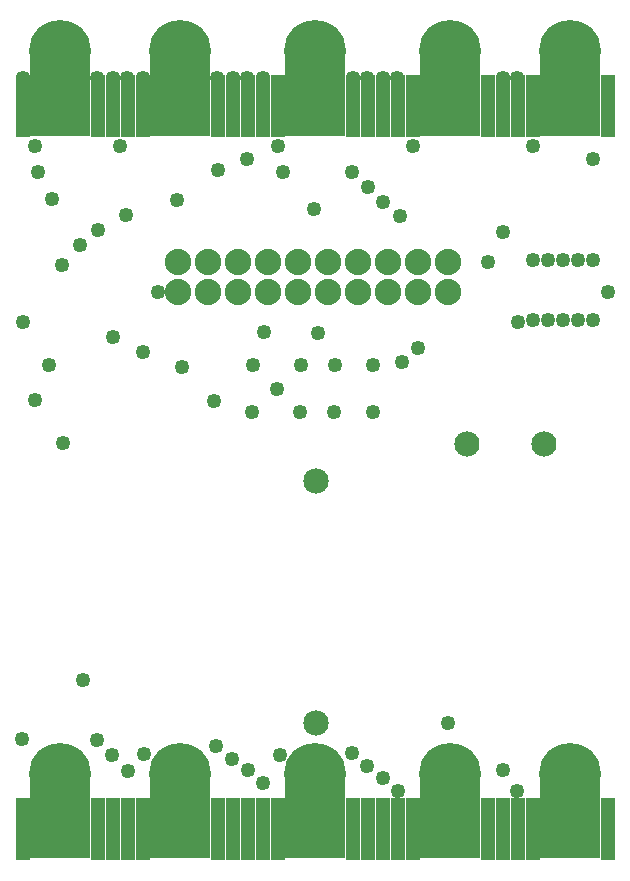
<source format=gbs>
G04 MADE WITH FRITZING*
G04 WWW.FRITZING.ORG*
G04 DOUBLE SIDED*
G04 HOLES PLATED*
G04 CONTOUR ON CENTER OF CONTOUR VECTOR*
%ASAXBY*%
%FSLAX23Y23*%
%MOIN*%
%OFA0B0*%
%SFA1.0B1.0*%
%ADD10C,0.049370*%
%ADD11C,0.084000*%
%ADD12C,0.084803*%
%ADD13C,0.206850*%
%ADD14C,0.088000*%
%ADD15R,0.049370X0.206850*%
%ADD16R,0.001000X0.001000*%
%LNMASK0*%
G90*
G70*
G54D10*
X689Y1534D03*
X582Y1648D03*
X853Y1767D03*
G54D11*
X1788Y1391D03*
X1532Y1391D03*
G54D12*
X1028Y463D03*
X1028Y1269D03*
G54D10*
X1699Y237D03*
X1650Y304D03*
X1301Y237D03*
X1250Y280D03*
X1199Y320D03*
X1148Y363D03*
X694Y387D03*
X749Y343D03*
X801Y305D03*
X851Y262D03*
X49Y408D03*
X297Y406D03*
X349Y354D03*
X401Y301D03*
X454Y359D03*
X183Y1394D03*
G54D13*
X175Y2701D03*
X575Y2701D03*
X1025Y2701D03*
X1475Y2701D03*
X1875Y2701D03*
X1875Y292D03*
X1475Y292D03*
X1025Y292D03*
X574Y292D03*
X174Y292D03*
G54D14*
X1469Y1998D03*
X1369Y1998D03*
X1269Y1998D03*
X1169Y1998D03*
X1069Y1998D03*
X969Y1998D03*
X869Y1998D03*
X769Y1998D03*
X669Y1998D03*
X569Y1998D03*
X1469Y1998D03*
X1369Y1998D03*
X1269Y1998D03*
X1169Y1998D03*
X1069Y1998D03*
X969Y1998D03*
X869Y1998D03*
X769Y1998D03*
X669Y1998D03*
X569Y1998D03*
X569Y1898D03*
X669Y1898D03*
X769Y1898D03*
X869Y1898D03*
X969Y1898D03*
X1069Y1898D03*
X1169Y1898D03*
X1269Y1898D03*
X1369Y1898D03*
X1469Y1898D03*
G54D10*
X2000Y1898D03*
X1600Y1998D03*
X1650Y2098D03*
X1700Y1798D03*
X181Y1990D03*
X500Y1898D03*
X50Y1798D03*
X300Y2107D03*
X350Y1748D03*
X450Y1698D03*
X1306Y2151D03*
X1366Y1712D03*
X1750Y2004D03*
X1750Y1804D03*
X394Y2154D03*
X1250Y2198D03*
X1314Y1667D03*
X1800Y2004D03*
X1800Y1804D03*
X906Y356D03*
X250Y604D03*
X242Y2057D03*
X1200Y2248D03*
X1218Y1655D03*
X1850Y1804D03*
X1850Y2004D03*
X1147Y2298D03*
X1091Y1655D03*
X1900Y1804D03*
X1900Y2004D03*
X700Y2307D03*
X92Y1540D03*
X564Y2207D03*
X100Y2298D03*
X147Y2209D03*
X136Y1654D03*
X799Y2342D03*
X1950Y2342D03*
X817Y1657D03*
X1950Y2004D03*
X1950Y1804D03*
X976Y1657D03*
X1088Y1498D03*
X897Y1575D03*
X814Y1498D03*
X975Y1498D03*
X1022Y2176D03*
X918Y2299D03*
X1033Y1762D03*
X1468Y462D03*
X1218Y1498D03*
X50Y2612D03*
X1150Y2612D03*
X1199Y2612D03*
X1250Y2612D03*
X1650Y2612D03*
X850Y2612D03*
X1699Y2612D03*
X1299Y2612D03*
X299Y2612D03*
X350Y2612D03*
X399Y2612D03*
X799Y2612D03*
X750Y2612D03*
X450Y2612D03*
X699Y2612D03*
X92Y2385D03*
X900Y2385D03*
X375Y2384D03*
X1350Y2385D03*
X1750Y2385D03*
G54D15*
X2000Y109D03*
X2000Y2518D03*
X1750Y109D03*
X1750Y2518D03*
X1700Y109D03*
X1700Y2518D03*
X1650Y109D03*
X1650Y2518D03*
X1600Y109D03*
X1600Y2518D03*
X1350Y109D03*
X1350Y2518D03*
X1300Y109D03*
X1300Y2518D03*
X1250Y109D03*
X1250Y2518D03*
X1200Y109D03*
X1200Y2518D03*
X1150Y109D03*
X1150Y2518D03*
X900Y109D03*
X900Y2518D03*
X850Y109D03*
X850Y2518D03*
X800Y109D03*
X800Y2518D03*
X750Y109D03*
X750Y2518D03*
X700Y109D03*
X700Y2518D03*
X450Y109D03*
X450Y2518D03*
X400Y109D03*
X400Y2518D03*
X350Y109D03*
X350Y2518D03*
X300Y109D03*
X300Y2518D03*
X50Y109D03*
X50Y2518D03*
G54D16*
X1470Y2801D02*
X1478Y2801D01*
X160Y2800D02*
X187Y2800D01*
X560Y2800D02*
X587Y2800D01*
X1011Y2800D02*
X1038Y2800D01*
X1460Y2800D02*
X1489Y2800D01*
X1865Y2800D02*
X1884Y2800D01*
X155Y2799D02*
X193Y2799D01*
X555Y2799D02*
X593Y2799D01*
X1006Y2799D02*
X1044Y2799D01*
X1455Y2799D02*
X1494Y2799D01*
X1858Y2799D02*
X1891Y2799D01*
X150Y2798D02*
X197Y2798D01*
X550Y2798D02*
X597Y2798D01*
X1001Y2798D02*
X1048Y2798D01*
X1450Y2798D02*
X1498Y2798D01*
X1853Y2798D02*
X1896Y2798D01*
X147Y2797D02*
X201Y2797D01*
X547Y2797D02*
X601Y2797D01*
X998Y2797D02*
X1052Y2797D01*
X1447Y2797D02*
X1502Y2797D01*
X1849Y2797D02*
X1900Y2797D01*
X144Y2796D02*
X204Y2796D01*
X543Y2796D02*
X604Y2796D01*
X995Y2796D02*
X1055Y2796D01*
X1444Y2796D02*
X1505Y2796D01*
X1846Y2796D02*
X1904Y2796D01*
X141Y2795D02*
X207Y2795D01*
X541Y2795D02*
X607Y2795D01*
X992Y2795D02*
X1058Y2795D01*
X1441Y2795D02*
X1508Y2795D01*
X1843Y2795D02*
X1906Y2795D01*
X138Y2794D02*
X210Y2794D01*
X538Y2794D02*
X610Y2794D01*
X989Y2794D02*
X1061Y2794D01*
X1438Y2794D02*
X1510Y2794D01*
X1840Y2794D02*
X1909Y2794D01*
X135Y2793D02*
X212Y2793D01*
X535Y2793D02*
X612Y2793D01*
X986Y2793D02*
X1063Y2793D01*
X1436Y2793D02*
X1513Y2793D01*
X1838Y2793D02*
X1912Y2793D01*
X133Y2792D02*
X214Y2792D01*
X533Y2792D02*
X614Y2792D01*
X984Y2792D02*
X1065Y2792D01*
X1434Y2792D02*
X1515Y2792D01*
X1835Y2792D02*
X1914Y2792D01*
X131Y2791D02*
X216Y2791D01*
X531Y2791D02*
X616Y2791D01*
X982Y2791D02*
X1067Y2791D01*
X1431Y2791D02*
X1517Y2791D01*
X1833Y2791D02*
X1916Y2791D01*
X129Y2790D02*
X219Y2790D01*
X529Y2790D02*
X618Y2790D01*
X980Y2790D02*
X1070Y2790D01*
X1429Y2790D02*
X1519Y2790D01*
X1831Y2790D02*
X1918Y2790D01*
X127Y2789D02*
X221Y2789D01*
X527Y2789D02*
X621Y2789D01*
X978Y2789D02*
X1072Y2789D01*
X1427Y2789D02*
X1521Y2789D01*
X1829Y2789D02*
X1920Y2789D01*
X125Y2788D02*
X222Y2788D01*
X525Y2788D02*
X622Y2788D01*
X976Y2788D02*
X1073Y2788D01*
X1426Y2788D02*
X1523Y2788D01*
X1827Y2788D02*
X1922Y2788D01*
X124Y2787D02*
X224Y2787D01*
X524Y2787D02*
X624Y2787D01*
X975Y2787D02*
X1075Y2787D01*
X1424Y2787D02*
X1525Y2787D01*
X1825Y2787D02*
X1924Y2787D01*
X122Y2786D02*
X226Y2786D01*
X522Y2786D02*
X626Y2786D01*
X973Y2786D02*
X1077Y2786D01*
X1422Y2786D02*
X1526Y2786D01*
X1824Y2786D02*
X1926Y2786D01*
X120Y2785D02*
X227Y2785D01*
X520Y2785D02*
X627Y2785D01*
X971Y2785D02*
X1078Y2785D01*
X1421Y2785D02*
X1528Y2785D01*
X1822Y2785D02*
X1927Y2785D01*
X119Y2784D02*
X229Y2784D01*
X519Y2784D02*
X629Y2784D01*
X970Y2784D02*
X1080Y2784D01*
X1419Y2784D02*
X1530Y2784D01*
X1820Y2784D02*
X1929Y2784D01*
X117Y2783D02*
X230Y2783D01*
X517Y2783D02*
X630Y2783D01*
X968Y2783D02*
X1081Y2783D01*
X1418Y2783D02*
X1531Y2783D01*
X1819Y2783D02*
X1930Y2783D01*
X116Y2782D02*
X232Y2782D01*
X516Y2782D02*
X632Y2782D01*
X967Y2782D02*
X1083Y2782D01*
X1416Y2782D02*
X1532Y2782D01*
X1818Y2782D02*
X1932Y2782D01*
X115Y2781D02*
X233Y2781D01*
X515Y2781D02*
X633Y2781D01*
X966Y2781D02*
X1084Y2781D01*
X1415Y2781D02*
X1534Y2781D01*
X1816Y2781D02*
X1933Y2781D01*
X113Y2780D02*
X234Y2780D01*
X513Y2780D02*
X634Y2780D01*
X964Y2780D02*
X1085Y2780D01*
X1414Y2780D02*
X1535Y2780D01*
X1815Y2780D02*
X1935Y2780D01*
X112Y2779D02*
X236Y2779D01*
X512Y2779D02*
X636Y2779D01*
X963Y2779D02*
X1087Y2779D01*
X1412Y2779D02*
X1536Y2779D01*
X1814Y2779D02*
X1936Y2779D01*
X111Y2778D02*
X237Y2778D01*
X511Y2778D02*
X637Y2778D01*
X962Y2778D02*
X1088Y2778D01*
X1411Y2778D02*
X1538Y2778D01*
X1812Y2778D02*
X1937Y2778D01*
X110Y2777D02*
X238Y2777D01*
X510Y2777D02*
X638Y2777D01*
X961Y2777D02*
X1089Y2777D01*
X1410Y2777D02*
X1539Y2777D01*
X1811Y2777D02*
X1938Y2777D01*
X108Y2776D02*
X239Y2776D01*
X508Y2776D02*
X639Y2776D01*
X959Y2776D02*
X1090Y2776D01*
X1409Y2776D02*
X1540Y2776D01*
X1810Y2776D02*
X1939Y2776D01*
X107Y2775D02*
X172Y2775D01*
X176Y2775D02*
X240Y2775D01*
X507Y2775D02*
X572Y2775D01*
X576Y2775D02*
X640Y2775D01*
X958Y2775D02*
X1023Y2775D01*
X1027Y2775D02*
X1091Y2775D01*
X1408Y2775D02*
X1470Y2775D01*
X1479Y2775D02*
X1541Y2775D01*
X1809Y2775D02*
X1941Y2775D01*
X106Y2774D02*
X161Y2774D01*
X187Y2774D02*
X241Y2774D01*
X506Y2774D02*
X561Y2774D01*
X587Y2774D02*
X641Y2774D01*
X957Y2774D02*
X1012Y2774D01*
X1038Y2774D02*
X1092Y2774D01*
X1407Y2774D02*
X1461Y2774D01*
X1488Y2774D02*
X1542Y2774D01*
X1808Y2774D02*
X1865Y2774D01*
X1884Y2774D02*
X1942Y2774D01*
X105Y2773D02*
X156Y2773D01*
X192Y2773D02*
X243Y2773D01*
X505Y2773D02*
X556Y2773D01*
X592Y2773D02*
X642Y2773D01*
X956Y2773D02*
X1007Y2773D01*
X1043Y2773D02*
X1094Y2773D01*
X1406Y2773D02*
X1456Y2773D01*
X1493Y2773D02*
X1543Y2773D01*
X1807Y2773D02*
X1859Y2773D01*
X1890Y2773D02*
X1943Y2773D01*
X104Y2772D02*
X152Y2772D01*
X196Y2772D02*
X244Y2772D01*
X504Y2772D02*
X552Y2772D01*
X596Y2772D02*
X644Y2772D01*
X955Y2772D02*
X1003Y2772D01*
X1047Y2772D02*
X1095Y2772D01*
X1404Y2772D02*
X1452Y2772D01*
X1497Y2772D02*
X1544Y2772D01*
X1805Y2772D02*
X1855Y2772D01*
X1894Y2772D02*
X1944Y2772D01*
X103Y2771D02*
X149Y2771D01*
X199Y2771D02*
X245Y2771D01*
X503Y2771D02*
X549Y2771D01*
X599Y2771D02*
X644Y2771D01*
X954Y2771D02*
X1000Y2771D01*
X1050Y2771D02*
X1096Y2771D01*
X1404Y2771D02*
X1449Y2771D01*
X1499Y2771D02*
X1545Y2771D01*
X1804Y2771D02*
X1851Y2771D01*
X1898Y2771D02*
X1945Y2771D01*
X102Y2770D02*
X146Y2770D01*
X201Y2770D02*
X245Y2770D01*
X502Y2770D02*
X546Y2770D01*
X601Y2770D02*
X645Y2770D01*
X953Y2770D02*
X997Y2770D01*
X1052Y2770D02*
X1096Y2770D01*
X1403Y2770D02*
X1447Y2770D01*
X1502Y2770D02*
X1546Y2770D01*
X1804Y2770D02*
X1849Y2770D01*
X1901Y2770D02*
X1946Y2770D01*
X101Y2769D02*
X144Y2769D01*
X204Y2769D02*
X246Y2769D01*
X501Y2769D02*
X544Y2769D01*
X604Y2769D02*
X646Y2769D01*
X952Y2769D02*
X995Y2769D01*
X1055Y2769D02*
X1097Y2769D01*
X1402Y2769D02*
X1444Y2769D01*
X1505Y2769D02*
X1547Y2769D01*
X1803Y2769D02*
X1846Y2769D01*
X1904Y2769D02*
X1947Y2769D01*
X100Y2768D02*
X142Y2768D01*
X206Y2768D02*
X247Y2768D01*
X500Y2768D02*
X542Y2768D01*
X606Y2768D02*
X647Y2768D01*
X951Y2768D02*
X993Y2768D01*
X1057Y2768D02*
X1098Y2768D01*
X1401Y2768D02*
X1442Y2768D01*
X1507Y2768D02*
X1548Y2768D01*
X1802Y2768D02*
X1844Y2768D01*
X1906Y2768D02*
X1948Y2768D01*
X99Y2767D02*
X140Y2767D01*
X208Y2767D02*
X248Y2767D01*
X499Y2767D02*
X540Y2767D01*
X608Y2767D02*
X648Y2767D01*
X950Y2767D02*
X991Y2767D01*
X1059Y2767D02*
X1099Y2767D01*
X1400Y2767D02*
X1440Y2767D01*
X1509Y2767D02*
X1549Y2767D01*
X1801Y2767D02*
X1842Y2767D01*
X1908Y2767D02*
X1949Y2767D01*
X99Y2766D02*
X138Y2766D01*
X210Y2766D02*
X249Y2766D01*
X499Y2766D02*
X538Y2766D01*
X610Y2766D02*
X649Y2766D01*
X950Y2766D02*
X989Y2766D01*
X1061Y2766D02*
X1100Y2766D01*
X1399Y2766D02*
X1438Y2766D01*
X1511Y2766D02*
X1550Y2766D01*
X1800Y2766D02*
X1839Y2766D01*
X1910Y2766D02*
X1949Y2766D01*
X98Y2765D02*
X136Y2765D01*
X212Y2765D02*
X250Y2765D01*
X498Y2765D02*
X536Y2765D01*
X611Y2765D02*
X650Y2765D01*
X949Y2765D02*
X987Y2765D01*
X1063Y2765D02*
X1101Y2765D01*
X1398Y2765D02*
X1436Y2765D01*
X1512Y2765D02*
X1551Y2765D01*
X1799Y2765D02*
X1838Y2765D01*
X1912Y2765D02*
X1950Y2765D01*
X97Y2764D02*
X134Y2764D01*
X213Y2764D02*
X251Y2764D01*
X497Y2764D02*
X534Y2764D01*
X613Y2764D02*
X651Y2764D01*
X948Y2764D02*
X985Y2764D01*
X1064Y2764D02*
X1102Y2764D01*
X1397Y2764D02*
X1435Y2764D01*
X1514Y2764D02*
X1551Y2764D01*
X1798Y2764D02*
X1836Y2764D01*
X1913Y2764D02*
X1951Y2764D01*
X96Y2763D02*
X133Y2763D01*
X215Y2763D02*
X251Y2763D01*
X496Y2763D02*
X533Y2763D01*
X615Y2763D02*
X651Y2763D01*
X947Y2763D02*
X984Y2763D01*
X1066Y2763D02*
X1103Y2763D01*
X1397Y2763D02*
X1433Y2763D01*
X1516Y2763D02*
X1552Y2763D01*
X1797Y2763D02*
X1835Y2763D01*
X1915Y2763D02*
X1952Y2763D01*
X95Y2762D02*
X131Y2762D01*
X216Y2762D02*
X252Y2762D01*
X495Y2762D02*
X531Y2762D01*
X616Y2762D02*
X652Y2762D01*
X946Y2762D02*
X982Y2762D01*
X1067Y2762D02*
X1103Y2762D01*
X1396Y2762D02*
X1432Y2762D01*
X1517Y2762D02*
X1553Y2762D01*
X1797Y2762D02*
X1833Y2762D01*
X1916Y2762D02*
X1953Y2762D01*
X95Y2761D02*
X130Y2761D01*
X218Y2761D02*
X253Y2761D01*
X495Y2761D02*
X530Y2761D01*
X618Y2761D02*
X653Y2761D01*
X946Y2761D02*
X981Y2761D01*
X1069Y2761D02*
X1104Y2761D01*
X1395Y2761D02*
X1430Y2761D01*
X1518Y2761D02*
X1554Y2761D01*
X1796Y2761D02*
X1832Y2761D01*
X1918Y2761D02*
X1953Y2761D01*
X94Y2760D02*
X129Y2760D01*
X219Y2760D02*
X254Y2760D01*
X494Y2760D02*
X529Y2760D01*
X619Y2760D02*
X654Y2760D01*
X945Y2760D02*
X980Y2760D01*
X1070Y2760D02*
X1105Y2760D01*
X1394Y2760D02*
X1429Y2760D01*
X1520Y2760D02*
X1554Y2760D01*
X1795Y2760D02*
X1830Y2760D01*
X1919Y2760D02*
X1954Y2760D01*
X93Y2759D02*
X127Y2759D01*
X220Y2759D02*
X254Y2759D01*
X493Y2759D02*
X527Y2759D01*
X620Y2759D02*
X654Y2759D01*
X944Y2759D02*
X978Y2759D01*
X1071Y2759D02*
X1105Y2759D01*
X1394Y2759D02*
X1428Y2759D01*
X1521Y2759D02*
X1555Y2759D01*
X1794Y2759D02*
X1829Y2759D01*
X1920Y2759D02*
X1955Y2759D01*
X92Y2758D02*
X126Y2758D01*
X222Y2758D02*
X255Y2758D01*
X492Y2758D02*
X526Y2758D01*
X621Y2758D02*
X655Y2758D01*
X943Y2758D02*
X977Y2758D01*
X1073Y2758D02*
X1106Y2758D01*
X1393Y2758D02*
X1427Y2758D01*
X1522Y2758D02*
X1556Y2758D01*
X1794Y2758D02*
X1828Y2758D01*
X1922Y2758D02*
X1956Y2758D01*
X92Y2757D02*
X125Y2757D01*
X223Y2757D02*
X256Y2757D01*
X492Y2757D02*
X525Y2757D01*
X623Y2757D02*
X656Y2757D01*
X943Y2757D02*
X976Y2757D01*
X1074Y2757D02*
X1107Y2757D01*
X1392Y2757D02*
X1425Y2757D01*
X1523Y2757D02*
X1557Y2757D01*
X1793Y2757D02*
X1826Y2757D01*
X1923Y2757D02*
X1956Y2757D01*
X91Y2756D02*
X124Y2756D01*
X224Y2756D02*
X257Y2756D01*
X491Y2756D02*
X524Y2756D01*
X624Y2756D02*
X657Y2756D01*
X942Y2756D02*
X975Y2756D01*
X1075Y2756D02*
X1108Y2756D01*
X1392Y2756D02*
X1424Y2756D01*
X1524Y2756D02*
X1557Y2756D01*
X1792Y2756D02*
X1825Y2756D01*
X1924Y2756D02*
X1957Y2756D01*
X90Y2755D02*
X123Y2755D01*
X225Y2755D02*
X257Y2755D01*
X490Y2755D02*
X523Y2755D01*
X625Y2755D02*
X657Y2755D01*
X942Y2755D02*
X974Y2755D01*
X1076Y2755D02*
X1108Y2755D01*
X1391Y2755D02*
X1423Y2755D01*
X1525Y2755D02*
X1558Y2755D01*
X1792Y2755D02*
X1824Y2755D01*
X1925Y2755D02*
X1958Y2755D01*
X90Y2754D02*
X122Y2754D01*
X226Y2754D02*
X258Y2754D01*
X490Y2754D02*
X522Y2754D01*
X626Y2754D02*
X658Y2754D01*
X941Y2754D02*
X973Y2754D01*
X1077Y2754D02*
X1109Y2754D01*
X1390Y2754D02*
X1422Y2754D01*
X1527Y2754D02*
X1558Y2754D01*
X1791Y2754D02*
X1823Y2754D01*
X1926Y2754D02*
X1958Y2754D01*
X89Y2753D02*
X121Y2753D01*
X227Y2753D02*
X258Y2753D01*
X489Y2753D02*
X521Y2753D01*
X627Y2753D02*
X658Y2753D01*
X940Y2753D02*
X972Y2753D01*
X1078Y2753D02*
X1109Y2753D01*
X1390Y2753D02*
X1421Y2753D01*
X1528Y2753D02*
X1559Y2753D01*
X1790Y2753D02*
X1822Y2753D01*
X1927Y2753D02*
X1959Y2753D01*
X89Y2752D02*
X120Y2752D01*
X228Y2752D02*
X259Y2752D01*
X489Y2752D02*
X520Y2752D01*
X628Y2752D02*
X659Y2752D01*
X940Y2752D02*
X971Y2752D01*
X1079Y2752D02*
X1110Y2752D01*
X1389Y2752D02*
X1420Y2752D01*
X1528Y2752D02*
X1560Y2752D01*
X1790Y2752D02*
X1821Y2752D01*
X1928Y2752D02*
X1959Y2752D01*
X88Y2751D02*
X119Y2751D01*
X229Y2751D02*
X260Y2751D01*
X488Y2751D02*
X519Y2751D01*
X629Y2751D02*
X660Y2751D01*
X939Y2751D02*
X970Y2751D01*
X1080Y2751D02*
X1111Y2751D01*
X1389Y2751D02*
X1419Y2751D01*
X1529Y2751D02*
X1560Y2751D01*
X1789Y2751D02*
X1820Y2751D01*
X1929Y2751D02*
X1960Y2751D01*
X87Y2750D02*
X118Y2750D01*
X230Y2750D02*
X260Y2750D01*
X487Y2750D02*
X518Y2750D01*
X630Y2750D02*
X660Y2750D01*
X938Y2750D02*
X969Y2750D01*
X1081Y2750D02*
X1111Y2750D01*
X1388Y2750D02*
X1418Y2750D01*
X1530Y2750D02*
X1561Y2750D01*
X1789Y2750D02*
X1819Y2750D01*
X1930Y2750D02*
X1961Y2750D01*
X87Y2749D02*
X117Y2749D01*
X231Y2749D02*
X261Y2749D01*
X487Y2749D02*
X517Y2749D01*
X631Y2749D02*
X661Y2749D01*
X938Y2749D02*
X968Y2749D01*
X1082Y2749D02*
X1112Y2749D01*
X1387Y2749D02*
X1417Y2749D01*
X1531Y2749D02*
X1561Y2749D01*
X1788Y2749D02*
X1818Y2749D01*
X1931Y2749D02*
X1961Y2749D01*
X86Y2748D02*
X116Y2748D01*
X231Y2748D02*
X261Y2748D01*
X486Y2748D02*
X516Y2748D01*
X631Y2748D02*
X661Y2748D01*
X937Y2748D02*
X967Y2748D01*
X1082Y2748D02*
X1112Y2748D01*
X1387Y2748D02*
X1417Y2748D01*
X1532Y2748D02*
X1562Y2748D01*
X1787Y2748D02*
X1818Y2748D01*
X1932Y2748D02*
X1962Y2748D01*
X86Y2747D02*
X115Y2747D01*
X232Y2747D02*
X262Y2747D01*
X486Y2747D02*
X515Y2747D01*
X632Y2747D02*
X662Y2747D01*
X937Y2747D02*
X966Y2747D01*
X1083Y2747D02*
X1113Y2747D01*
X1386Y2747D02*
X1416Y2747D01*
X1533Y2747D02*
X1562Y2747D01*
X1787Y2747D02*
X1817Y2747D01*
X1933Y2747D02*
X1962Y2747D01*
X85Y2746D02*
X115Y2746D01*
X233Y2746D02*
X262Y2746D01*
X485Y2746D02*
X515Y2746D01*
X633Y2746D02*
X662Y2746D01*
X936Y2746D02*
X966Y2746D01*
X1084Y2746D02*
X1113Y2746D01*
X1386Y2746D02*
X1415Y2746D01*
X1534Y2746D02*
X1563Y2746D01*
X1787Y2746D02*
X1816Y2746D01*
X1933Y2746D02*
X1963Y2746D01*
X85Y2745D02*
X114Y2745D01*
X234Y2745D02*
X263Y2745D01*
X485Y2745D02*
X514Y2745D01*
X634Y2745D02*
X663Y2745D01*
X936Y2745D02*
X965Y2745D01*
X1085Y2745D02*
X1114Y2745D01*
X1385Y2745D02*
X1414Y2745D01*
X1534Y2745D02*
X1563Y2745D01*
X1786Y2745D02*
X1815Y2745D01*
X1934Y2745D02*
X1963Y2745D01*
X84Y2744D02*
X113Y2744D01*
X234Y2744D02*
X263Y2744D01*
X484Y2744D02*
X513Y2744D01*
X634Y2744D02*
X663Y2744D01*
X935Y2744D02*
X964Y2744D01*
X1085Y2744D02*
X1114Y2744D01*
X1385Y2744D02*
X1414Y2744D01*
X1535Y2744D02*
X1564Y2744D01*
X1786Y2744D02*
X1814Y2744D01*
X1935Y2744D02*
X1964Y2744D01*
X84Y2743D02*
X112Y2743D01*
X235Y2743D02*
X264Y2743D01*
X484Y2743D02*
X512Y2743D01*
X635Y2743D02*
X664Y2743D01*
X935Y2743D02*
X963Y2743D01*
X1086Y2743D02*
X1115Y2743D01*
X1384Y2743D02*
X1413Y2743D01*
X1536Y2743D02*
X1564Y2743D01*
X1785Y2743D02*
X1814Y2743D01*
X1936Y2743D02*
X1964Y2743D01*
X83Y2742D02*
X112Y2742D01*
X236Y2742D02*
X264Y2742D01*
X483Y2742D02*
X512Y2742D01*
X636Y2742D02*
X664Y2742D01*
X934Y2742D02*
X963Y2742D01*
X1087Y2742D02*
X1115Y2742D01*
X1384Y2742D02*
X1412Y2742D01*
X1536Y2742D02*
X1565Y2742D01*
X1785Y2742D02*
X1813Y2742D01*
X1936Y2742D02*
X1965Y2742D01*
X83Y2741D02*
X111Y2741D01*
X236Y2741D02*
X265Y2741D01*
X483Y2741D02*
X511Y2741D01*
X636Y2741D02*
X665Y2741D01*
X934Y2741D02*
X962Y2741D01*
X1088Y2741D02*
X1116Y2741D01*
X1383Y2741D02*
X1412Y2741D01*
X1537Y2741D02*
X1565Y2741D01*
X1784Y2741D02*
X1812Y2741D01*
X1937Y2741D02*
X1965Y2741D01*
X83Y2740D02*
X111Y2740D01*
X237Y2740D02*
X265Y2740D01*
X482Y2740D02*
X510Y2740D01*
X637Y2740D02*
X665Y2740D01*
X934Y2740D02*
X962Y2740D01*
X1088Y2740D02*
X1116Y2740D01*
X1383Y2740D02*
X1411Y2740D01*
X1538Y2740D02*
X1566Y2740D01*
X1784Y2740D02*
X1812Y2740D01*
X1938Y2740D02*
X1966Y2740D01*
X82Y2739D02*
X110Y2739D01*
X238Y2739D02*
X265Y2739D01*
X482Y2739D02*
X510Y2739D01*
X638Y2739D02*
X665Y2739D01*
X933Y2739D02*
X961Y2739D01*
X1089Y2739D02*
X1116Y2739D01*
X1383Y2739D02*
X1410Y2739D01*
X1538Y2739D02*
X1566Y2739D01*
X1783Y2739D02*
X1811Y2739D01*
X1938Y2739D02*
X1966Y2739D01*
X82Y2738D02*
X109Y2738D01*
X238Y2738D02*
X266Y2738D01*
X482Y2738D02*
X509Y2738D01*
X638Y2738D02*
X666Y2738D01*
X933Y2738D02*
X960Y2738D01*
X1089Y2738D02*
X1117Y2738D01*
X1382Y2738D02*
X1410Y2738D01*
X1539Y2738D02*
X1566Y2738D01*
X1783Y2738D02*
X1810Y2738D01*
X1939Y2738D02*
X1966Y2738D01*
X81Y2737D02*
X109Y2737D01*
X239Y2737D02*
X266Y2737D01*
X481Y2737D02*
X509Y2737D01*
X639Y2737D02*
X666Y2737D01*
X932Y2737D02*
X960Y2737D01*
X1090Y2737D02*
X1117Y2737D01*
X1382Y2737D02*
X1409Y2737D01*
X1540Y2737D02*
X1567Y2737D01*
X1782Y2737D02*
X1810Y2737D01*
X1939Y2737D02*
X1967Y2737D01*
X81Y2736D02*
X108Y2736D01*
X239Y2736D02*
X267Y2736D01*
X481Y2736D02*
X508Y2736D01*
X639Y2736D02*
X667Y2736D01*
X932Y2736D02*
X959Y2736D01*
X1091Y2736D02*
X1118Y2736D01*
X1382Y2736D02*
X1409Y2736D01*
X1540Y2736D02*
X1567Y2736D01*
X1782Y2736D02*
X1809Y2736D01*
X1940Y2736D02*
X1967Y2736D01*
X81Y2735D02*
X108Y2735D01*
X240Y2735D02*
X267Y2735D01*
X481Y2735D02*
X508Y2735D01*
X640Y2735D02*
X667Y2735D01*
X932Y2735D02*
X959Y2735D01*
X1091Y2735D02*
X1118Y2735D01*
X1381Y2735D02*
X1408Y2735D01*
X1541Y2735D02*
X1567Y2735D01*
X1782Y2735D02*
X1809Y2735D01*
X1941Y2735D02*
X1968Y2735D01*
X80Y2734D02*
X107Y2734D01*
X240Y2734D02*
X267Y2734D01*
X480Y2734D02*
X507Y2734D01*
X640Y2734D02*
X667Y2734D01*
X931Y2734D02*
X958Y2734D01*
X1091Y2734D02*
X1118Y2734D01*
X1381Y2734D02*
X1408Y2734D01*
X1541Y2734D02*
X1568Y2734D01*
X1781Y2734D02*
X1808Y2734D01*
X1941Y2734D02*
X1968Y2734D01*
X80Y2733D02*
X107Y2733D01*
X241Y2733D02*
X268Y2733D01*
X480Y2733D02*
X507Y2733D01*
X641Y2733D02*
X668Y2733D01*
X931Y2733D02*
X958Y2733D01*
X1092Y2733D02*
X1119Y2733D01*
X1380Y2733D02*
X1407Y2733D01*
X1541Y2733D02*
X1568Y2733D01*
X1781Y2733D02*
X1808Y2733D01*
X1942Y2733D02*
X1968Y2733D01*
X80Y2732D02*
X106Y2732D01*
X241Y2732D02*
X268Y2732D01*
X480Y2732D02*
X506Y2732D01*
X641Y2732D02*
X668Y2732D01*
X931Y2732D02*
X957Y2732D01*
X1092Y2732D02*
X1119Y2732D01*
X1380Y2732D02*
X1407Y2732D01*
X1542Y2732D02*
X1569Y2732D01*
X1781Y2732D02*
X1807Y2732D01*
X1942Y2732D02*
X1969Y2732D01*
X79Y2731D02*
X106Y2731D01*
X242Y2731D02*
X268Y2731D01*
X479Y2731D02*
X506Y2731D01*
X642Y2731D02*
X668Y2731D01*
X930Y2731D02*
X957Y2731D01*
X1093Y2731D02*
X1119Y2731D01*
X1380Y2731D02*
X1406Y2731D01*
X1542Y2731D02*
X1569Y2731D01*
X1780Y2731D02*
X1807Y2731D01*
X1943Y2731D02*
X1969Y2731D01*
X79Y2730D02*
X105Y2730D01*
X242Y2730D02*
X269Y2730D01*
X479Y2730D02*
X505Y2730D01*
X642Y2730D02*
X669Y2730D01*
X930Y2730D02*
X956Y2730D01*
X1093Y2730D02*
X1120Y2730D01*
X1379Y2730D02*
X1406Y2730D01*
X1543Y2730D02*
X1569Y2730D01*
X1780Y2730D02*
X1806Y2730D01*
X1943Y2730D02*
X1969Y2730D01*
X79Y2729D02*
X105Y2729D01*
X243Y2729D02*
X269Y2729D01*
X479Y2729D02*
X505Y2729D01*
X643Y2729D02*
X669Y2729D01*
X930Y2729D02*
X956Y2729D01*
X1094Y2729D02*
X1120Y2729D01*
X1379Y2729D02*
X1405Y2729D01*
X1543Y2729D02*
X1570Y2729D01*
X1780Y2729D02*
X1806Y2729D01*
X1943Y2729D02*
X1970Y2729D01*
X78Y2728D02*
X105Y2728D01*
X243Y2728D02*
X269Y2728D01*
X478Y2728D02*
X504Y2728D01*
X643Y2728D02*
X669Y2728D01*
X929Y2728D02*
X956Y2728D01*
X1094Y2728D02*
X1120Y2728D01*
X1379Y2728D02*
X1405Y2728D01*
X1544Y2728D02*
X1570Y2728D01*
X1779Y2728D02*
X1806Y2728D01*
X1944Y2728D02*
X1970Y2728D01*
X78Y2727D02*
X104Y2727D01*
X243Y2727D02*
X270Y2727D01*
X478Y2727D02*
X504Y2727D01*
X643Y2727D02*
X670Y2727D01*
X929Y2727D02*
X955Y2727D01*
X1094Y2727D02*
X1121Y2727D01*
X1379Y2727D02*
X1405Y2727D01*
X1544Y2727D02*
X1570Y2727D01*
X1779Y2727D02*
X1805Y2727D01*
X1944Y2727D02*
X1970Y2727D01*
X78Y2726D02*
X104Y2726D01*
X244Y2726D02*
X270Y2726D01*
X478Y2726D02*
X504Y2726D01*
X644Y2726D02*
X670Y2726D01*
X929Y2726D02*
X955Y2726D01*
X1095Y2726D02*
X1121Y2726D01*
X1378Y2726D02*
X1404Y2726D01*
X1544Y2726D02*
X1570Y2726D01*
X1779Y2726D02*
X1805Y2726D01*
X1945Y2726D02*
X1971Y2726D01*
X78Y2725D02*
X103Y2725D01*
X244Y2725D02*
X270Y2725D01*
X478Y2725D02*
X503Y2725D01*
X644Y2725D02*
X670Y2725D01*
X929Y2725D02*
X954Y2725D01*
X1095Y2725D02*
X1121Y2725D01*
X1378Y2725D02*
X1404Y2725D01*
X1545Y2725D02*
X1571Y2725D01*
X1779Y2725D02*
X1804Y2725D01*
X1945Y2725D02*
X1971Y2725D01*
X77Y2724D02*
X103Y2724D01*
X245Y2724D02*
X270Y2724D01*
X477Y2724D02*
X503Y2724D01*
X645Y2724D02*
X670Y2724D01*
X928Y2724D02*
X954Y2724D01*
X1096Y2724D02*
X1121Y2724D01*
X1378Y2724D02*
X1404Y2724D01*
X1545Y2724D02*
X1571Y2724D01*
X1778Y2724D02*
X1804Y2724D01*
X1945Y2724D02*
X1971Y2724D01*
X77Y2723D02*
X103Y2723D01*
X245Y2723D02*
X271Y2723D01*
X477Y2723D02*
X503Y2723D01*
X645Y2723D02*
X670Y2723D01*
X928Y2723D02*
X954Y2723D01*
X1096Y2723D02*
X1122Y2723D01*
X1378Y2723D02*
X1403Y2723D01*
X1545Y2723D02*
X1571Y2723D01*
X1778Y2723D02*
X1804Y2723D01*
X1946Y2723D02*
X1971Y2723D01*
X77Y2722D02*
X102Y2722D01*
X245Y2722D02*
X271Y2722D01*
X477Y2722D02*
X502Y2722D01*
X645Y2722D02*
X671Y2722D01*
X928Y2722D02*
X954Y2722D01*
X1096Y2722D02*
X1122Y2722D01*
X1377Y2722D02*
X1403Y2722D01*
X1546Y2722D02*
X1571Y2722D01*
X1778Y2722D02*
X1803Y2722D01*
X1946Y2722D02*
X1971Y2722D01*
X77Y2721D02*
X102Y2721D01*
X245Y2721D02*
X271Y2721D01*
X477Y2721D02*
X502Y2721D01*
X645Y2721D02*
X671Y2721D01*
X928Y2721D02*
X953Y2721D01*
X1096Y2721D02*
X1122Y2721D01*
X1377Y2721D02*
X1403Y2721D01*
X1546Y2721D02*
X1572Y2721D01*
X1778Y2721D02*
X1803Y2721D01*
X1946Y2721D02*
X1972Y2721D01*
X76Y2720D02*
X102Y2720D01*
X246Y2720D02*
X271Y2720D01*
X476Y2720D02*
X502Y2720D01*
X646Y2720D02*
X671Y2720D01*
X927Y2720D02*
X953Y2720D01*
X1097Y2720D02*
X1122Y2720D01*
X1377Y2720D02*
X1402Y2720D01*
X1546Y2720D02*
X1572Y2720D01*
X1777Y2720D02*
X1803Y2720D01*
X1946Y2720D02*
X1972Y2720D01*
X76Y2719D02*
X102Y2719D01*
X246Y2719D02*
X271Y2719D01*
X476Y2719D02*
X502Y2719D01*
X646Y2719D02*
X671Y2719D01*
X927Y2719D02*
X953Y2719D01*
X1097Y2719D02*
X1122Y2719D01*
X1377Y2719D02*
X1402Y2719D01*
X1546Y2719D02*
X1572Y2719D01*
X1777Y2719D02*
X1803Y2719D01*
X1947Y2719D02*
X1972Y2719D01*
X76Y2718D02*
X101Y2718D01*
X246Y2718D02*
X272Y2718D01*
X476Y2718D02*
X501Y2718D01*
X646Y2718D02*
X671Y2718D01*
X927Y2718D02*
X952Y2718D01*
X1097Y2718D02*
X1123Y2718D01*
X1377Y2718D02*
X1402Y2718D01*
X1547Y2718D02*
X1572Y2718D01*
X1777Y2718D02*
X1802Y2718D01*
X1947Y2718D02*
X1972Y2718D01*
X76Y2717D02*
X101Y2717D01*
X246Y2717D02*
X272Y2717D01*
X476Y2717D02*
X501Y2717D01*
X646Y2717D02*
X672Y2717D01*
X927Y2717D02*
X952Y2717D01*
X1097Y2717D02*
X1123Y2717D01*
X1376Y2717D02*
X1402Y2717D01*
X1547Y2717D02*
X1572Y2717D01*
X1777Y2717D02*
X1802Y2717D01*
X1947Y2717D02*
X1972Y2717D01*
X76Y2716D02*
X101Y2716D01*
X247Y2716D02*
X272Y2716D01*
X476Y2716D02*
X501Y2716D01*
X647Y2716D02*
X672Y2716D01*
X927Y2716D02*
X952Y2716D01*
X1098Y2716D02*
X1123Y2716D01*
X1376Y2716D02*
X1401Y2716D01*
X1547Y2716D02*
X1572Y2716D01*
X1777Y2716D02*
X1802Y2716D01*
X1947Y2716D02*
X1973Y2716D01*
X76Y2715D02*
X101Y2715D01*
X247Y2715D02*
X272Y2715D01*
X476Y2715D02*
X501Y2715D01*
X647Y2715D02*
X672Y2715D01*
X927Y2715D02*
X952Y2715D01*
X1098Y2715D02*
X1123Y2715D01*
X1376Y2715D02*
X1401Y2715D01*
X1547Y2715D02*
X1573Y2715D01*
X1777Y2715D02*
X1802Y2715D01*
X1948Y2715D02*
X1973Y2715D01*
X76Y2714D02*
X101Y2714D01*
X247Y2714D02*
X272Y2714D01*
X475Y2714D02*
X501Y2714D01*
X647Y2714D02*
X672Y2714D01*
X927Y2714D02*
X952Y2714D01*
X1098Y2714D02*
X1123Y2714D01*
X1376Y2714D02*
X1401Y2714D01*
X1547Y2714D02*
X1573Y2714D01*
X1776Y2714D02*
X1802Y2714D01*
X1948Y2714D02*
X1973Y2714D01*
X75Y2713D02*
X101Y2713D01*
X247Y2713D02*
X272Y2713D01*
X475Y2713D02*
X501Y2713D01*
X647Y2713D02*
X672Y2713D01*
X926Y2713D02*
X952Y2713D01*
X1098Y2713D02*
X1123Y2713D01*
X1376Y2713D02*
X1401Y2713D01*
X1548Y2713D02*
X1573Y2713D01*
X1776Y2713D02*
X1801Y2713D01*
X1948Y2713D02*
X1973Y2713D01*
X75Y2712D02*
X100Y2712D01*
X247Y2712D02*
X272Y2712D01*
X475Y2712D02*
X500Y2712D01*
X647Y2712D02*
X672Y2712D01*
X926Y2712D02*
X951Y2712D01*
X1098Y2712D02*
X1123Y2712D01*
X1376Y2712D02*
X1401Y2712D01*
X1548Y2712D02*
X1573Y2712D01*
X1776Y2712D02*
X1801Y2712D01*
X1948Y2712D02*
X1973Y2712D01*
X75Y2711D02*
X100Y2711D01*
X247Y2711D02*
X272Y2711D01*
X475Y2711D02*
X500Y2711D01*
X647Y2711D02*
X672Y2711D01*
X926Y2711D02*
X951Y2711D01*
X1098Y2711D02*
X1124Y2711D01*
X1376Y2711D02*
X1401Y2711D01*
X1548Y2711D02*
X1573Y2711D01*
X1776Y2711D02*
X1801Y2711D01*
X1948Y2711D02*
X1973Y2711D01*
X75Y2710D02*
X100Y2710D01*
X248Y2710D02*
X273Y2710D01*
X475Y2710D02*
X500Y2710D01*
X647Y2710D02*
X673Y2710D01*
X926Y2710D02*
X951Y2710D01*
X1099Y2710D02*
X1124Y2710D01*
X1376Y2710D02*
X1401Y2710D01*
X1548Y2710D02*
X1573Y2710D01*
X1776Y2710D02*
X1801Y2710D01*
X1948Y2710D02*
X1973Y2710D01*
X75Y2709D02*
X100Y2709D01*
X248Y2709D02*
X273Y2709D01*
X475Y2709D02*
X500Y2709D01*
X648Y2709D02*
X673Y2709D01*
X926Y2709D02*
X951Y2709D01*
X1099Y2709D02*
X1124Y2709D01*
X1375Y2709D02*
X1400Y2709D01*
X1548Y2709D02*
X1573Y2709D01*
X1776Y2709D02*
X1801Y2709D01*
X1948Y2709D02*
X1973Y2709D01*
X75Y2708D02*
X100Y2708D01*
X248Y2708D02*
X273Y2708D01*
X475Y2708D02*
X500Y2708D01*
X648Y2708D02*
X673Y2708D01*
X926Y2708D02*
X951Y2708D01*
X1099Y2708D02*
X1124Y2708D01*
X1375Y2708D02*
X1400Y2708D01*
X1548Y2708D02*
X1573Y2708D01*
X1776Y2708D02*
X1801Y2708D01*
X1949Y2708D02*
X1974Y2708D01*
X75Y2707D02*
X100Y2707D01*
X248Y2707D02*
X273Y2707D01*
X475Y2707D02*
X500Y2707D01*
X648Y2707D02*
X673Y2707D01*
X926Y2707D02*
X951Y2707D01*
X1099Y2707D02*
X1124Y2707D01*
X1375Y2707D02*
X1400Y2707D01*
X1548Y2707D02*
X1573Y2707D01*
X1776Y2707D02*
X1801Y2707D01*
X1949Y2707D02*
X1974Y2707D01*
X75Y2706D02*
X100Y2706D01*
X248Y2706D02*
X273Y2706D01*
X475Y2706D02*
X500Y2706D01*
X648Y2706D02*
X673Y2706D01*
X926Y2706D02*
X951Y2706D01*
X1099Y2706D02*
X1124Y2706D01*
X1375Y2706D02*
X1400Y2706D01*
X1548Y2706D02*
X1574Y2706D01*
X1776Y2706D02*
X1801Y2706D01*
X1949Y2706D02*
X1974Y2706D01*
X75Y2705D02*
X100Y2705D01*
X248Y2705D02*
X273Y2705D01*
X475Y2705D02*
X500Y2705D01*
X648Y2705D02*
X673Y2705D01*
X926Y2705D02*
X951Y2705D01*
X1099Y2705D02*
X1124Y2705D01*
X1375Y2705D02*
X1400Y2705D01*
X1548Y2705D02*
X1574Y2705D01*
X1776Y2705D02*
X1801Y2705D01*
X1949Y2705D02*
X1974Y2705D01*
X75Y2704D02*
X100Y2704D01*
X248Y2704D02*
X273Y2704D01*
X475Y2704D02*
X500Y2704D01*
X648Y2704D02*
X673Y2704D01*
X926Y2704D02*
X951Y2704D01*
X1099Y2704D02*
X1124Y2704D01*
X1375Y2704D02*
X1400Y2704D01*
X1548Y2704D02*
X1574Y2704D01*
X1776Y2704D02*
X1801Y2704D01*
X1949Y2704D02*
X1974Y2704D01*
X75Y2703D02*
X100Y2703D01*
X248Y2703D02*
X273Y2703D01*
X475Y2703D02*
X500Y2703D01*
X648Y2703D02*
X673Y2703D01*
X926Y2703D02*
X951Y2703D01*
X1099Y2703D02*
X1124Y2703D01*
X1375Y2703D02*
X1400Y2703D01*
X1548Y2703D02*
X1574Y2703D01*
X1776Y2703D02*
X1801Y2703D01*
X1949Y2703D02*
X1974Y2703D01*
X75Y2702D02*
X100Y2702D01*
X248Y2702D02*
X273Y2702D01*
X475Y2702D02*
X500Y2702D01*
X648Y2702D02*
X673Y2702D01*
X926Y2702D02*
X951Y2702D01*
X1099Y2702D02*
X1124Y2702D01*
X1375Y2702D02*
X1400Y2702D01*
X1549Y2702D02*
X1574Y2702D01*
X1776Y2702D02*
X1800Y2702D01*
X1949Y2702D02*
X1974Y2702D01*
X75Y2701D02*
X100Y2701D01*
X248Y2701D02*
X273Y2701D01*
X475Y2701D02*
X500Y2701D01*
X648Y2701D02*
X673Y2701D01*
X926Y2701D02*
X951Y2701D01*
X1099Y2701D02*
X1124Y2701D01*
X1375Y2701D02*
X1400Y2701D01*
X1549Y2701D02*
X1574Y2701D01*
X1776Y2701D02*
X1800Y2701D01*
X1949Y2701D02*
X1974Y2701D01*
X75Y2700D02*
X100Y2700D01*
X248Y2700D02*
X273Y2700D01*
X475Y2700D02*
X500Y2700D01*
X648Y2700D02*
X673Y2700D01*
X926Y2700D02*
X951Y2700D01*
X1099Y2700D02*
X1124Y2700D01*
X1375Y2700D02*
X1400Y2700D01*
X1548Y2700D02*
X1574Y2700D01*
X1776Y2700D02*
X1800Y2700D01*
X1949Y2700D02*
X1974Y2700D01*
X75Y2699D02*
X100Y2699D01*
X248Y2699D02*
X273Y2699D01*
X475Y2699D02*
X500Y2699D01*
X648Y2699D02*
X673Y2699D01*
X926Y2699D02*
X951Y2699D01*
X1099Y2699D02*
X1124Y2699D01*
X1375Y2699D02*
X1400Y2699D01*
X1548Y2699D02*
X1574Y2699D01*
X1776Y2699D02*
X1801Y2699D01*
X1949Y2699D02*
X1974Y2699D01*
X75Y2698D02*
X100Y2698D01*
X248Y2698D02*
X273Y2698D01*
X475Y2698D02*
X500Y2698D01*
X648Y2698D02*
X673Y2698D01*
X926Y2698D02*
X951Y2698D01*
X1099Y2698D02*
X1124Y2698D01*
X1375Y2698D02*
X1400Y2698D01*
X1548Y2698D02*
X1574Y2698D01*
X1776Y2698D02*
X1801Y2698D01*
X1949Y2698D02*
X1974Y2698D01*
X75Y2697D02*
X100Y2697D01*
X248Y2697D02*
X273Y2697D01*
X475Y2697D02*
X500Y2697D01*
X648Y2697D02*
X673Y2697D01*
X926Y2697D02*
X951Y2697D01*
X1099Y2697D02*
X1124Y2697D01*
X1375Y2697D02*
X1400Y2697D01*
X1548Y2697D02*
X1574Y2697D01*
X1776Y2697D02*
X1801Y2697D01*
X1949Y2697D02*
X1974Y2697D01*
X75Y2696D02*
X100Y2696D01*
X248Y2696D02*
X273Y2696D01*
X475Y2696D02*
X500Y2696D01*
X648Y2696D02*
X673Y2696D01*
X926Y2696D02*
X951Y2696D01*
X1099Y2696D02*
X1124Y2696D01*
X1375Y2696D02*
X1400Y2696D01*
X1548Y2696D02*
X1574Y2696D01*
X1776Y2696D02*
X1801Y2696D01*
X1949Y2696D02*
X1974Y2696D01*
X75Y2695D02*
X100Y2695D01*
X248Y2695D02*
X273Y2695D01*
X475Y2695D02*
X500Y2695D01*
X648Y2695D02*
X673Y2695D01*
X926Y2695D02*
X951Y2695D01*
X1099Y2695D02*
X1124Y2695D01*
X1375Y2695D02*
X1400Y2695D01*
X1548Y2695D02*
X1574Y2695D01*
X1776Y2695D02*
X1801Y2695D01*
X1949Y2695D02*
X1974Y2695D01*
X75Y2694D02*
X100Y2694D01*
X248Y2694D02*
X273Y2694D01*
X475Y2694D02*
X500Y2694D01*
X648Y2694D02*
X673Y2694D01*
X926Y2694D02*
X951Y2694D01*
X1099Y2694D02*
X1124Y2694D01*
X1375Y2694D02*
X1400Y2694D01*
X1548Y2694D02*
X1574Y2694D01*
X1776Y2694D02*
X1801Y2694D01*
X1949Y2694D02*
X1974Y2694D01*
X75Y2693D02*
X100Y2693D01*
X248Y2693D02*
X273Y2693D01*
X475Y2693D02*
X500Y2693D01*
X648Y2693D02*
X673Y2693D01*
X926Y2693D02*
X951Y2693D01*
X1099Y2693D02*
X1124Y2693D01*
X1375Y2693D02*
X1401Y2693D01*
X1548Y2693D02*
X1574Y2693D01*
X1776Y2693D02*
X1801Y2693D01*
X1948Y2693D02*
X1974Y2693D01*
X75Y2692D02*
X100Y2692D01*
X247Y2692D02*
X273Y2692D01*
X475Y2692D02*
X500Y2692D01*
X647Y2692D02*
X673Y2692D01*
X926Y2692D02*
X951Y2692D01*
X1098Y2692D02*
X1124Y2692D01*
X1375Y2692D02*
X1401Y2692D01*
X1548Y2692D02*
X1574Y2692D01*
X1776Y2692D02*
X1801Y2692D01*
X1948Y2692D02*
X1974Y2692D01*
X75Y2691D02*
X100Y2691D01*
X247Y2691D02*
X273Y2691D01*
X475Y2691D02*
X500Y2691D01*
X647Y2691D02*
X673Y2691D01*
X926Y2691D02*
X951Y2691D01*
X1098Y2691D02*
X1124Y2691D01*
X1375Y2691D02*
X1401Y2691D01*
X1548Y2691D02*
X1574Y2691D01*
X1776Y2691D02*
X1801Y2691D01*
X1948Y2691D02*
X1974Y2691D01*
X75Y2690D02*
X101Y2690D01*
X247Y2690D02*
X273Y2690D01*
X475Y2690D02*
X500Y2690D01*
X647Y2690D02*
X673Y2690D01*
X926Y2690D02*
X952Y2690D01*
X1098Y2690D02*
X1124Y2690D01*
X1375Y2690D02*
X1401Y2690D01*
X1548Y2690D02*
X1574Y2690D01*
X1776Y2690D02*
X1801Y2690D01*
X1948Y2690D02*
X1974Y2690D01*
X75Y2689D02*
X101Y2689D01*
X247Y2689D02*
X273Y2689D01*
X475Y2689D02*
X501Y2689D01*
X647Y2689D02*
X673Y2689D01*
X926Y2689D02*
X952Y2689D01*
X1098Y2689D02*
X1124Y2689D01*
X1375Y2689D02*
X1401Y2689D01*
X1547Y2689D02*
X1574Y2689D01*
X1776Y2689D02*
X1801Y2689D01*
X1948Y2689D02*
X1974Y2689D01*
X75Y2688D02*
X101Y2688D01*
X247Y2688D02*
X273Y2688D01*
X475Y2688D02*
X501Y2688D01*
X647Y2688D02*
X673Y2688D01*
X926Y2688D02*
X952Y2688D01*
X1098Y2688D02*
X1124Y2688D01*
X1375Y2688D02*
X1401Y2688D01*
X1547Y2688D02*
X1574Y2688D01*
X1776Y2688D02*
X1802Y2688D01*
X1948Y2688D02*
X1974Y2688D01*
X75Y2687D02*
X101Y2687D01*
X247Y2687D02*
X273Y2687D01*
X475Y2687D02*
X501Y2687D01*
X647Y2687D02*
X673Y2687D01*
X926Y2687D02*
X952Y2687D01*
X1098Y2687D02*
X1124Y2687D01*
X1375Y2687D02*
X1401Y2687D01*
X1547Y2687D02*
X1574Y2687D01*
X1776Y2687D02*
X1802Y2687D01*
X1948Y2687D02*
X1974Y2687D01*
X75Y2686D02*
X101Y2686D01*
X246Y2686D02*
X273Y2686D01*
X475Y2686D02*
X501Y2686D01*
X646Y2686D02*
X673Y2686D01*
X926Y2686D02*
X952Y2686D01*
X1097Y2686D02*
X1124Y2686D01*
X1375Y2686D02*
X1402Y2686D01*
X1547Y2686D02*
X1574Y2686D01*
X1776Y2686D02*
X1802Y2686D01*
X1947Y2686D02*
X1974Y2686D01*
X75Y2685D02*
X101Y2685D01*
X246Y2685D02*
X273Y2685D01*
X475Y2685D02*
X501Y2685D01*
X646Y2685D02*
X673Y2685D01*
X926Y2685D02*
X952Y2685D01*
X1097Y2685D02*
X1124Y2685D01*
X1375Y2685D02*
X1402Y2685D01*
X1547Y2685D02*
X1574Y2685D01*
X1776Y2685D02*
X1802Y2685D01*
X1947Y2685D02*
X1974Y2685D01*
X75Y2684D02*
X102Y2684D01*
X246Y2684D02*
X273Y2684D01*
X475Y2684D02*
X502Y2684D01*
X646Y2684D02*
X673Y2684D01*
X926Y2684D02*
X953Y2684D01*
X1097Y2684D02*
X1124Y2684D01*
X1375Y2684D02*
X1402Y2684D01*
X1546Y2684D02*
X1574Y2684D01*
X1776Y2684D02*
X1802Y2684D01*
X1947Y2684D02*
X1974Y2684D01*
X75Y2683D02*
X102Y2683D01*
X246Y2683D02*
X273Y2683D01*
X475Y2683D02*
X502Y2683D01*
X646Y2683D02*
X673Y2683D01*
X926Y2683D02*
X953Y2683D01*
X1097Y2683D02*
X1124Y2683D01*
X1375Y2683D02*
X1402Y2683D01*
X1546Y2683D02*
X1574Y2683D01*
X1776Y2683D02*
X1803Y2683D01*
X1947Y2683D02*
X1974Y2683D01*
X75Y2682D02*
X102Y2682D01*
X245Y2682D02*
X273Y2682D01*
X475Y2682D02*
X502Y2682D01*
X645Y2682D02*
X673Y2682D01*
X926Y2682D02*
X953Y2682D01*
X1096Y2682D02*
X1124Y2682D01*
X1375Y2682D02*
X1403Y2682D01*
X1546Y2682D02*
X1574Y2682D01*
X1776Y2682D02*
X1803Y2682D01*
X1946Y2682D02*
X1974Y2682D01*
X75Y2681D02*
X102Y2681D01*
X245Y2681D02*
X273Y2681D01*
X475Y2681D02*
X502Y2681D01*
X645Y2681D02*
X673Y2681D01*
X926Y2681D02*
X953Y2681D01*
X1096Y2681D02*
X1124Y2681D01*
X1375Y2681D02*
X1403Y2681D01*
X1546Y2681D02*
X1574Y2681D01*
X1776Y2681D02*
X1803Y2681D01*
X1946Y2681D02*
X1974Y2681D01*
X75Y2680D02*
X103Y2680D01*
X245Y2680D02*
X273Y2680D01*
X475Y2680D02*
X503Y2680D01*
X645Y2680D02*
X673Y2680D01*
X926Y2680D02*
X954Y2680D01*
X1096Y2680D02*
X1124Y2680D01*
X1375Y2680D02*
X1403Y2680D01*
X1545Y2680D02*
X1574Y2680D01*
X1776Y2680D02*
X1803Y2680D01*
X1946Y2680D02*
X1974Y2680D01*
X75Y2679D02*
X103Y2679D01*
X245Y2679D02*
X273Y2679D01*
X475Y2679D02*
X503Y2679D01*
X645Y2679D02*
X673Y2679D01*
X926Y2679D02*
X954Y2679D01*
X1096Y2679D02*
X1124Y2679D01*
X1375Y2679D02*
X1404Y2679D01*
X1545Y2679D02*
X1574Y2679D01*
X1776Y2679D02*
X1804Y2679D01*
X1946Y2679D02*
X1974Y2679D01*
X75Y2678D02*
X103Y2678D01*
X244Y2678D02*
X273Y2678D01*
X475Y2678D02*
X503Y2678D01*
X644Y2678D02*
X673Y2678D01*
X926Y2678D02*
X954Y2678D01*
X1095Y2678D02*
X1124Y2678D01*
X1375Y2678D02*
X1404Y2678D01*
X1545Y2678D02*
X1574Y2678D01*
X1776Y2678D02*
X1804Y2678D01*
X1945Y2678D02*
X1974Y2678D01*
X75Y2677D02*
X104Y2677D01*
X244Y2677D02*
X273Y2677D01*
X475Y2677D02*
X504Y2677D01*
X644Y2677D02*
X673Y2677D01*
X926Y2677D02*
X955Y2677D01*
X1095Y2677D02*
X1124Y2677D01*
X1375Y2677D02*
X1404Y2677D01*
X1544Y2677D02*
X1574Y2677D01*
X1776Y2677D02*
X1804Y2677D01*
X1945Y2677D02*
X1974Y2677D01*
X75Y2676D02*
X104Y2676D01*
X244Y2676D02*
X273Y2676D01*
X475Y2676D02*
X504Y2676D01*
X644Y2676D02*
X673Y2676D01*
X926Y2676D02*
X955Y2676D01*
X1095Y2676D02*
X1124Y2676D01*
X1375Y2676D02*
X1405Y2676D01*
X1544Y2676D02*
X1574Y2676D01*
X1776Y2676D02*
X1805Y2676D01*
X1945Y2676D02*
X1974Y2676D01*
X75Y2675D02*
X104Y2675D01*
X243Y2675D02*
X273Y2675D01*
X475Y2675D02*
X504Y2675D01*
X643Y2675D02*
X673Y2675D01*
X926Y2675D02*
X955Y2675D01*
X1094Y2675D02*
X1124Y2675D01*
X1375Y2675D02*
X1405Y2675D01*
X1544Y2675D02*
X1574Y2675D01*
X1776Y2675D02*
X1805Y2675D01*
X1944Y2675D02*
X1974Y2675D01*
X75Y2674D02*
X105Y2674D01*
X243Y2674D02*
X273Y2674D01*
X475Y2674D02*
X505Y2674D01*
X643Y2674D02*
X673Y2674D01*
X926Y2674D02*
X956Y2674D01*
X1094Y2674D02*
X1124Y2674D01*
X1375Y2674D02*
X1405Y2674D01*
X1543Y2674D02*
X1574Y2674D01*
X1776Y2674D02*
X1805Y2674D01*
X1944Y2674D02*
X1974Y2674D01*
X75Y2673D02*
X105Y2673D01*
X242Y2673D02*
X273Y2673D01*
X475Y2673D02*
X505Y2673D01*
X642Y2673D02*
X673Y2673D01*
X926Y2673D02*
X956Y2673D01*
X1093Y2673D02*
X1124Y2673D01*
X1375Y2673D02*
X1406Y2673D01*
X1543Y2673D02*
X1574Y2673D01*
X1776Y2673D02*
X1806Y2673D01*
X1943Y2673D02*
X1974Y2673D01*
X75Y2672D02*
X106Y2672D01*
X242Y2672D02*
X273Y2672D01*
X475Y2672D02*
X506Y2672D01*
X642Y2672D02*
X673Y2672D01*
X926Y2672D02*
X957Y2672D01*
X1093Y2672D02*
X1124Y2672D01*
X1375Y2672D02*
X1406Y2672D01*
X1542Y2672D02*
X1574Y2672D01*
X1776Y2672D02*
X1806Y2672D01*
X1943Y2672D02*
X1974Y2672D01*
X75Y2671D02*
X106Y2671D01*
X242Y2671D02*
X273Y2671D01*
X475Y2671D02*
X506Y2671D01*
X641Y2671D02*
X673Y2671D01*
X926Y2671D02*
X957Y2671D01*
X1093Y2671D02*
X1124Y2671D01*
X1375Y2671D02*
X1407Y2671D01*
X1542Y2671D02*
X1574Y2671D01*
X1776Y2671D02*
X1807Y2671D01*
X1943Y2671D02*
X1974Y2671D01*
X75Y2670D02*
X107Y2670D01*
X241Y2670D02*
X273Y2670D01*
X475Y2670D02*
X507Y2670D01*
X641Y2670D02*
X673Y2670D01*
X926Y2670D02*
X958Y2670D01*
X1092Y2670D02*
X1124Y2670D01*
X1375Y2670D02*
X1407Y2670D01*
X1542Y2670D02*
X1574Y2670D01*
X1776Y2670D02*
X1807Y2670D01*
X1942Y2670D02*
X1974Y2670D01*
X75Y2669D02*
X107Y2669D01*
X241Y2669D02*
X273Y2669D01*
X475Y2669D02*
X507Y2669D01*
X641Y2669D02*
X673Y2669D01*
X926Y2669D02*
X958Y2669D01*
X1092Y2669D02*
X1124Y2669D01*
X1375Y2669D02*
X1408Y2669D01*
X1541Y2669D02*
X1574Y2669D01*
X1776Y2669D02*
X1808Y2669D01*
X1942Y2669D02*
X1974Y2669D01*
X75Y2668D02*
X108Y2668D01*
X240Y2668D02*
X273Y2668D01*
X475Y2668D02*
X507Y2668D01*
X640Y2668D02*
X673Y2668D01*
X926Y2668D02*
X959Y2668D01*
X1091Y2668D02*
X1124Y2668D01*
X1375Y2668D02*
X1408Y2668D01*
X1541Y2668D02*
X1574Y2668D01*
X1776Y2668D02*
X1808Y2668D01*
X1941Y2668D02*
X1974Y2668D01*
X75Y2667D02*
X108Y2667D01*
X240Y2667D02*
X273Y2667D01*
X475Y2667D02*
X508Y2667D01*
X640Y2667D02*
X673Y2667D01*
X926Y2667D02*
X959Y2667D01*
X1091Y2667D02*
X1124Y2667D01*
X1375Y2667D02*
X1409Y2667D01*
X1540Y2667D02*
X1574Y2667D01*
X1776Y2667D02*
X1809Y2667D01*
X1941Y2667D02*
X1974Y2667D01*
X75Y2666D02*
X109Y2666D01*
X239Y2666D02*
X273Y2666D01*
X475Y2666D02*
X508Y2666D01*
X639Y2666D02*
X673Y2666D01*
X926Y2666D02*
X960Y2666D01*
X1090Y2666D02*
X1124Y2666D01*
X1375Y2666D02*
X1409Y2666D01*
X1540Y2666D02*
X1574Y2666D01*
X1776Y2666D02*
X1809Y2666D01*
X1940Y2666D02*
X1974Y2666D01*
X75Y2665D02*
X109Y2665D01*
X238Y2665D02*
X273Y2665D01*
X475Y2665D02*
X509Y2665D01*
X638Y2665D02*
X673Y2665D01*
X926Y2665D02*
X960Y2665D01*
X1089Y2665D02*
X1124Y2665D01*
X1375Y2665D02*
X1410Y2665D01*
X1539Y2665D02*
X1574Y2665D01*
X1776Y2665D02*
X1810Y2665D01*
X1940Y2665D02*
X1974Y2665D01*
X75Y2664D02*
X110Y2664D01*
X238Y2664D02*
X273Y2664D01*
X475Y2664D02*
X510Y2664D01*
X638Y2664D02*
X673Y2664D01*
X926Y2664D02*
X961Y2664D01*
X1089Y2664D02*
X1124Y2664D01*
X1375Y2664D02*
X1410Y2664D01*
X1538Y2664D02*
X1574Y2664D01*
X1776Y2664D02*
X1810Y2664D01*
X1939Y2664D02*
X1974Y2664D01*
X75Y2663D02*
X110Y2663D01*
X237Y2663D02*
X273Y2663D01*
X475Y2663D02*
X510Y2663D01*
X637Y2663D02*
X673Y2663D01*
X926Y2663D02*
X961Y2663D01*
X1088Y2663D02*
X1124Y2663D01*
X1375Y2663D02*
X1411Y2663D01*
X1538Y2663D02*
X1574Y2663D01*
X1776Y2663D02*
X1811Y2663D01*
X1938Y2663D02*
X1974Y2663D01*
X75Y2662D02*
X111Y2662D01*
X237Y2662D02*
X273Y2662D01*
X475Y2662D02*
X511Y2662D01*
X637Y2662D02*
X673Y2662D01*
X926Y2662D02*
X962Y2662D01*
X1088Y2662D02*
X1124Y2662D01*
X1375Y2662D02*
X1412Y2662D01*
X1537Y2662D02*
X1574Y2662D01*
X1776Y2662D02*
X1812Y2662D01*
X1938Y2662D02*
X1974Y2662D01*
X75Y2661D02*
X112Y2661D01*
X236Y2661D02*
X273Y2661D01*
X475Y2661D02*
X512Y2661D01*
X636Y2661D02*
X673Y2661D01*
X926Y2661D02*
X963Y2661D01*
X1087Y2661D02*
X1124Y2661D01*
X1375Y2661D02*
X1412Y2661D01*
X1536Y2661D02*
X1574Y2661D01*
X1776Y2661D02*
X1812Y2661D01*
X1937Y2661D02*
X1974Y2661D01*
X75Y2660D02*
X112Y2660D01*
X235Y2660D02*
X273Y2660D01*
X475Y2660D02*
X512Y2660D01*
X635Y2660D02*
X673Y2660D01*
X926Y2660D02*
X963Y2660D01*
X1086Y2660D02*
X1124Y2660D01*
X1375Y2660D02*
X1413Y2660D01*
X1536Y2660D02*
X1574Y2660D01*
X1776Y2660D02*
X1813Y2660D01*
X1937Y2660D02*
X1974Y2660D01*
X75Y2659D02*
X113Y2659D01*
X235Y2659D02*
X273Y2659D01*
X475Y2659D02*
X513Y2659D01*
X635Y2659D02*
X673Y2659D01*
X926Y2659D02*
X964Y2659D01*
X1086Y2659D02*
X1124Y2659D01*
X1375Y2659D02*
X1414Y2659D01*
X1535Y2659D02*
X1574Y2659D01*
X1776Y2659D02*
X1813Y2659D01*
X1936Y2659D02*
X1974Y2659D01*
X75Y2658D02*
X114Y2658D01*
X234Y2658D02*
X273Y2658D01*
X475Y2658D02*
X514Y2658D01*
X634Y2658D02*
X673Y2658D01*
X926Y2658D02*
X965Y2658D01*
X1085Y2658D02*
X1124Y2658D01*
X1375Y2658D02*
X1414Y2658D01*
X1534Y2658D02*
X1574Y2658D01*
X1776Y2658D02*
X1814Y2658D01*
X1935Y2658D02*
X1974Y2658D01*
X75Y2657D02*
X114Y2657D01*
X233Y2657D02*
X273Y2657D01*
X475Y2657D02*
X514Y2657D01*
X633Y2657D02*
X673Y2657D01*
X926Y2657D02*
X965Y2657D01*
X1084Y2657D02*
X1124Y2657D01*
X1375Y2657D02*
X1415Y2657D01*
X1534Y2657D02*
X1574Y2657D01*
X1776Y2657D02*
X1815Y2657D01*
X1934Y2657D02*
X1974Y2657D01*
X75Y2656D02*
X115Y2656D01*
X232Y2656D02*
X273Y2656D01*
X475Y2656D02*
X515Y2656D01*
X632Y2656D02*
X673Y2656D01*
X926Y2656D02*
X966Y2656D01*
X1083Y2656D02*
X1124Y2656D01*
X1375Y2656D02*
X1416Y2656D01*
X1533Y2656D02*
X1574Y2656D01*
X1776Y2656D02*
X1816Y2656D01*
X1934Y2656D02*
X1974Y2656D01*
X75Y2655D02*
X116Y2655D01*
X232Y2655D02*
X273Y2655D01*
X475Y2655D02*
X516Y2655D01*
X632Y2655D02*
X673Y2655D01*
X926Y2655D02*
X967Y2655D01*
X1083Y2655D02*
X1124Y2655D01*
X1375Y2655D02*
X1417Y2655D01*
X1532Y2655D02*
X1574Y2655D01*
X1776Y2655D02*
X1816Y2655D01*
X1933Y2655D02*
X1974Y2655D01*
X75Y2654D02*
X117Y2654D01*
X231Y2654D02*
X273Y2654D01*
X475Y2654D02*
X517Y2654D01*
X631Y2654D02*
X673Y2654D01*
X926Y2654D02*
X968Y2654D01*
X1082Y2654D02*
X1124Y2654D01*
X1375Y2654D02*
X1417Y2654D01*
X1531Y2654D02*
X1574Y2654D01*
X1776Y2654D02*
X1817Y2654D01*
X1932Y2654D02*
X1974Y2654D01*
X75Y2653D02*
X118Y2653D01*
X230Y2653D02*
X273Y2653D01*
X475Y2653D02*
X518Y2653D01*
X630Y2653D02*
X673Y2653D01*
X926Y2653D02*
X969Y2653D01*
X1081Y2653D02*
X1124Y2653D01*
X1375Y2653D02*
X1418Y2653D01*
X1530Y2653D02*
X1574Y2653D01*
X1776Y2653D02*
X1818Y2653D01*
X1931Y2653D02*
X1974Y2653D01*
X75Y2652D02*
X119Y2652D01*
X229Y2652D02*
X273Y2652D01*
X475Y2652D02*
X519Y2652D01*
X629Y2652D02*
X673Y2652D01*
X926Y2652D02*
X970Y2652D01*
X1080Y2652D02*
X1124Y2652D01*
X1375Y2652D02*
X1419Y2652D01*
X1529Y2652D02*
X1574Y2652D01*
X1776Y2652D02*
X1819Y2652D01*
X1930Y2652D02*
X1974Y2652D01*
X75Y2651D02*
X120Y2651D01*
X228Y2651D02*
X273Y2651D01*
X475Y2651D02*
X520Y2651D01*
X628Y2651D02*
X673Y2651D01*
X926Y2651D02*
X971Y2651D01*
X1079Y2651D02*
X1124Y2651D01*
X1375Y2651D02*
X1420Y2651D01*
X1528Y2651D02*
X1574Y2651D01*
X1776Y2651D02*
X1820Y2651D01*
X1929Y2651D02*
X1974Y2651D01*
X75Y2650D02*
X120Y2650D01*
X227Y2650D02*
X273Y2650D01*
X475Y2650D02*
X520Y2650D01*
X627Y2650D02*
X673Y2650D01*
X926Y2650D02*
X971Y2650D01*
X1078Y2650D02*
X1124Y2650D01*
X1375Y2650D02*
X1421Y2650D01*
X1528Y2650D02*
X1574Y2650D01*
X1776Y2650D02*
X1821Y2650D01*
X1928Y2650D02*
X1974Y2650D01*
X75Y2649D02*
X121Y2649D01*
X226Y2649D02*
X273Y2649D01*
X475Y2649D02*
X521Y2649D01*
X626Y2649D02*
X673Y2649D01*
X926Y2649D02*
X972Y2649D01*
X1077Y2649D02*
X1124Y2649D01*
X1375Y2649D02*
X1422Y2649D01*
X1527Y2649D02*
X1574Y2649D01*
X1776Y2649D02*
X1822Y2649D01*
X1928Y2649D02*
X1974Y2649D01*
X75Y2648D02*
X123Y2648D01*
X225Y2648D02*
X273Y2648D01*
X475Y2648D02*
X522Y2648D01*
X625Y2648D02*
X673Y2648D01*
X926Y2648D02*
X974Y2648D01*
X1076Y2648D02*
X1124Y2648D01*
X1375Y2648D02*
X1423Y2648D01*
X1525Y2648D02*
X1574Y2648D01*
X1776Y2648D02*
X1823Y2648D01*
X1927Y2648D02*
X1974Y2648D01*
X75Y2647D02*
X124Y2647D01*
X224Y2647D02*
X273Y2647D01*
X475Y2647D02*
X524Y2647D01*
X624Y2647D02*
X673Y2647D01*
X926Y2647D02*
X975Y2647D01*
X1075Y2647D02*
X1124Y2647D01*
X1375Y2647D02*
X1424Y2647D01*
X1524Y2647D02*
X1574Y2647D01*
X1776Y2647D02*
X1824Y2647D01*
X1925Y2647D02*
X1974Y2647D01*
X75Y2646D02*
X125Y2646D01*
X223Y2646D02*
X273Y2646D01*
X475Y2646D02*
X525Y2646D01*
X623Y2646D02*
X673Y2646D01*
X926Y2646D02*
X976Y2646D01*
X1074Y2646D02*
X1124Y2646D01*
X1375Y2646D02*
X1425Y2646D01*
X1523Y2646D02*
X1574Y2646D01*
X1776Y2646D02*
X1825Y2646D01*
X1924Y2646D02*
X1974Y2646D01*
X75Y2645D02*
X126Y2645D01*
X222Y2645D02*
X273Y2645D01*
X475Y2645D02*
X526Y2645D01*
X622Y2645D02*
X673Y2645D01*
X926Y2645D02*
X977Y2645D01*
X1073Y2645D02*
X1124Y2645D01*
X1375Y2645D02*
X1426Y2645D01*
X1522Y2645D02*
X1574Y2645D01*
X1776Y2645D02*
X1826Y2645D01*
X1923Y2645D02*
X1974Y2645D01*
X75Y2644D02*
X127Y2644D01*
X221Y2644D02*
X273Y2644D01*
X475Y2644D02*
X527Y2644D01*
X621Y2644D02*
X673Y2644D01*
X926Y2644D02*
X978Y2644D01*
X1072Y2644D02*
X1124Y2644D01*
X1375Y2644D02*
X1428Y2644D01*
X1521Y2644D02*
X1574Y2644D01*
X1776Y2644D02*
X1827Y2644D01*
X1922Y2644D02*
X1974Y2644D01*
X75Y2643D02*
X128Y2643D01*
X219Y2643D02*
X273Y2643D01*
X475Y2643D02*
X528Y2643D01*
X619Y2643D02*
X673Y2643D01*
X926Y2643D02*
X979Y2643D01*
X1070Y2643D02*
X1124Y2643D01*
X1375Y2643D02*
X1429Y2643D01*
X1520Y2643D02*
X1574Y2643D01*
X1776Y2643D02*
X1829Y2643D01*
X1921Y2643D02*
X1974Y2643D01*
X75Y2642D02*
X130Y2642D01*
X218Y2642D02*
X273Y2642D01*
X475Y2642D02*
X530Y2642D01*
X618Y2642D02*
X673Y2642D01*
X926Y2642D02*
X981Y2642D01*
X1069Y2642D02*
X1124Y2642D01*
X1375Y2642D02*
X1430Y2642D01*
X1518Y2642D02*
X1574Y2642D01*
X1776Y2642D02*
X1830Y2642D01*
X1919Y2642D02*
X1974Y2642D01*
X75Y2641D02*
X131Y2641D01*
X217Y2641D02*
X273Y2641D01*
X475Y2641D02*
X531Y2641D01*
X617Y2641D02*
X673Y2641D01*
X926Y2641D02*
X982Y2641D01*
X1068Y2641D02*
X1124Y2641D01*
X1375Y2641D02*
X1432Y2641D01*
X1517Y2641D02*
X1574Y2641D01*
X1776Y2641D02*
X1831Y2641D01*
X1918Y2641D02*
X1974Y2641D01*
X75Y2640D02*
X132Y2640D01*
X215Y2640D02*
X273Y2640D01*
X475Y2640D02*
X532Y2640D01*
X615Y2640D02*
X673Y2640D01*
X926Y2640D02*
X983Y2640D01*
X1066Y2640D02*
X1124Y2640D01*
X1375Y2640D02*
X1433Y2640D01*
X1516Y2640D02*
X1574Y2640D01*
X1776Y2640D02*
X1833Y2640D01*
X1917Y2640D02*
X1974Y2640D01*
X75Y2639D02*
X134Y2639D01*
X214Y2639D02*
X273Y2639D01*
X475Y2639D02*
X534Y2639D01*
X614Y2639D02*
X673Y2639D01*
X926Y2639D02*
X985Y2639D01*
X1065Y2639D02*
X1124Y2639D01*
X1375Y2639D02*
X1435Y2639D01*
X1514Y2639D02*
X1574Y2639D01*
X1776Y2639D02*
X1834Y2639D01*
X1915Y2639D02*
X1974Y2639D01*
X75Y2638D02*
X136Y2638D01*
X212Y2638D02*
X273Y2638D01*
X475Y2638D02*
X536Y2638D01*
X612Y2638D02*
X673Y2638D01*
X926Y2638D02*
X987Y2638D01*
X1063Y2638D02*
X1124Y2638D01*
X1375Y2638D02*
X1436Y2638D01*
X1512Y2638D02*
X1574Y2638D01*
X1776Y2638D02*
X1836Y2638D01*
X1914Y2638D02*
X1974Y2638D01*
X75Y2637D02*
X137Y2637D01*
X210Y2637D02*
X273Y2637D01*
X475Y2637D02*
X537Y2637D01*
X610Y2637D02*
X673Y2637D01*
X926Y2637D02*
X988Y2637D01*
X1061Y2637D02*
X1124Y2637D01*
X1375Y2637D02*
X1438Y2637D01*
X1511Y2637D02*
X1574Y2637D01*
X1776Y2637D02*
X1837Y2637D01*
X1912Y2637D02*
X1974Y2637D01*
X75Y2636D02*
X139Y2636D01*
X209Y2636D02*
X273Y2636D01*
X475Y2636D02*
X539Y2636D01*
X608Y2636D02*
X673Y2636D01*
X926Y2636D02*
X990Y2636D01*
X1060Y2636D02*
X1124Y2636D01*
X1375Y2636D02*
X1440Y2636D01*
X1509Y2636D02*
X1574Y2636D01*
X1776Y2636D02*
X1839Y2636D01*
X1910Y2636D02*
X1974Y2636D01*
X75Y2635D02*
X141Y2635D01*
X206Y2635D02*
X273Y2635D01*
X475Y2635D02*
X541Y2635D01*
X606Y2635D02*
X673Y2635D01*
X926Y2635D02*
X992Y2635D01*
X1057Y2635D02*
X1124Y2635D01*
X1375Y2635D02*
X1442Y2635D01*
X1507Y2635D02*
X1574Y2635D01*
X1776Y2635D02*
X1841Y2635D01*
X1908Y2635D02*
X1974Y2635D01*
X75Y2634D02*
X143Y2634D01*
X204Y2634D02*
X273Y2634D01*
X475Y2634D02*
X543Y2634D01*
X604Y2634D02*
X673Y2634D01*
X926Y2634D02*
X994Y2634D01*
X1055Y2634D02*
X1124Y2634D01*
X1375Y2634D02*
X1444Y2634D01*
X1505Y2634D02*
X1574Y2634D01*
X1776Y2634D02*
X1843Y2634D01*
X1906Y2634D02*
X1974Y2634D01*
X75Y2633D02*
X146Y2633D01*
X202Y2633D02*
X273Y2633D01*
X475Y2633D02*
X545Y2633D01*
X602Y2633D02*
X673Y2633D01*
X926Y2633D02*
X997Y2633D01*
X1053Y2633D02*
X1124Y2633D01*
X1375Y2633D02*
X1446Y2633D01*
X1502Y2633D02*
X1574Y2633D01*
X1776Y2633D02*
X1845Y2633D01*
X1904Y2633D02*
X1974Y2633D01*
X75Y2632D02*
X148Y2632D01*
X199Y2632D02*
X273Y2632D01*
X475Y2632D02*
X548Y2632D01*
X599Y2632D02*
X673Y2632D01*
X926Y2632D02*
X999Y2632D01*
X1050Y2632D02*
X1124Y2632D01*
X1375Y2632D02*
X1449Y2632D01*
X1500Y2632D02*
X1574Y2632D01*
X1776Y2632D02*
X1848Y2632D01*
X1902Y2632D02*
X1974Y2632D01*
X75Y2631D02*
X151Y2631D01*
X197Y2631D02*
X273Y2631D01*
X475Y2631D02*
X551Y2631D01*
X597Y2631D02*
X673Y2631D01*
X926Y2631D02*
X1002Y2631D01*
X1048Y2631D02*
X1124Y2631D01*
X1375Y2631D02*
X1452Y2631D01*
X1497Y2631D02*
X1574Y2631D01*
X1776Y2631D02*
X1850Y2631D01*
X1899Y2631D02*
X1974Y2631D01*
X75Y2630D02*
X155Y2630D01*
X193Y2630D02*
X273Y2630D01*
X475Y2630D02*
X555Y2630D01*
X593Y2630D02*
X673Y2630D01*
X926Y2630D02*
X1006Y2630D01*
X1044Y2630D02*
X1124Y2630D01*
X1375Y2630D02*
X1456Y2630D01*
X1493Y2630D02*
X1574Y2630D01*
X1776Y2630D02*
X1854Y2630D01*
X1896Y2630D02*
X1974Y2630D01*
X75Y2629D02*
X159Y2629D01*
X189Y2629D02*
X273Y2629D01*
X475Y2629D02*
X559Y2629D01*
X588Y2629D02*
X673Y2629D01*
X926Y2629D02*
X1010Y2629D01*
X1040Y2629D02*
X1124Y2629D01*
X1375Y2629D02*
X1460Y2629D01*
X1488Y2629D02*
X1574Y2629D01*
X1776Y2629D02*
X1858Y2629D01*
X1892Y2629D02*
X1974Y2629D01*
X75Y2628D02*
X166Y2628D01*
X182Y2628D02*
X273Y2628D01*
X475Y2628D02*
X566Y2628D01*
X582Y2628D02*
X673Y2628D01*
X926Y2628D02*
X1017Y2628D01*
X1033Y2628D02*
X1124Y2628D01*
X1375Y2628D02*
X1469Y2628D01*
X1480Y2628D02*
X1574Y2628D01*
X1776Y2628D02*
X1863Y2628D01*
X1886Y2628D02*
X1974Y2628D01*
X75Y2627D02*
X273Y2627D01*
X475Y2627D02*
X673Y2627D01*
X926Y2627D02*
X1124Y2627D01*
X1375Y2627D02*
X1574Y2627D01*
X1776Y2627D02*
X1974Y2627D01*
X75Y2626D02*
X273Y2626D01*
X475Y2626D02*
X673Y2626D01*
X926Y2626D02*
X1124Y2626D01*
X1375Y2626D02*
X1574Y2626D01*
X1776Y2626D02*
X1974Y2626D01*
X75Y2625D02*
X273Y2625D01*
X475Y2625D02*
X673Y2625D01*
X926Y2625D02*
X1124Y2625D01*
X1375Y2625D02*
X1574Y2625D01*
X1776Y2625D02*
X1974Y2625D01*
X75Y2624D02*
X273Y2624D01*
X475Y2624D02*
X673Y2624D01*
X926Y2624D02*
X1124Y2624D01*
X1375Y2624D02*
X1574Y2624D01*
X1776Y2624D02*
X1974Y2624D01*
X75Y2623D02*
X273Y2623D01*
X475Y2623D02*
X673Y2623D01*
X926Y2623D02*
X1124Y2623D01*
X1375Y2623D02*
X1574Y2623D01*
X1776Y2623D02*
X1974Y2623D01*
X75Y2622D02*
X273Y2622D01*
X475Y2622D02*
X673Y2622D01*
X926Y2622D02*
X1124Y2622D01*
X1375Y2622D02*
X1574Y2622D01*
X1776Y2622D02*
X1974Y2622D01*
X75Y2621D02*
X273Y2621D01*
X475Y2621D02*
X673Y2621D01*
X926Y2621D02*
X1124Y2621D01*
X1375Y2621D02*
X1574Y2621D01*
X1776Y2621D02*
X1974Y2621D01*
X75Y2620D02*
X273Y2620D01*
X475Y2620D02*
X673Y2620D01*
X926Y2620D02*
X1124Y2620D01*
X1375Y2620D02*
X1574Y2620D01*
X1776Y2620D02*
X1974Y2620D01*
X75Y2619D02*
X273Y2619D01*
X475Y2619D02*
X673Y2619D01*
X926Y2619D02*
X1124Y2619D01*
X1375Y2619D02*
X1574Y2619D01*
X1776Y2619D02*
X1974Y2619D01*
X75Y2618D02*
X273Y2618D01*
X475Y2618D02*
X673Y2618D01*
X926Y2618D02*
X1124Y2618D01*
X1375Y2618D02*
X1574Y2618D01*
X1776Y2618D02*
X1974Y2618D01*
X75Y2617D02*
X273Y2617D01*
X475Y2617D02*
X673Y2617D01*
X926Y2617D02*
X1124Y2617D01*
X1375Y2617D02*
X1574Y2617D01*
X1776Y2617D02*
X1974Y2617D01*
X75Y2616D02*
X273Y2616D01*
X475Y2616D02*
X673Y2616D01*
X926Y2616D02*
X1124Y2616D01*
X1375Y2616D02*
X1574Y2616D01*
X1776Y2616D02*
X1974Y2616D01*
X75Y2615D02*
X273Y2615D01*
X475Y2615D02*
X673Y2615D01*
X926Y2615D02*
X1124Y2615D01*
X1375Y2615D02*
X1574Y2615D01*
X1776Y2615D02*
X1974Y2615D01*
X75Y2614D02*
X273Y2614D01*
X475Y2614D02*
X673Y2614D01*
X926Y2614D02*
X1124Y2614D01*
X1375Y2614D02*
X1574Y2614D01*
X1776Y2614D02*
X1974Y2614D01*
X75Y2613D02*
X273Y2613D01*
X475Y2613D02*
X673Y2613D01*
X926Y2613D02*
X1124Y2613D01*
X1375Y2613D02*
X1574Y2613D01*
X1776Y2613D02*
X1974Y2613D01*
X75Y2612D02*
X273Y2612D01*
X475Y2612D02*
X673Y2612D01*
X926Y2612D02*
X1124Y2612D01*
X1375Y2612D02*
X1574Y2612D01*
X1776Y2612D02*
X1974Y2612D01*
X75Y2611D02*
X273Y2611D01*
X475Y2611D02*
X673Y2611D01*
X926Y2611D02*
X1124Y2611D01*
X1375Y2611D02*
X1574Y2611D01*
X1776Y2611D02*
X1974Y2611D01*
X75Y2610D02*
X273Y2610D01*
X475Y2610D02*
X673Y2610D01*
X926Y2610D02*
X1124Y2610D01*
X1375Y2610D02*
X1574Y2610D01*
X1776Y2610D02*
X1974Y2610D01*
X75Y2609D02*
X273Y2609D01*
X475Y2609D02*
X673Y2609D01*
X926Y2609D02*
X1124Y2609D01*
X1375Y2609D02*
X1574Y2609D01*
X1776Y2609D02*
X1974Y2609D01*
X75Y2608D02*
X273Y2608D01*
X475Y2608D02*
X673Y2608D01*
X926Y2608D02*
X1124Y2608D01*
X1375Y2608D02*
X1574Y2608D01*
X1776Y2608D02*
X1974Y2608D01*
X75Y2607D02*
X273Y2607D01*
X475Y2607D02*
X673Y2607D01*
X926Y2607D02*
X1124Y2607D01*
X1375Y2607D02*
X1574Y2607D01*
X1776Y2607D02*
X1974Y2607D01*
X75Y2606D02*
X273Y2606D01*
X475Y2606D02*
X673Y2606D01*
X926Y2606D02*
X1124Y2606D01*
X1375Y2606D02*
X1574Y2606D01*
X1776Y2606D02*
X1974Y2606D01*
X75Y2605D02*
X273Y2605D01*
X475Y2605D02*
X673Y2605D01*
X926Y2605D02*
X1124Y2605D01*
X1375Y2605D02*
X1574Y2605D01*
X1776Y2605D02*
X1974Y2605D01*
X75Y2604D02*
X273Y2604D01*
X475Y2604D02*
X673Y2604D01*
X926Y2604D02*
X1124Y2604D01*
X1375Y2604D02*
X1574Y2604D01*
X1776Y2604D02*
X1974Y2604D01*
X75Y2603D02*
X273Y2603D01*
X475Y2603D02*
X673Y2603D01*
X926Y2603D02*
X1124Y2603D01*
X1375Y2603D02*
X1574Y2603D01*
X1776Y2603D02*
X1974Y2603D01*
X75Y2602D02*
X273Y2602D01*
X475Y2602D02*
X673Y2602D01*
X926Y2602D02*
X1124Y2602D01*
X1375Y2602D02*
X1574Y2602D01*
X1776Y2602D02*
X1974Y2602D01*
X75Y2601D02*
X273Y2601D01*
X475Y2601D02*
X673Y2601D01*
X926Y2601D02*
X1124Y2601D01*
X1375Y2601D02*
X1574Y2601D01*
X1776Y2601D02*
X1974Y2601D01*
X75Y2600D02*
X273Y2600D01*
X475Y2600D02*
X673Y2600D01*
X926Y2600D02*
X1124Y2600D01*
X1375Y2600D02*
X1574Y2600D01*
X1776Y2600D02*
X1974Y2600D01*
X75Y2599D02*
X273Y2599D01*
X475Y2599D02*
X673Y2599D01*
X926Y2599D02*
X1124Y2599D01*
X1375Y2599D02*
X1574Y2599D01*
X1776Y2599D02*
X1974Y2599D01*
X75Y2598D02*
X273Y2598D01*
X475Y2598D02*
X673Y2598D01*
X926Y2598D02*
X1124Y2598D01*
X1375Y2598D02*
X1574Y2598D01*
X1776Y2598D02*
X1974Y2598D01*
X75Y2597D02*
X273Y2597D01*
X475Y2597D02*
X673Y2597D01*
X926Y2597D02*
X1124Y2597D01*
X1375Y2597D02*
X1574Y2597D01*
X1776Y2597D02*
X1974Y2597D01*
X75Y2596D02*
X273Y2596D01*
X475Y2596D02*
X673Y2596D01*
X926Y2596D02*
X1124Y2596D01*
X1375Y2596D02*
X1574Y2596D01*
X1776Y2596D02*
X1974Y2596D01*
X75Y2595D02*
X273Y2595D01*
X475Y2595D02*
X673Y2595D01*
X926Y2595D02*
X1124Y2595D01*
X1375Y2595D02*
X1574Y2595D01*
X1776Y2595D02*
X1974Y2595D01*
X75Y2594D02*
X273Y2594D01*
X475Y2594D02*
X673Y2594D01*
X926Y2594D02*
X1124Y2594D01*
X1375Y2594D02*
X1574Y2594D01*
X1776Y2594D02*
X1974Y2594D01*
X75Y2593D02*
X273Y2593D01*
X475Y2593D02*
X673Y2593D01*
X926Y2593D02*
X1124Y2593D01*
X1375Y2593D02*
X1574Y2593D01*
X1776Y2593D02*
X1974Y2593D01*
X75Y2592D02*
X273Y2592D01*
X475Y2592D02*
X673Y2592D01*
X926Y2592D02*
X1124Y2592D01*
X1375Y2592D02*
X1574Y2592D01*
X1776Y2592D02*
X1974Y2592D01*
X75Y2591D02*
X273Y2591D01*
X475Y2591D02*
X673Y2591D01*
X926Y2591D02*
X1124Y2591D01*
X1375Y2591D02*
X1574Y2591D01*
X1776Y2591D02*
X1974Y2591D01*
X75Y2590D02*
X273Y2590D01*
X475Y2590D02*
X673Y2590D01*
X926Y2590D02*
X1124Y2590D01*
X1375Y2590D02*
X1574Y2590D01*
X1776Y2590D02*
X1974Y2590D01*
X75Y2589D02*
X273Y2589D01*
X475Y2589D02*
X673Y2589D01*
X926Y2589D02*
X1124Y2589D01*
X1375Y2589D02*
X1574Y2589D01*
X1776Y2589D02*
X1974Y2589D01*
X75Y2588D02*
X273Y2588D01*
X475Y2588D02*
X673Y2588D01*
X926Y2588D02*
X1124Y2588D01*
X1375Y2588D02*
X1574Y2588D01*
X1776Y2588D02*
X1974Y2588D01*
X75Y2587D02*
X273Y2587D01*
X475Y2587D02*
X673Y2587D01*
X926Y2587D02*
X1124Y2587D01*
X1375Y2587D02*
X1574Y2587D01*
X1776Y2587D02*
X1974Y2587D01*
X75Y2586D02*
X273Y2586D01*
X475Y2586D02*
X673Y2586D01*
X926Y2586D02*
X1124Y2586D01*
X1375Y2586D02*
X1574Y2586D01*
X1776Y2586D02*
X1974Y2586D01*
X75Y2585D02*
X273Y2585D01*
X475Y2585D02*
X673Y2585D01*
X926Y2585D02*
X1124Y2585D01*
X1375Y2585D02*
X1574Y2585D01*
X1776Y2585D02*
X1974Y2585D01*
X75Y2584D02*
X273Y2584D01*
X475Y2584D02*
X673Y2584D01*
X926Y2584D02*
X1124Y2584D01*
X1375Y2584D02*
X1574Y2584D01*
X1776Y2584D02*
X1974Y2584D01*
X75Y2583D02*
X273Y2583D01*
X475Y2583D02*
X673Y2583D01*
X926Y2583D02*
X1124Y2583D01*
X1375Y2583D02*
X1574Y2583D01*
X1776Y2583D02*
X1974Y2583D01*
X75Y2582D02*
X273Y2582D01*
X475Y2582D02*
X673Y2582D01*
X926Y2582D02*
X1124Y2582D01*
X1375Y2582D02*
X1574Y2582D01*
X1776Y2582D02*
X1974Y2582D01*
X75Y2581D02*
X273Y2581D01*
X475Y2581D02*
X673Y2581D01*
X926Y2581D02*
X1124Y2581D01*
X1375Y2581D02*
X1574Y2581D01*
X1776Y2581D02*
X1974Y2581D01*
X75Y2580D02*
X273Y2580D01*
X475Y2580D02*
X673Y2580D01*
X926Y2580D02*
X1124Y2580D01*
X1375Y2580D02*
X1574Y2580D01*
X1776Y2580D02*
X1974Y2580D01*
X75Y2579D02*
X273Y2579D01*
X475Y2579D02*
X673Y2579D01*
X926Y2579D02*
X1124Y2579D01*
X1375Y2579D02*
X1574Y2579D01*
X1776Y2579D02*
X1974Y2579D01*
X75Y2578D02*
X273Y2578D01*
X475Y2578D02*
X673Y2578D01*
X926Y2578D02*
X1124Y2578D01*
X1375Y2578D02*
X1574Y2578D01*
X1776Y2578D02*
X1974Y2578D01*
X75Y2577D02*
X273Y2577D01*
X475Y2577D02*
X673Y2577D01*
X926Y2577D02*
X1124Y2577D01*
X1375Y2577D02*
X1574Y2577D01*
X1776Y2577D02*
X1974Y2577D01*
X75Y2576D02*
X273Y2576D01*
X475Y2576D02*
X673Y2576D01*
X926Y2576D02*
X1124Y2576D01*
X1375Y2576D02*
X1574Y2576D01*
X1776Y2576D02*
X1974Y2576D01*
X75Y2575D02*
X273Y2575D01*
X475Y2575D02*
X673Y2575D01*
X926Y2575D02*
X1124Y2575D01*
X1375Y2575D02*
X1574Y2575D01*
X1776Y2575D02*
X1974Y2575D01*
X75Y2574D02*
X273Y2574D01*
X475Y2574D02*
X673Y2574D01*
X926Y2574D02*
X1124Y2574D01*
X1375Y2574D02*
X1574Y2574D01*
X1776Y2574D02*
X1974Y2574D01*
X75Y2573D02*
X273Y2573D01*
X475Y2573D02*
X673Y2573D01*
X926Y2573D02*
X1124Y2573D01*
X1375Y2573D02*
X1574Y2573D01*
X1776Y2573D02*
X1974Y2573D01*
X75Y2572D02*
X273Y2572D01*
X475Y2572D02*
X673Y2572D01*
X926Y2572D02*
X1124Y2572D01*
X1375Y2572D02*
X1574Y2572D01*
X1776Y2572D02*
X1974Y2572D01*
X75Y2571D02*
X273Y2571D01*
X475Y2571D02*
X673Y2571D01*
X926Y2571D02*
X1124Y2571D01*
X1375Y2571D02*
X1574Y2571D01*
X1776Y2571D02*
X1974Y2571D01*
X75Y2570D02*
X273Y2570D01*
X475Y2570D02*
X673Y2570D01*
X926Y2570D02*
X1124Y2570D01*
X1375Y2570D02*
X1574Y2570D01*
X1776Y2570D02*
X1974Y2570D01*
X75Y2569D02*
X273Y2569D01*
X475Y2569D02*
X673Y2569D01*
X926Y2569D02*
X1124Y2569D01*
X1375Y2569D02*
X1574Y2569D01*
X1776Y2569D02*
X1974Y2569D01*
X75Y2568D02*
X273Y2568D01*
X475Y2568D02*
X673Y2568D01*
X926Y2568D02*
X1124Y2568D01*
X1375Y2568D02*
X1574Y2568D01*
X1776Y2568D02*
X1974Y2568D01*
X75Y2567D02*
X273Y2567D01*
X475Y2567D02*
X673Y2567D01*
X926Y2567D02*
X1124Y2567D01*
X1375Y2567D02*
X1574Y2567D01*
X1776Y2567D02*
X1974Y2567D01*
X75Y2566D02*
X273Y2566D01*
X475Y2566D02*
X673Y2566D01*
X926Y2566D02*
X1124Y2566D01*
X1375Y2566D02*
X1574Y2566D01*
X1776Y2566D02*
X1974Y2566D01*
X75Y2565D02*
X273Y2565D01*
X475Y2565D02*
X673Y2565D01*
X926Y2565D02*
X1124Y2565D01*
X1375Y2565D02*
X1574Y2565D01*
X1776Y2565D02*
X1974Y2565D01*
X75Y2564D02*
X273Y2564D01*
X475Y2564D02*
X673Y2564D01*
X926Y2564D02*
X1124Y2564D01*
X1375Y2564D02*
X1574Y2564D01*
X1776Y2564D02*
X1974Y2564D01*
X75Y2563D02*
X273Y2563D01*
X475Y2563D02*
X673Y2563D01*
X926Y2563D02*
X1124Y2563D01*
X1375Y2563D02*
X1574Y2563D01*
X1776Y2563D02*
X1974Y2563D01*
X75Y2562D02*
X273Y2562D01*
X475Y2562D02*
X673Y2562D01*
X926Y2562D02*
X1124Y2562D01*
X1375Y2562D02*
X1574Y2562D01*
X1776Y2562D02*
X1974Y2562D01*
X75Y2561D02*
X273Y2561D01*
X475Y2561D02*
X673Y2561D01*
X926Y2561D02*
X1124Y2561D01*
X1375Y2561D02*
X1574Y2561D01*
X1776Y2561D02*
X1974Y2561D01*
X75Y2560D02*
X273Y2560D01*
X475Y2560D02*
X673Y2560D01*
X926Y2560D02*
X1124Y2560D01*
X1375Y2560D02*
X1574Y2560D01*
X1776Y2560D02*
X1974Y2560D01*
X75Y2559D02*
X273Y2559D01*
X475Y2559D02*
X673Y2559D01*
X926Y2559D02*
X1124Y2559D01*
X1375Y2559D02*
X1574Y2559D01*
X1776Y2559D02*
X1974Y2559D01*
X75Y2558D02*
X273Y2558D01*
X475Y2558D02*
X673Y2558D01*
X926Y2558D02*
X1124Y2558D01*
X1375Y2558D02*
X1574Y2558D01*
X1776Y2558D02*
X1974Y2558D01*
X75Y2557D02*
X273Y2557D01*
X475Y2557D02*
X673Y2557D01*
X926Y2557D02*
X1124Y2557D01*
X1375Y2557D02*
X1574Y2557D01*
X1776Y2557D02*
X1974Y2557D01*
X75Y2556D02*
X273Y2556D01*
X475Y2556D02*
X673Y2556D01*
X926Y2556D02*
X1124Y2556D01*
X1375Y2556D02*
X1574Y2556D01*
X1776Y2556D02*
X1974Y2556D01*
X75Y2555D02*
X273Y2555D01*
X475Y2555D02*
X673Y2555D01*
X926Y2555D02*
X1124Y2555D01*
X1375Y2555D02*
X1574Y2555D01*
X1776Y2555D02*
X1974Y2555D01*
X75Y2554D02*
X273Y2554D01*
X475Y2554D02*
X673Y2554D01*
X926Y2554D02*
X1124Y2554D01*
X1375Y2554D02*
X1574Y2554D01*
X1776Y2554D02*
X1974Y2554D01*
X75Y2553D02*
X273Y2553D01*
X475Y2553D02*
X673Y2553D01*
X926Y2553D02*
X1124Y2553D01*
X1375Y2553D02*
X1574Y2553D01*
X1776Y2553D02*
X1974Y2553D01*
X75Y2552D02*
X273Y2552D01*
X475Y2552D02*
X673Y2552D01*
X926Y2552D02*
X1124Y2552D01*
X1375Y2552D02*
X1574Y2552D01*
X1776Y2552D02*
X1974Y2552D01*
X75Y2551D02*
X273Y2551D01*
X475Y2551D02*
X673Y2551D01*
X926Y2551D02*
X1124Y2551D01*
X1375Y2551D02*
X1574Y2551D01*
X1776Y2551D02*
X1974Y2551D01*
X75Y2550D02*
X273Y2550D01*
X475Y2550D02*
X673Y2550D01*
X926Y2550D02*
X1124Y2550D01*
X1375Y2550D02*
X1574Y2550D01*
X1776Y2550D02*
X1974Y2550D01*
X75Y2549D02*
X273Y2549D01*
X475Y2549D02*
X673Y2549D01*
X926Y2549D02*
X1124Y2549D01*
X1375Y2549D02*
X1574Y2549D01*
X1776Y2549D02*
X1974Y2549D01*
X75Y2548D02*
X273Y2548D01*
X475Y2548D02*
X673Y2548D01*
X926Y2548D02*
X1124Y2548D01*
X1375Y2548D02*
X1574Y2548D01*
X1776Y2548D02*
X1974Y2548D01*
X75Y2547D02*
X273Y2547D01*
X475Y2547D02*
X673Y2547D01*
X926Y2547D02*
X1124Y2547D01*
X1375Y2547D02*
X1574Y2547D01*
X1776Y2547D02*
X1974Y2547D01*
X75Y2546D02*
X273Y2546D01*
X475Y2546D02*
X673Y2546D01*
X926Y2546D02*
X1124Y2546D01*
X1375Y2546D02*
X1574Y2546D01*
X1776Y2546D02*
X1974Y2546D01*
X75Y2545D02*
X273Y2545D01*
X475Y2545D02*
X673Y2545D01*
X926Y2545D02*
X1124Y2545D01*
X1375Y2545D02*
X1574Y2545D01*
X1776Y2545D02*
X1974Y2545D01*
X75Y2544D02*
X273Y2544D01*
X475Y2544D02*
X673Y2544D01*
X926Y2544D02*
X1124Y2544D01*
X1375Y2544D02*
X1574Y2544D01*
X1776Y2544D02*
X1974Y2544D01*
X75Y2543D02*
X273Y2543D01*
X475Y2543D02*
X673Y2543D01*
X926Y2543D02*
X1124Y2543D01*
X1375Y2543D02*
X1574Y2543D01*
X1776Y2543D02*
X1974Y2543D01*
X75Y2542D02*
X273Y2542D01*
X475Y2542D02*
X673Y2542D01*
X926Y2542D02*
X1124Y2542D01*
X1375Y2542D02*
X1574Y2542D01*
X1776Y2542D02*
X1974Y2542D01*
X75Y2541D02*
X273Y2541D01*
X475Y2541D02*
X673Y2541D01*
X926Y2541D02*
X1124Y2541D01*
X1375Y2541D02*
X1574Y2541D01*
X1776Y2541D02*
X1974Y2541D01*
X75Y2540D02*
X273Y2540D01*
X475Y2540D02*
X673Y2540D01*
X926Y2540D02*
X1124Y2540D01*
X1375Y2540D02*
X1574Y2540D01*
X1776Y2540D02*
X1974Y2540D01*
X75Y2539D02*
X273Y2539D01*
X475Y2539D02*
X673Y2539D01*
X926Y2539D02*
X1124Y2539D01*
X1375Y2539D02*
X1574Y2539D01*
X1776Y2539D02*
X1974Y2539D01*
X75Y2538D02*
X273Y2538D01*
X475Y2538D02*
X673Y2538D01*
X926Y2538D02*
X1124Y2538D01*
X1375Y2538D02*
X1574Y2538D01*
X1776Y2538D02*
X1974Y2538D01*
X75Y2537D02*
X273Y2537D01*
X475Y2537D02*
X673Y2537D01*
X926Y2537D02*
X1124Y2537D01*
X1375Y2537D02*
X1574Y2537D01*
X1776Y2537D02*
X1974Y2537D01*
X75Y2536D02*
X273Y2536D01*
X475Y2536D02*
X673Y2536D01*
X926Y2536D02*
X1124Y2536D01*
X1375Y2536D02*
X1574Y2536D01*
X1776Y2536D02*
X1974Y2536D01*
X75Y2535D02*
X273Y2535D01*
X475Y2535D02*
X673Y2535D01*
X926Y2535D02*
X1124Y2535D01*
X1375Y2535D02*
X1574Y2535D01*
X1776Y2535D02*
X1974Y2535D01*
X75Y2534D02*
X273Y2534D01*
X475Y2534D02*
X673Y2534D01*
X926Y2534D02*
X1124Y2534D01*
X1375Y2534D02*
X1574Y2534D01*
X1776Y2534D02*
X1974Y2534D01*
X75Y2533D02*
X273Y2533D01*
X475Y2533D02*
X673Y2533D01*
X926Y2533D02*
X1124Y2533D01*
X1375Y2533D02*
X1574Y2533D01*
X1776Y2533D02*
X1974Y2533D01*
X75Y2532D02*
X273Y2532D01*
X475Y2532D02*
X673Y2532D01*
X926Y2532D02*
X1124Y2532D01*
X1375Y2532D02*
X1574Y2532D01*
X1776Y2532D02*
X1974Y2532D01*
X75Y2531D02*
X273Y2531D01*
X475Y2531D02*
X673Y2531D01*
X926Y2531D02*
X1124Y2531D01*
X1375Y2531D02*
X1574Y2531D01*
X1776Y2531D02*
X1974Y2531D01*
X75Y2530D02*
X273Y2530D01*
X475Y2530D02*
X673Y2530D01*
X926Y2530D02*
X1124Y2530D01*
X1375Y2530D02*
X1574Y2530D01*
X1776Y2530D02*
X1974Y2530D01*
X75Y2529D02*
X273Y2529D01*
X475Y2529D02*
X673Y2529D01*
X926Y2529D02*
X1124Y2529D01*
X1375Y2529D02*
X1574Y2529D01*
X1776Y2529D02*
X1974Y2529D01*
X75Y2528D02*
X273Y2528D01*
X475Y2528D02*
X673Y2528D01*
X926Y2528D02*
X1124Y2528D01*
X1375Y2528D02*
X1574Y2528D01*
X1776Y2528D02*
X1974Y2528D01*
X75Y2527D02*
X273Y2527D01*
X475Y2527D02*
X673Y2527D01*
X926Y2527D02*
X1124Y2527D01*
X1375Y2527D02*
X1574Y2527D01*
X1776Y2527D02*
X1974Y2527D01*
X75Y2526D02*
X273Y2526D01*
X475Y2526D02*
X673Y2526D01*
X926Y2526D02*
X1124Y2526D01*
X1375Y2526D02*
X1574Y2526D01*
X1776Y2526D02*
X1974Y2526D01*
X75Y2525D02*
X273Y2525D01*
X475Y2525D02*
X673Y2525D01*
X926Y2525D02*
X1124Y2525D01*
X1375Y2525D02*
X1574Y2525D01*
X1776Y2525D02*
X1974Y2525D01*
X75Y2524D02*
X273Y2524D01*
X475Y2524D02*
X673Y2524D01*
X926Y2524D02*
X1124Y2524D01*
X1375Y2524D02*
X1574Y2524D01*
X1776Y2524D02*
X1974Y2524D01*
X75Y2523D02*
X273Y2523D01*
X475Y2523D02*
X673Y2523D01*
X926Y2523D02*
X1124Y2523D01*
X1375Y2523D02*
X1574Y2523D01*
X1776Y2523D02*
X1974Y2523D01*
X75Y2522D02*
X273Y2522D01*
X475Y2522D02*
X673Y2522D01*
X926Y2522D02*
X1124Y2522D01*
X1375Y2522D02*
X1574Y2522D01*
X1776Y2522D02*
X1974Y2522D01*
X75Y2521D02*
X273Y2521D01*
X475Y2521D02*
X673Y2521D01*
X926Y2521D02*
X1124Y2521D01*
X1375Y2521D02*
X1574Y2521D01*
X1776Y2521D02*
X1974Y2521D01*
X75Y2520D02*
X273Y2520D01*
X475Y2520D02*
X673Y2520D01*
X926Y2520D02*
X1124Y2520D01*
X1375Y2520D02*
X1574Y2520D01*
X1776Y2520D02*
X1974Y2520D01*
X75Y2519D02*
X273Y2519D01*
X475Y2519D02*
X673Y2519D01*
X926Y2519D02*
X1124Y2519D01*
X1375Y2519D02*
X1574Y2519D01*
X1776Y2519D02*
X1974Y2519D01*
X75Y2518D02*
X273Y2518D01*
X475Y2518D02*
X673Y2518D01*
X926Y2518D02*
X1124Y2518D01*
X1375Y2518D02*
X1574Y2518D01*
X1776Y2518D02*
X1974Y2518D01*
X75Y2517D02*
X273Y2517D01*
X475Y2517D02*
X673Y2517D01*
X926Y2517D02*
X1124Y2517D01*
X1375Y2517D02*
X1574Y2517D01*
X1776Y2517D02*
X1974Y2517D01*
X75Y2516D02*
X273Y2516D01*
X475Y2516D02*
X673Y2516D01*
X926Y2516D02*
X1124Y2516D01*
X1375Y2516D02*
X1574Y2516D01*
X1776Y2516D02*
X1974Y2516D01*
X75Y2515D02*
X273Y2515D01*
X475Y2515D02*
X673Y2515D01*
X926Y2515D02*
X1124Y2515D01*
X1375Y2515D02*
X1574Y2515D01*
X1776Y2515D02*
X1974Y2515D01*
X75Y2514D02*
X273Y2514D01*
X475Y2514D02*
X673Y2514D01*
X926Y2514D02*
X1124Y2514D01*
X1375Y2514D02*
X1574Y2514D01*
X1776Y2514D02*
X1974Y2514D01*
X75Y2513D02*
X273Y2513D01*
X475Y2513D02*
X673Y2513D01*
X926Y2513D02*
X1124Y2513D01*
X1375Y2513D02*
X1574Y2513D01*
X1776Y2513D02*
X1974Y2513D01*
X75Y2512D02*
X273Y2512D01*
X475Y2512D02*
X673Y2512D01*
X926Y2512D02*
X1124Y2512D01*
X1375Y2512D02*
X1574Y2512D01*
X1776Y2512D02*
X1974Y2512D01*
X75Y2511D02*
X273Y2511D01*
X475Y2511D02*
X673Y2511D01*
X926Y2511D02*
X1124Y2511D01*
X1375Y2511D02*
X1574Y2511D01*
X1776Y2511D02*
X1974Y2511D01*
X75Y2510D02*
X273Y2510D01*
X475Y2510D02*
X673Y2510D01*
X926Y2510D02*
X1124Y2510D01*
X1375Y2510D02*
X1574Y2510D01*
X1776Y2510D02*
X1974Y2510D01*
X75Y2509D02*
X273Y2509D01*
X475Y2509D02*
X673Y2509D01*
X926Y2509D02*
X1124Y2509D01*
X1375Y2509D02*
X1574Y2509D01*
X1776Y2509D02*
X1974Y2509D01*
X75Y2508D02*
X273Y2508D01*
X475Y2508D02*
X673Y2508D01*
X926Y2508D02*
X1124Y2508D01*
X1375Y2508D02*
X1574Y2508D01*
X1776Y2508D02*
X1974Y2508D01*
X75Y2507D02*
X273Y2507D01*
X475Y2507D02*
X673Y2507D01*
X926Y2507D02*
X1124Y2507D01*
X1375Y2507D02*
X1574Y2507D01*
X1776Y2507D02*
X1974Y2507D01*
X75Y2506D02*
X273Y2506D01*
X475Y2506D02*
X673Y2506D01*
X926Y2506D02*
X1124Y2506D01*
X1375Y2506D02*
X1574Y2506D01*
X1776Y2506D02*
X1974Y2506D01*
X75Y2505D02*
X273Y2505D01*
X475Y2505D02*
X673Y2505D01*
X926Y2505D02*
X1124Y2505D01*
X1375Y2505D02*
X1574Y2505D01*
X1776Y2505D02*
X1974Y2505D01*
X75Y2504D02*
X273Y2504D01*
X475Y2504D02*
X673Y2504D01*
X926Y2504D02*
X1124Y2504D01*
X1375Y2504D02*
X1574Y2504D01*
X1776Y2504D02*
X1974Y2504D01*
X75Y2503D02*
X273Y2503D01*
X475Y2503D02*
X673Y2503D01*
X926Y2503D02*
X1124Y2503D01*
X1375Y2503D02*
X1574Y2503D01*
X1776Y2503D02*
X1974Y2503D01*
X75Y2502D02*
X273Y2502D01*
X475Y2502D02*
X673Y2502D01*
X926Y2502D02*
X1124Y2502D01*
X1375Y2502D02*
X1574Y2502D01*
X1776Y2502D02*
X1974Y2502D01*
X75Y2501D02*
X273Y2501D01*
X475Y2501D02*
X673Y2501D01*
X926Y2501D02*
X1124Y2501D01*
X1375Y2501D02*
X1574Y2501D01*
X1776Y2501D02*
X1974Y2501D01*
X75Y2500D02*
X273Y2500D01*
X475Y2500D02*
X673Y2500D01*
X926Y2500D02*
X1124Y2500D01*
X1375Y2500D02*
X1574Y2500D01*
X1776Y2500D02*
X1974Y2500D01*
X75Y2499D02*
X273Y2499D01*
X475Y2499D02*
X673Y2499D01*
X926Y2499D02*
X1124Y2499D01*
X1375Y2499D02*
X1574Y2499D01*
X1776Y2499D02*
X1974Y2499D01*
X75Y2498D02*
X273Y2498D01*
X475Y2498D02*
X673Y2498D01*
X926Y2498D02*
X1124Y2498D01*
X1375Y2498D02*
X1574Y2498D01*
X1776Y2498D02*
X1974Y2498D01*
X75Y2497D02*
X273Y2497D01*
X475Y2497D02*
X673Y2497D01*
X926Y2497D02*
X1124Y2497D01*
X1375Y2497D02*
X1574Y2497D01*
X1776Y2497D02*
X1974Y2497D01*
X75Y2496D02*
X273Y2496D01*
X475Y2496D02*
X673Y2496D01*
X926Y2496D02*
X1124Y2496D01*
X1375Y2496D02*
X1574Y2496D01*
X1776Y2496D02*
X1974Y2496D01*
X75Y2495D02*
X273Y2495D01*
X475Y2495D02*
X673Y2495D01*
X926Y2495D02*
X1124Y2495D01*
X1375Y2495D02*
X1574Y2495D01*
X1776Y2495D02*
X1974Y2495D01*
X75Y2494D02*
X273Y2494D01*
X475Y2494D02*
X673Y2494D01*
X926Y2494D02*
X1124Y2494D01*
X1375Y2494D02*
X1574Y2494D01*
X1776Y2494D02*
X1974Y2494D01*
X75Y2493D02*
X273Y2493D01*
X475Y2493D02*
X673Y2493D01*
X926Y2493D02*
X1124Y2493D01*
X1375Y2493D02*
X1574Y2493D01*
X1776Y2493D02*
X1974Y2493D01*
X75Y2492D02*
X273Y2492D01*
X475Y2492D02*
X673Y2492D01*
X926Y2492D02*
X1124Y2492D01*
X1375Y2492D02*
X1574Y2492D01*
X1776Y2492D02*
X1974Y2492D01*
X75Y2491D02*
X273Y2491D01*
X475Y2491D02*
X673Y2491D01*
X926Y2491D02*
X1124Y2491D01*
X1375Y2491D02*
X1574Y2491D01*
X1776Y2491D02*
X1974Y2491D01*
X75Y2490D02*
X273Y2490D01*
X475Y2490D02*
X673Y2490D01*
X926Y2490D02*
X1124Y2490D01*
X1375Y2490D02*
X1574Y2490D01*
X1776Y2490D02*
X1974Y2490D01*
X75Y2489D02*
X273Y2489D01*
X475Y2489D02*
X673Y2489D01*
X926Y2489D02*
X1124Y2489D01*
X1375Y2489D02*
X1574Y2489D01*
X1776Y2489D02*
X1974Y2489D01*
X75Y2488D02*
X273Y2488D01*
X475Y2488D02*
X673Y2488D01*
X926Y2488D02*
X1124Y2488D01*
X1375Y2488D02*
X1574Y2488D01*
X1776Y2488D02*
X1974Y2488D01*
X75Y2487D02*
X273Y2487D01*
X475Y2487D02*
X673Y2487D01*
X926Y2487D02*
X1124Y2487D01*
X1375Y2487D02*
X1574Y2487D01*
X1776Y2487D02*
X1974Y2487D01*
X75Y2486D02*
X273Y2486D01*
X475Y2486D02*
X673Y2486D01*
X926Y2486D02*
X1124Y2486D01*
X1375Y2486D02*
X1574Y2486D01*
X1776Y2486D02*
X1974Y2486D01*
X75Y2485D02*
X273Y2485D01*
X475Y2485D02*
X673Y2485D01*
X926Y2485D02*
X1124Y2485D01*
X1375Y2485D02*
X1574Y2485D01*
X1776Y2485D02*
X1974Y2485D01*
X75Y2484D02*
X273Y2484D01*
X475Y2484D02*
X673Y2484D01*
X926Y2484D02*
X1124Y2484D01*
X1375Y2484D02*
X1574Y2484D01*
X1776Y2484D02*
X1974Y2484D01*
X75Y2483D02*
X273Y2483D01*
X475Y2483D02*
X673Y2483D01*
X926Y2483D02*
X1124Y2483D01*
X1375Y2483D02*
X1574Y2483D01*
X1776Y2483D02*
X1974Y2483D01*
X75Y2482D02*
X273Y2482D01*
X475Y2482D02*
X673Y2482D01*
X926Y2482D02*
X1124Y2482D01*
X1375Y2482D02*
X1574Y2482D01*
X1776Y2482D02*
X1974Y2482D01*
X75Y2481D02*
X273Y2481D01*
X475Y2481D02*
X673Y2481D01*
X926Y2481D02*
X1124Y2481D01*
X1375Y2481D02*
X1574Y2481D01*
X1776Y2481D02*
X1974Y2481D01*
X75Y2480D02*
X273Y2480D01*
X475Y2480D02*
X673Y2480D01*
X926Y2480D02*
X1124Y2480D01*
X1375Y2480D02*
X1574Y2480D01*
X1776Y2480D02*
X1974Y2480D01*
X75Y2479D02*
X273Y2479D01*
X475Y2479D02*
X673Y2479D01*
X926Y2479D02*
X1124Y2479D01*
X1375Y2479D02*
X1574Y2479D01*
X1776Y2479D02*
X1974Y2479D01*
X75Y2478D02*
X273Y2478D01*
X475Y2478D02*
X673Y2478D01*
X926Y2478D02*
X1124Y2478D01*
X1375Y2478D02*
X1574Y2478D01*
X1776Y2478D02*
X1974Y2478D01*
X75Y2477D02*
X273Y2477D01*
X475Y2477D02*
X673Y2477D01*
X926Y2477D02*
X1124Y2477D01*
X1375Y2477D02*
X1574Y2477D01*
X1776Y2477D02*
X1974Y2477D01*
X75Y2476D02*
X273Y2476D01*
X475Y2476D02*
X673Y2476D01*
X926Y2476D02*
X1124Y2476D01*
X1375Y2476D02*
X1574Y2476D01*
X1776Y2476D02*
X1974Y2476D01*
X75Y2475D02*
X273Y2475D01*
X475Y2475D02*
X673Y2475D01*
X926Y2475D02*
X1124Y2475D01*
X1375Y2475D02*
X1574Y2475D01*
X1776Y2475D02*
X1974Y2475D01*
X75Y2474D02*
X273Y2474D01*
X475Y2474D02*
X673Y2474D01*
X926Y2474D02*
X1124Y2474D01*
X1375Y2474D02*
X1574Y2474D01*
X1776Y2474D02*
X1974Y2474D01*
X75Y2473D02*
X273Y2473D01*
X475Y2473D02*
X673Y2473D01*
X926Y2473D02*
X1124Y2473D01*
X1375Y2473D02*
X1574Y2473D01*
X1776Y2473D02*
X1974Y2473D01*
X75Y2472D02*
X273Y2472D01*
X475Y2472D02*
X673Y2472D01*
X926Y2472D02*
X1124Y2472D01*
X1375Y2472D02*
X1574Y2472D01*
X1776Y2472D02*
X1974Y2472D01*
X75Y2471D02*
X273Y2471D01*
X475Y2471D02*
X673Y2471D01*
X926Y2471D02*
X1124Y2471D01*
X1375Y2471D02*
X1574Y2471D01*
X1776Y2471D02*
X1974Y2471D01*
X75Y2470D02*
X273Y2470D01*
X475Y2470D02*
X673Y2470D01*
X926Y2470D02*
X1124Y2470D01*
X1375Y2470D02*
X1574Y2470D01*
X1776Y2470D02*
X1974Y2470D01*
X75Y2469D02*
X273Y2469D01*
X475Y2469D02*
X673Y2469D01*
X926Y2469D02*
X1124Y2469D01*
X1375Y2469D02*
X1574Y2469D01*
X1776Y2469D02*
X1974Y2469D01*
X75Y2468D02*
X273Y2468D01*
X475Y2468D02*
X673Y2468D01*
X926Y2468D02*
X1124Y2468D01*
X1375Y2468D02*
X1574Y2468D01*
X1776Y2468D02*
X1974Y2468D01*
X75Y2467D02*
X273Y2467D01*
X475Y2467D02*
X673Y2467D01*
X926Y2467D02*
X1124Y2467D01*
X1375Y2467D02*
X1574Y2467D01*
X1776Y2467D02*
X1974Y2467D01*
X75Y2466D02*
X273Y2466D01*
X475Y2466D02*
X673Y2466D01*
X926Y2466D02*
X1124Y2466D01*
X1375Y2466D02*
X1574Y2466D01*
X1776Y2466D02*
X1974Y2466D01*
X75Y2465D02*
X273Y2465D01*
X475Y2465D02*
X673Y2465D01*
X926Y2465D02*
X1124Y2465D01*
X1375Y2465D02*
X1574Y2465D01*
X1776Y2465D02*
X1974Y2465D01*
X75Y2464D02*
X273Y2464D01*
X475Y2464D02*
X673Y2464D01*
X926Y2464D02*
X1124Y2464D01*
X1375Y2464D02*
X1574Y2464D01*
X1776Y2464D02*
X1974Y2464D01*
X75Y2463D02*
X273Y2463D01*
X475Y2463D02*
X673Y2463D01*
X926Y2463D02*
X1124Y2463D01*
X1375Y2463D02*
X1574Y2463D01*
X1776Y2463D02*
X1974Y2463D01*
X75Y2462D02*
X273Y2462D01*
X475Y2462D02*
X673Y2462D01*
X926Y2462D02*
X1124Y2462D01*
X1375Y2462D02*
X1574Y2462D01*
X1776Y2462D02*
X1974Y2462D01*
X75Y2461D02*
X273Y2461D01*
X475Y2461D02*
X673Y2461D01*
X926Y2461D02*
X1124Y2461D01*
X1375Y2461D02*
X1574Y2461D01*
X1776Y2461D02*
X1974Y2461D01*
X75Y2460D02*
X273Y2460D01*
X475Y2460D02*
X673Y2460D01*
X926Y2460D02*
X1124Y2460D01*
X1375Y2460D02*
X1574Y2460D01*
X1776Y2460D02*
X1974Y2460D01*
X75Y2459D02*
X273Y2459D01*
X475Y2459D02*
X673Y2459D01*
X926Y2459D02*
X1124Y2459D01*
X1375Y2459D02*
X1574Y2459D01*
X1776Y2459D02*
X1974Y2459D01*
X75Y2458D02*
X273Y2458D01*
X475Y2458D02*
X673Y2458D01*
X926Y2458D02*
X1124Y2458D01*
X1375Y2458D02*
X1574Y2458D01*
X1776Y2458D02*
X1974Y2458D01*
X75Y2457D02*
X273Y2457D01*
X475Y2457D02*
X673Y2457D01*
X926Y2457D02*
X1124Y2457D01*
X1375Y2457D02*
X1574Y2457D01*
X1776Y2457D02*
X1974Y2457D01*
X75Y2456D02*
X273Y2456D01*
X475Y2456D02*
X673Y2456D01*
X926Y2456D02*
X1124Y2456D01*
X1375Y2456D02*
X1574Y2456D01*
X1776Y2456D02*
X1974Y2456D01*
X75Y2455D02*
X273Y2455D01*
X475Y2455D02*
X673Y2455D01*
X926Y2455D02*
X1124Y2455D01*
X1375Y2455D02*
X1574Y2455D01*
X1776Y2455D02*
X1974Y2455D01*
X75Y2454D02*
X273Y2454D01*
X475Y2454D02*
X673Y2454D01*
X926Y2454D02*
X1124Y2454D01*
X1375Y2454D02*
X1574Y2454D01*
X1776Y2454D02*
X1974Y2454D01*
X75Y2453D02*
X273Y2453D01*
X475Y2453D02*
X673Y2453D01*
X926Y2453D02*
X1124Y2453D01*
X1375Y2453D02*
X1574Y2453D01*
X1776Y2453D02*
X1974Y2453D01*
X75Y2452D02*
X273Y2452D01*
X475Y2452D02*
X673Y2452D01*
X926Y2452D02*
X1124Y2452D01*
X1375Y2452D02*
X1574Y2452D01*
X1776Y2452D02*
X1974Y2452D01*
X75Y2451D02*
X273Y2451D01*
X475Y2451D02*
X673Y2451D01*
X926Y2451D02*
X1124Y2451D01*
X1375Y2451D02*
X1574Y2451D01*
X1776Y2451D02*
X1974Y2451D01*
X75Y2450D02*
X273Y2450D01*
X475Y2450D02*
X673Y2450D01*
X926Y2450D02*
X1124Y2450D01*
X1375Y2450D02*
X1574Y2450D01*
X1776Y2450D02*
X1974Y2450D01*
X75Y2449D02*
X273Y2449D01*
X475Y2449D02*
X673Y2449D01*
X926Y2449D02*
X1124Y2449D01*
X1375Y2449D02*
X1574Y2449D01*
X1776Y2449D02*
X1974Y2449D01*
X75Y2448D02*
X273Y2448D01*
X475Y2448D02*
X673Y2448D01*
X926Y2448D02*
X1124Y2448D01*
X1375Y2448D02*
X1574Y2448D01*
X1776Y2448D02*
X1974Y2448D01*
X75Y2447D02*
X273Y2447D01*
X475Y2447D02*
X673Y2447D01*
X926Y2447D02*
X1124Y2447D01*
X1375Y2447D02*
X1574Y2447D01*
X1776Y2447D02*
X1974Y2447D01*
X75Y2446D02*
X273Y2446D01*
X475Y2446D02*
X673Y2446D01*
X926Y2446D02*
X1124Y2446D01*
X1375Y2446D02*
X1574Y2446D01*
X1776Y2446D02*
X1974Y2446D01*
X75Y2445D02*
X273Y2445D01*
X475Y2445D02*
X673Y2445D01*
X926Y2445D02*
X1124Y2445D01*
X1375Y2445D02*
X1574Y2445D01*
X1776Y2445D02*
X1974Y2445D01*
X75Y2444D02*
X273Y2444D01*
X475Y2444D02*
X673Y2444D01*
X926Y2444D02*
X1124Y2444D01*
X1375Y2444D02*
X1574Y2444D01*
X1776Y2444D02*
X1974Y2444D01*
X75Y2443D02*
X273Y2443D01*
X475Y2443D02*
X673Y2443D01*
X926Y2443D02*
X1124Y2443D01*
X1375Y2443D02*
X1574Y2443D01*
X1776Y2443D02*
X1974Y2443D01*
X75Y2442D02*
X273Y2442D01*
X475Y2442D02*
X673Y2442D01*
X926Y2442D02*
X1124Y2442D01*
X1375Y2442D02*
X1574Y2442D01*
X1776Y2442D02*
X1974Y2442D01*
X75Y2441D02*
X273Y2441D01*
X475Y2441D02*
X673Y2441D01*
X926Y2441D02*
X1124Y2441D01*
X1375Y2441D02*
X1574Y2441D01*
X1776Y2441D02*
X1974Y2441D01*
X75Y2440D02*
X273Y2440D01*
X475Y2440D02*
X673Y2440D01*
X926Y2440D02*
X1124Y2440D01*
X1375Y2440D02*
X1574Y2440D01*
X1776Y2440D02*
X1974Y2440D01*
X75Y2439D02*
X273Y2439D01*
X475Y2439D02*
X673Y2439D01*
X926Y2439D02*
X1124Y2439D01*
X1375Y2439D02*
X1574Y2439D01*
X1776Y2439D02*
X1974Y2439D01*
X75Y2438D02*
X273Y2438D01*
X475Y2438D02*
X673Y2438D01*
X926Y2438D02*
X1124Y2438D01*
X1375Y2438D02*
X1574Y2438D01*
X1776Y2438D02*
X1974Y2438D01*
X75Y2437D02*
X273Y2437D01*
X475Y2437D02*
X673Y2437D01*
X926Y2437D02*
X1124Y2437D01*
X1375Y2437D02*
X1574Y2437D01*
X1776Y2437D02*
X1974Y2437D01*
X75Y2436D02*
X273Y2436D01*
X475Y2436D02*
X673Y2436D01*
X926Y2436D02*
X1124Y2436D01*
X1375Y2436D02*
X1574Y2436D01*
X1776Y2436D02*
X1974Y2436D01*
X75Y2435D02*
X273Y2435D01*
X475Y2435D02*
X673Y2435D01*
X926Y2435D02*
X1124Y2435D01*
X1375Y2435D02*
X1574Y2435D01*
X1776Y2435D02*
X1974Y2435D01*
X75Y2434D02*
X273Y2434D01*
X475Y2434D02*
X673Y2434D01*
X926Y2434D02*
X1124Y2434D01*
X1375Y2434D02*
X1574Y2434D01*
X1776Y2434D02*
X1974Y2434D01*
X75Y2433D02*
X273Y2433D01*
X475Y2433D02*
X673Y2433D01*
X926Y2433D02*
X1124Y2433D01*
X1375Y2433D02*
X1574Y2433D01*
X1776Y2433D02*
X1974Y2433D01*
X75Y2432D02*
X273Y2432D01*
X475Y2432D02*
X673Y2432D01*
X926Y2432D02*
X1124Y2432D01*
X1375Y2432D02*
X1574Y2432D01*
X1776Y2432D02*
X1974Y2432D01*
X75Y2431D02*
X273Y2431D01*
X475Y2431D02*
X673Y2431D01*
X926Y2431D02*
X1124Y2431D01*
X1375Y2431D02*
X1574Y2431D01*
X1776Y2431D02*
X1974Y2431D01*
X75Y2430D02*
X273Y2430D01*
X475Y2430D02*
X673Y2430D01*
X926Y2430D02*
X1124Y2430D01*
X1375Y2430D02*
X1574Y2430D01*
X1776Y2430D02*
X1974Y2430D01*
X75Y2429D02*
X273Y2429D01*
X475Y2429D02*
X673Y2429D01*
X926Y2429D02*
X1124Y2429D01*
X1375Y2429D02*
X1574Y2429D01*
X1776Y2429D02*
X1974Y2429D01*
X75Y2428D02*
X273Y2428D01*
X475Y2428D02*
X673Y2428D01*
X926Y2428D02*
X1124Y2428D01*
X1375Y2428D02*
X1574Y2428D01*
X1776Y2428D02*
X1974Y2428D01*
X75Y2427D02*
X273Y2427D01*
X475Y2427D02*
X673Y2427D01*
X926Y2427D02*
X1124Y2427D01*
X1375Y2427D02*
X1574Y2427D01*
X1776Y2427D02*
X1974Y2427D01*
X75Y2426D02*
X273Y2426D01*
X475Y2426D02*
X673Y2426D01*
X926Y2426D02*
X1124Y2426D01*
X1375Y2426D02*
X1574Y2426D01*
X1776Y2426D02*
X1974Y2426D01*
X75Y2425D02*
X273Y2425D01*
X475Y2425D02*
X673Y2425D01*
X926Y2425D02*
X1124Y2425D01*
X1375Y2425D02*
X1574Y2425D01*
X1776Y2425D02*
X1974Y2425D01*
X75Y2424D02*
X273Y2424D01*
X475Y2424D02*
X673Y2424D01*
X926Y2424D02*
X1124Y2424D01*
X1375Y2424D02*
X1574Y2424D01*
X1776Y2424D02*
X1974Y2424D01*
X75Y2423D02*
X273Y2423D01*
X475Y2423D02*
X673Y2423D01*
X926Y2423D02*
X1124Y2423D01*
X1375Y2423D02*
X1574Y2423D01*
X1776Y2423D02*
X1974Y2423D01*
X75Y2422D02*
X273Y2422D01*
X475Y2422D02*
X673Y2422D01*
X926Y2422D02*
X1124Y2422D01*
X1375Y2422D02*
X1574Y2422D01*
X1776Y2422D02*
X1974Y2422D01*
X75Y2421D02*
X273Y2421D01*
X475Y2421D02*
X673Y2421D01*
X926Y2421D02*
X1124Y2421D01*
X1376Y2421D02*
X1573Y2421D01*
X1776Y2421D02*
X1974Y2421D01*
X168Y393D02*
X180Y393D01*
X566Y393D02*
X581Y393D01*
X1019Y393D02*
X1031Y393D01*
X1467Y393D02*
X1482Y393D01*
X1863Y393D02*
X1886Y393D01*
X159Y392D02*
X189Y392D01*
X558Y392D02*
X589Y392D01*
X1010Y392D02*
X1040Y392D01*
X1459Y392D02*
X1490Y392D01*
X1857Y392D02*
X1892Y392D01*
X154Y391D02*
X194Y391D01*
X553Y391D02*
X595Y391D01*
X1005Y391D02*
X1045Y391D01*
X1454Y391D02*
X1495Y391D01*
X1852Y391D02*
X1897Y391D01*
X149Y390D02*
X198Y390D01*
X549Y390D02*
X599Y390D01*
X1000Y390D02*
X1049Y390D01*
X1449Y390D02*
X1499Y390D01*
X1848Y390D02*
X1901Y390D01*
X146Y389D02*
X202Y389D01*
X545Y389D02*
X602Y389D01*
X997Y389D02*
X1053Y389D01*
X1446Y389D02*
X1503Y389D01*
X1845Y389D02*
X1904Y389D01*
X143Y388D02*
X205Y388D01*
X542Y388D02*
X605Y388D01*
X994Y388D02*
X1056Y388D01*
X1443Y388D02*
X1506Y388D01*
X1842Y388D02*
X1907Y388D01*
X140Y387D02*
X208Y387D01*
X540Y387D02*
X608Y387D01*
X991Y387D02*
X1059Y387D01*
X1440Y387D02*
X1508Y387D01*
X1840Y387D02*
X1910Y387D01*
X137Y386D02*
X210Y386D01*
X537Y386D02*
X611Y386D01*
X988Y386D02*
X1061Y386D01*
X1438Y386D02*
X1511Y386D01*
X1837Y386D02*
X1912Y386D01*
X135Y385D02*
X213Y385D01*
X535Y385D02*
X613Y385D01*
X986Y385D02*
X1064Y385D01*
X1435Y385D02*
X1514Y385D01*
X1835Y385D02*
X1915Y385D01*
X133Y384D02*
X215Y384D01*
X533Y384D02*
X615Y384D01*
X984Y384D02*
X1066Y384D01*
X1433Y384D02*
X1516Y384D01*
X1833Y384D02*
X1917Y384D01*
X131Y383D02*
X217Y383D01*
X530Y383D02*
X617Y383D01*
X982Y383D02*
X1068Y383D01*
X1431Y383D02*
X1518Y383D01*
X1831Y383D02*
X1919Y383D01*
X129Y382D02*
X219Y382D01*
X528Y382D02*
X619Y382D01*
X980Y382D02*
X1070Y382D01*
X1429Y382D02*
X1520Y382D01*
X1828Y382D02*
X1921Y382D01*
X127Y381D02*
X221Y381D01*
X526Y381D02*
X621Y381D01*
X978Y381D02*
X1072Y381D01*
X1427Y381D02*
X1522Y381D01*
X1827Y381D02*
X1923Y381D01*
X125Y380D02*
X223Y380D01*
X525Y380D02*
X623Y380D01*
X976Y380D02*
X1074Y380D01*
X1425Y380D02*
X1523Y380D01*
X1825Y380D02*
X1924Y380D01*
X123Y379D02*
X224Y379D01*
X523Y379D02*
X624Y379D01*
X974Y379D02*
X1075Y379D01*
X1424Y379D02*
X1525Y379D01*
X1823Y379D02*
X1926Y379D01*
X122Y378D02*
X226Y378D01*
X521Y378D02*
X626Y378D01*
X973Y378D02*
X1077Y378D01*
X1422Y378D02*
X1527Y378D01*
X1822Y378D02*
X1928Y378D01*
X120Y377D02*
X228Y377D01*
X520Y377D02*
X628Y377D01*
X971Y377D02*
X1079Y377D01*
X1420Y377D02*
X1528Y377D01*
X1820Y377D02*
X1929Y377D01*
X118Y376D02*
X229Y376D01*
X518Y376D02*
X629Y376D01*
X969Y376D02*
X1080Y376D01*
X1419Y376D02*
X1530Y376D01*
X1819Y376D02*
X1931Y376D01*
X117Y375D02*
X231Y375D01*
X517Y375D02*
X631Y375D01*
X968Y375D02*
X1082Y375D01*
X1417Y375D02*
X1531Y375D01*
X1817Y375D02*
X1932Y375D01*
X116Y374D02*
X232Y374D01*
X515Y374D02*
X632Y374D01*
X967Y374D02*
X1083Y374D01*
X1416Y374D02*
X1533Y374D01*
X1816Y374D02*
X1933Y374D01*
X114Y373D02*
X233Y373D01*
X514Y373D02*
X633Y373D01*
X965Y373D02*
X1084Y373D01*
X1415Y373D02*
X1534Y373D01*
X1815Y373D02*
X1935Y373D01*
X113Y372D02*
X235Y372D01*
X513Y372D02*
X635Y372D01*
X964Y372D02*
X1086Y372D01*
X1413Y372D02*
X1535Y372D01*
X1813Y372D02*
X1936Y372D01*
X112Y371D02*
X236Y371D01*
X511Y371D02*
X636Y371D01*
X963Y371D02*
X1087Y371D01*
X1412Y371D02*
X1537Y371D01*
X1812Y371D02*
X1937Y371D01*
X110Y370D02*
X237Y370D01*
X510Y370D02*
X637Y370D01*
X961Y370D02*
X1088Y370D01*
X1411Y370D02*
X1538Y370D01*
X1811Y370D02*
X1939Y370D01*
X109Y369D02*
X238Y369D01*
X509Y369D02*
X638Y369D01*
X960Y369D02*
X1089Y369D01*
X1410Y369D02*
X1539Y369D01*
X1810Y369D02*
X1940Y369D01*
X108Y368D02*
X239Y368D01*
X508Y368D02*
X640Y368D01*
X959Y368D02*
X1090Y368D01*
X1409Y368D02*
X1540Y368D01*
X1809Y368D02*
X1941Y368D01*
X107Y367D02*
X167Y367D01*
X181Y367D02*
X241Y367D01*
X507Y367D02*
X565Y367D01*
X582Y367D02*
X641Y367D01*
X958Y367D02*
X1018Y367D01*
X1032Y367D02*
X1092Y367D01*
X1407Y367D02*
X1466Y367D01*
X1483Y367D02*
X1541Y367D01*
X1807Y367D02*
X1864Y367D01*
X1886Y367D02*
X1942Y367D01*
X106Y366D02*
X159Y366D01*
X188Y366D02*
X242Y366D01*
X506Y366D02*
X559Y366D01*
X589Y366D02*
X642Y366D01*
X957Y366D02*
X1010Y366D01*
X1039Y366D02*
X1093Y366D01*
X1406Y366D02*
X1459Y366D01*
X1490Y366D02*
X1542Y366D01*
X1806Y366D02*
X1858Y366D01*
X1891Y366D02*
X1943Y366D01*
X105Y365D02*
X155Y365D01*
X193Y365D02*
X243Y365D01*
X505Y365D02*
X555Y365D01*
X593Y365D02*
X643Y365D01*
X956Y365D02*
X1006Y365D01*
X1044Y365D02*
X1094Y365D01*
X1405Y365D02*
X1455Y365D01*
X1494Y365D02*
X1543Y365D01*
X1805Y365D02*
X1854Y365D01*
X1895Y365D02*
X1944Y365D01*
X104Y364D02*
X151Y364D01*
X196Y364D02*
X244Y364D01*
X504Y364D02*
X551Y364D01*
X597Y364D02*
X644Y364D01*
X955Y364D02*
X1002Y364D01*
X1047Y364D02*
X1095Y364D01*
X1404Y364D02*
X1451Y364D01*
X1497Y364D02*
X1544Y364D01*
X1804Y364D02*
X1851Y364D01*
X1899Y364D02*
X1945Y364D01*
X103Y363D02*
X148Y363D01*
X199Y363D02*
X245Y363D01*
X503Y363D02*
X548Y363D01*
X600Y363D02*
X645Y363D01*
X954Y363D02*
X999Y363D01*
X1050Y363D02*
X1096Y363D01*
X1403Y363D02*
X1449Y363D01*
X1500Y363D02*
X1545Y363D01*
X1803Y363D02*
X1848Y363D01*
X1901Y363D02*
X1946Y363D01*
X102Y362D02*
X146Y362D01*
X202Y362D02*
X246Y362D01*
X502Y362D02*
X545Y362D01*
X602Y362D02*
X646Y362D01*
X953Y362D02*
X997Y362D01*
X1053Y362D02*
X1097Y362D01*
X1402Y362D02*
X1446Y362D01*
X1503Y362D02*
X1546Y362D01*
X1802Y362D02*
X1845Y362D01*
X1904Y362D02*
X1947Y362D01*
X101Y361D02*
X143Y361D01*
X204Y361D02*
X247Y361D01*
X501Y361D02*
X543Y361D01*
X605Y361D02*
X647Y361D01*
X952Y361D02*
X994Y361D01*
X1055Y361D02*
X1098Y361D01*
X1401Y361D02*
X1444Y361D01*
X1505Y361D02*
X1547Y361D01*
X1801Y361D02*
X1843Y361D01*
X1906Y361D02*
X1948Y361D01*
X100Y360D02*
X141Y360D01*
X206Y360D02*
X247Y360D01*
X500Y360D02*
X541Y360D01*
X607Y360D02*
X648Y360D01*
X951Y360D02*
X992Y360D01*
X1057Y360D02*
X1098Y360D01*
X1401Y360D02*
X1442Y360D01*
X1507Y360D02*
X1548Y360D01*
X1801Y360D02*
X1841Y360D01*
X1908Y360D02*
X1949Y360D01*
X99Y359D02*
X139Y359D01*
X208Y359D02*
X248Y359D01*
X499Y359D02*
X539Y359D01*
X609Y359D02*
X648Y359D01*
X950Y359D02*
X990Y359D01*
X1059Y359D02*
X1099Y359D01*
X1400Y359D02*
X1439Y359D01*
X1509Y359D02*
X1549Y359D01*
X1800Y359D02*
X1839Y359D01*
X1910Y359D02*
X1950Y359D01*
X98Y358D02*
X137Y358D01*
X210Y358D02*
X249Y358D01*
X498Y358D02*
X537Y358D01*
X610Y358D02*
X649Y358D01*
X949Y358D02*
X988Y358D01*
X1061Y358D02*
X1100Y358D01*
X1399Y358D02*
X1438Y358D01*
X1511Y358D02*
X1550Y358D01*
X1799Y358D02*
X1837Y358D01*
X1912Y358D02*
X1951Y358D01*
X97Y357D02*
X136Y357D01*
X212Y357D02*
X250Y357D01*
X497Y357D02*
X535Y357D01*
X612Y357D02*
X650Y357D01*
X948Y357D02*
X987Y357D01*
X1063Y357D02*
X1101Y357D01*
X1398Y357D02*
X1436Y357D01*
X1513Y357D02*
X1551Y357D01*
X1798Y357D02*
X1836Y357D01*
X1914Y357D02*
X1951Y357D01*
X97Y356D02*
X134Y356D01*
X214Y356D02*
X251Y356D01*
X497Y356D02*
X534Y356D01*
X614Y356D02*
X651Y356D01*
X948Y356D02*
X985Y356D01*
X1065Y356D02*
X1102Y356D01*
X1397Y356D02*
X1434Y356D01*
X1514Y356D02*
X1552Y356D01*
X1797Y356D02*
X1834Y356D01*
X1915Y356D02*
X1952Y356D01*
X96Y355D02*
X132Y355D01*
X215Y355D02*
X252Y355D01*
X496Y355D02*
X532Y355D01*
X615Y355D02*
X652Y355D01*
X947Y355D02*
X983Y355D01*
X1066Y355D02*
X1103Y355D01*
X1396Y355D02*
X1433Y355D01*
X1516Y355D02*
X1552Y355D01*
X1796Y355D02*
X1833Y355D01*
X1917Y355D02*
X1953Y355D01*
X95Y354D02*
X131Y354D01*
X217Y354D02*
X252Y354D01*
X495Y354D02*
X531Y354D01*
X617Y354D02*
X652Y354D01*
X946Y354D02*
X982Y354D01*
X1068Y354D02*
X1103Y354D01*
X1396Y354D02*
X1431Y354D01*
X1517Y354D02*
X1553Y354D01*
X1796Y354D02*
X1831Y354D01*
X1918Y354D02*
X1954Y354D01*
X94Y353D02*
X130Y353D01*
X218Y353D02*
X253Y353D01*
X494Y353D02*
X530Y353D01*
X618Y353D02*
X653Y353D01*
X945Y353D02*
X981Y353D01*
X1069Y353D02*
X1104Y353D01*
X1395Y353D02*
X1430Y353D01*
X1519Y353D02*
X1554Y353D01*
X1795Y353D02*
X1830Y353D01*
X1919Y353D02*
X1954Y353D01*
X94Y352D02*
X128Y352D01*
X219Y352D02*
X254Y352D01*
X494Y352D02*
X528Y352D01*
X619Y352D02*
X654Y352D01*
X945Y352D02*
X979Y352D01*
X1070Y352D02*
X1105Y352D01*
X1394Y352D02*
X1429Y352D01*
X1520Y352D02*
X1554Y352D01*
X1794Y352D02*
X1829Y352D01*
X1921Y352D02*
X1955Y352D01*
X93Y351D02*
X127Y351D01*
X221Y351D02*
X255Y351D01*
X493Y351D02*
X527Y351D01*
X621Y351D02*
X655Y351D01*
X944Y351D02*
X978Y351D01*
X1072Y351D02*
X1106Y351D01*
X1393Y351D02*
X1427Y351D01*
X1521Y351D02*
X1555Y351D01*
X1793Y351D02*
X1827Y351D01*
X1922Y351D02*
X1956Y351D01*
X92Y350D02*
X126Y350D01*
X222Y350D02*
X255Y350D01*
X492Y350D02*
X526Y350D01*
X622Y350D02*
X655Y350D01*
X943Y350D02*
X977Y350D01*
X1073Y350D02*
X1106Y350D01*
X1393Y350D02*
X1426Y350D01*
X1522Y350D02*
X1556Y350D01*
X1793Y350D02*
X1826Y350D01*
X1923Y350D02*
X1957Y350D01*
X92Y349D02*
X125Y349D01*
X223Y349D02*
X256Y349D01*
X491Y349D02*
X525Y349D01*
X623Y349D02*
X656Y349D01*
X943Y349D02*
X976Y349D01*
X1074Y349D02*
X1107Y349D01*
X1392Y349D02*
X1425Y349D01*
X1524Y349D02*
X1557Y349D01*
X1792Y349D02*
X1825Y349D01*
X1924Y349D02*
X1957Y349D01*
X91Y348D02*
X124Y348D01*
X224Y348D02*
X257Y348D01*
X491Y348D02*
X523Y348D01*
X624Y348D02*
X657Y348D01*
X942Y348D02*
X975Y348D01*
X1075Y348D02*
X1108Y348D01*
X1391Y348D02*
X1424Y348D01*
X1525Y348D02*
X1557Y348D01*
X1792Y348D02*
X1824Y348D01*
X1925Y348D02*
X1958Y348D01*
X90Y347D02*
X123Y347D01*
X225Y347D02*
X257Y347D01*
X490Y347D02*
X522Y347D01*
X625Y347D02*
X657Y347D01*
X941Y347D02*
X974Y347D01*
X1076Y347D02*
X1108Y347D01*
X1391Y347D02*
X1423Y347D01*
X1526Y347D02*
X1558Y347D01*
X1791Y347D02*
X1823Y347D01*
X1926Y347D02*
X1958Y347D01*
X90Y346D02*
X121Y346D01*
X226Y346D02*
X258Y346D01*
X490Y346D02*
X521Y346D01*
X626Y346D02*
X658Y346D01*
X941Y346D02*
X972Y346D01*
X1077Y346D02*
X1109Y346D01*
X1390Y346D02*
X1422Y346D01*
X1527Y346D02*
X1558Y346D01*
X1790Y346D02*
X1822Y346D01*
X1928Y346D02*
X1959Y346D01*
X89Y345D02*
X121Y345D01*
X227Y345D02*
X259Y345D01*
X489Y345D02*
X520Y345D01*
X627Y345D02*
X659Y345D01*
X940Y345D02*
X972Y345D01*
X1078Y345D02*
X1110Y345D01*
X1390Y345D02*
X1421Y345D01*
X1528Y345D02*
X1559Y345D01*
X1790Y345D02*
X1821Y345D01*
X1928Y345D02*
X1960Y345D01*
X89Y344D02*
X120Y344D01*
X228Y344D02*
X259Y344D01*
X488Y344D02*
X519Y344D01*
X628Y344D02*
X659Y344D01*
X940Y344D02*
X971Y344D01*
X1079Y344D02*
X1110Y344D01*
X1389Y344D02*
X1420Y344D01*
X1529Y344D02*
X1560Y344D01*
X1789Y344D02*
X1820Y344D01*
X1929Y344D02*
X1960Y344D01*
X88Y343D02*
X119Y343D01*
X229Y343D02*
X260Y343D01*
X488Y343D02*
X519Y343D01*
X629Y343D02*
X660Y343D01*
X939Y343D02*
X970Y343D01*
X1080Y343D02*
X1111Y343D01*
X1388Y343D02*
X1419Y343D01*
X1530Y343D02*
X1560Y343D01*
X1788Y343D02*
X1819Y343D01*
X1930Y343D02*
X1961Y343D01*
X87Y342D02*
X118Y342D01*
X230Y342D02*
X260Y342D01*
X487Y342D02*
X518Y342D01*
X630Y342D02*
X660Y342D01*
X938Y342D02*
X969Y342D01*
X1081Y342D02*
X1111Y342D01*
X1388Y342D02*
X1418Y342D01*
X1530Y342D02*
X1561Y342D01*
X1788Y342D02*
X1818Y342D01*
X1931Y342D02*
X1961Y342D01*
X87Y341D02*
X117Y341D01*
X231Y341D02*
X261Y341D01*
X487Y341D02*
X517Y341D01*
X631Y341D02*
X661Y341D01*
X938Y341D02*
X968Y341D01*
X1082Y341D02*
X1112Y341D01*
X1387Y341D02*
X1417Y341D01*
X1531Y341D02*
X1561Y341D01*
X1787Y341D02*
X1817Y341D01*
X1932Y341D02*
X1962Y341D01*
X86Y340D02*
X116Y340D01*
X232Y340D02*
X261Y340D01*
X486Y340D02*
X516Y340D01*
X632Y340D02*
X661Y340D01*
X937Y340D02*
X967Y340D01*
X1083Y340D02*
X1112Y340D01*
X1387Y340D02*
X1416Y340D01*
X1532Y340D02*
X1562Y340D01*
X1787Y340D02*
X1817Y340D01*
X1933Y340D02*
X1962Y340D01*
X86Y339D02*
X115Y339D01*
X232Y339D02*
X262Y339D01*
X486Y339D02*
X515Y339D01*
X632Y339D02*
X662Y339D01*
X937Y339D02*
X966Y339D01*
X1083Y339D02*
X1113Y339D01*
X1386Y339D02*
X1416Y339D01*
X1533Y339D02*
X1562Y339D01*
X1786Y339D02*
X1816Y339D01*
X1934Y339D02*
X1963Y339D01*
X85Y338D02*
X115Y338D01*
X233Y338D02*
X262Y338D01*
X485Y338D02*
X514Y338D01*
X633Y338D02*
X662Y338D01*
X936Y338D02*
X966Y338D01*
X1084Y338D02*
X1113Y338D01*
X1386Y338D02*
X1415Y338D01*
X1534Y338D02*
X1563Y338D01*
X1786Y338D02*
X1815Y338D01*
X1934Y338D02*
X1963Y338D01*
X85Y337D02*
X114Y337D01*
X234Y337D02*
X263Y337D01*
X485Y337D02*
X514Y337D01*
X634Y337D02*
X663Y337D01*
X936Y337D02*
X965Y337D01*
X1085Y337D02*
X1114Y337D01*
X1385Y337D02*
X1414Y337D01*
X1534Y337D02*
X1563Y337D01*
X1785Y337D02*
X1814Y337D01*
X1935Y337D02*
X1964Y337D01*
X84Y336D02*
X113Y336D01*
X235Y336D02*
X263Y336D01*
X484Y336D02*
X513Y336D01*
X635Y336D02*
X663Y336D01*
X935Y336D02*
X964Y336D01*
X1086Y336D02*
X1114Y336D01*
X1385Y336D02*
X1413Y336D01*
X1535Y336D02*
X1564Y336D01*
X1785Y336D02*
X1813Y336D01*
X1936Y336D02*
X1964Y336D01*
X84Y335D02*
X112Y335D01*
X235Y335D02*
X264Y335D01*
X484Y335D02*
X512Y335D01*
X635Y335D02*
X664Y335D01*
X935Y335D02*
X963Y335D01*
X1086Y335D02*
X1115Y335D01*
X1384Y335D02*
X1413Y335D01*
X1536Y335D02*
X1564Y335D01*
X1784Y335D02*
X1813Y335D01*
X1937Y335D02*
X1965Y335D01*
X83Y334D02*
X112Y334D01*
X236Y334D02*
X264Y334D01*
X483Y334D02*
X511Y334D01*
X636Y334D02*
X664Y334D01*
X934Y334D02*
X963Y334D01*
X1087Y334D02*
X1115Y334D01*
X1384Y334D02*
X1412Y334D01*
X1537Y334D02*
X1565Y334D01*
X1784Y334D02*
X1812Y334D01*
X1937Y334D02*
X1965Y334D01*
X83Y333D02*
X111Y333D01*
X237Y333D02*
X265Y333D01*
X483Y333D02*
X511Y333D01*
X637Y333D02*
X665Y333D01*
X934Y333D02*
X962Y333D01*
X1088Y333D02*
X1116Y333D01*
X1383Y333D02*
X1411Y333D01*
X1537Y333D02*
X1565Y333D01*
X1784Y333D02*
X1812Y333D01*
X1938Y333D02*
X1966Y333D01*
X82Y332D02*
X110Y332D01*
X237Y332D02*
X265Y332D01*
X482Y332D02*
X510Y332D01*
X637Y332D02*
X665Y332D01*
X933Y332D02*
X961Y332D01*
X1088Y332D02*
X1116Y332D01*
X1383Y332D02*
X1411Y332D01*
X1538Y332D02*
X1566Y332D01*
X1783Y332D02*
X1811Y332D01*
X1938Y332D02*
X1966Y332D01*
X82Y331D02*
X110Y331D01*
X238Y331D02*
X266Y331D01*
X482Y331D02*
X510Y331D01*
X638Y331D02*
X666Y331D01*
X933Y331D02*
X961Y331D01*
X1089Y331D02*
X1117Y331D01*
X1383Y331D02*
X1410Y331D01*
X1538Y331D02*
X1566Y331D01*
X1783Y331D02*
X1810Y331D01*
X1939Y331D02*
X1967Y331D01*
X82Y330D02*
X109Y330D01*
X238Y330D02*
X266Y330D01*
X482Y330D02*
X509Y330D01*
X638Y330D02*
X666Y330D01*
X933Y330D02*
X960Y330D01*
X1089Y330D02*
X1117Y330D01*
X1382Y330D02*
X1410Y330D01*
X1539Y330D02*
X1566Y330D01*
X1782Y330D02*
X1810Y330D01*
X1940Y330D02*
X1967Y330D01*
X81Y329D02*
X109Y329D01*
X239Y329D02*
X266Y329D01*
X481Y329D02*
X508Y329D01*
X639Y329D02*
X666Y329D01*
X932Y329D02*
X960Y329D01*
X1090Y329D02*
X1117Y329D01*
X1382Y329D02*
X1409Y329D01*
X1540Y329D02*
X1567Y329D01*
X1782Y329D02*
X1809Y329D01*
X1940Y329D02*
X1967Y329D01*
X81Y328D02*
X108Y328D01*
X240Y328D02*
X267Y328D01*
X481Y328D02*
X508Y328D01*
X640Y328D02*
X667Y328D01*
X932Y328D02*
X959Y328D01*
X1091Y328D02*
X1118Y328D01*
X1381Y328D02*
X1408Y328D01*
X1540Y328D02*
X1567Y328D01*
X1782Y328D02*
X1809Y328D01*
X1941Y328D02*
X1968Y328D01*
X81Y327D02*
X108Y327D01*
X240Y327D02*
X267Y327D01*
X481Y327D02*
X507Y327D01*
X640Y327D02*
X667Y327D01*
X932Y327D02*
X959Y327D01*
X1091Y327D02*
X1118Y327D01*
X1381Y327D02*
X1408Y327D01*
X1541Y327D02*
X1568Y327D01*
X1781Y327D02*
X1808Y327D01*
X1941Y327D02*
X1968Y327D01*
X80Y326D02*
X107Y326D01*
X241Y326D02*
X267Y326D01*
X480Y326D02*
X507Y326D01*
X641Y326D02*
X667Y326D01*
X931Y326D02*
X958Y326D01*
X1092Y326D02*
X1118Y326D01*
X1381Y326D02*
X1408Y326D01*
X1541Y326D02*
X1568Y326D01*
X1781Y326D02*
X1808Y326D01*
X1942Y326D02*
X1968Y326D01*
X80Y325D02*
X107Y325D01*
X241Y325D02*
X268Y325D01*
X480Y325D02*
X506Y325D01*
X641Y325D02*
X668Y325D01*
X931Y325D02*
X958Y325D01*
X1092Y325D02*
X1119Y325D01*
X1380Y325D02*
X1407Y325D01*
X1542Y325D02*
X1568Y325D01*
X1781Y325D02*
X1807Y325D01*
X1942Y325D02*
X1969Y325D01*
X80Y324D02*
X106Y324D01*
X242Y324D02*
X268Y324D01*
X479Y324D02*
X506Y324D01*
X642Y324D02*
X668Y324D01*
X931Y324D02*
X957Y324D01*
X1093Y324D02*
X1119Y324D01*
X1380Y324D02*
X1407Y324D01*
X1542Y324D02*
X1569Y324D01*
X1780Y324D02*
X1807Y324D01*
X1943Y324D02*
X1969Y324D01*
X79Y323D02*
X106Y323D01*
X242Y323D02*
X268Y323D01*
X479Y323D02*
X506Y323D01*
X642Y323D02*
X668Y323D01*
X930Y323D02*
X957Y323D01*
X1093Y323D02*
X1119Y323D01*
X1380Y323D02*
X1406Y323D01*
X1543Y323D02*
X1569Y323D01*
X1780Y323D02*
X1806Y323D01*
X1943Y323D02*
X1969Y323D01*
X79Y322D02*
X105Y322D01*
X242Y322D02*
X269Y322D01*
X479Y322D02*
X505Y322D01*
X642Y322D02*
X669Y322D01*
X930Y322D02*
X956Y322D01*
X1093Y322D02*
X1120Y322D01*
X1379Y322D02*
X1406Y322D01*
X1543Y322D02*
X1569Y322D01*
X1780Y322D02*
X1806Y322D01*
X1943Y322D02*
X1970Y322D01*
X79Y321D02*
X105Y321D01*
X243Y321D02*
X269Y321D01*
X479Y321D02*
X505Y321D01*
X643Y321D02*
X669Y321D01*
X930Y321D02*
X956Y321D01*
X1094Y321D02*
X1120Y321D01*
X1379Y321D02*
X1405Y321D01*
X1543Y321D02*
X1570Y321D01*
X1779Y321D02*
X1805Y321D01*
X1944Y321D02*
X1970Y321D01*
X78Y320D02*
X104Y320D01*
X243Y320D02*
X269Y320D01*
X478Y320D02*
X504Y320D01*
X643Y320D02*
X669Y320D01*
X929Y320D02*
X955Y320D01*
X1094Y320D02*
X1120Y320D01*
X1379Y320D02*
X1405Y320D01*
X1544Y320D02*
X1570Y320D01*
X1779Y320D02*
X1805Y320D01*
X1944Y320D02*
X1970Y320D01*
X78Y319D02*
X104Y319D01*
X244Y319D02*
X270Y319D01*
X478Y319D02*
X504Y319D01*
X644Y319D02*
X670Y319D01*
X929Y319D02*
X955Y319D01*
X1095Y319D02*
X1121Y319D01*
X1378Y319D02*
X1405Y319D01*
X1544Y319D02*
X1570Y319D01*
X1779Y319D02*
X1805Y319D01*
X1945Y319D02*
X1971Y319D01*
X78Y318D02*
X104Y318D01*
X244Y318D02*
X270Y318D01*
X478Y318D02*
X504Y318D01*
X644Y318D02*
X670Y318D01*
X929Y318D02*
X955Y318D01*
X1095Y318D02*
X1121Y318D01*
X1378Y318D02*
X1404Y318D01*
X1544Y318D02*
X1570Y318D01*
X1778Y318D02*
X1804Y318D01*
X1945Y318D02*
X1971Y318D01*
X78Y317D02*
X103Y317D01*
X244Y317D02*
X270Y317D01*
X477Y317D02*
X503Y317D01*
X644Y317D02*
X670Y317D01*
X929Y317D02*
X954Y317D01*
X1095Y317D02*
X1121Y317D01*
X1378Y317D02*
X1404Y317D01*
X1545Y317D02*
X1571Y317D01*
X1778Y317D02*
X1804Y317D01*
X1945Y317D02*
X1971Y317D01*
X77Y316D02*
X103Y316D01*
X245Y316D02*
X270Y316D01*
X477Y316D02*
X503Y316D01*
X645Y316D02*
X670Y316D01*
X928Y316D02*
X954Y316D01*
X1096Y316D02*
X1121Y316D01*
X1378Y316D02*
X1403Y316D01*
X1545Y316D02*
X1571Y316D01*
X1778Y316D02*
X1804Y316D01*
X1946Y316D02*
X1971Y316D01*
X77Y315D02*
X103Y315D01*
X245Y315D02*
X271Y315D01*
X477Y315D02*
X503Y315D01*
X645Y315D02*
X671Y315D01*
X928Y315D02*
X954Y315D01*
X1096Y315D02*
X1122Y315D01*
X1378Y315D02*
X1403Y315D01*
X1545Y315D02*
X1571Y315D01*
X1778Y315D02*
X1803Y315D01*
X1946Y315D02*
X1972Y315D01*
X77Y314D02*
X102Y314D01*
X245Y314D02*
X271Y314D01*
X477Y314D02*
X502Y314D01*
X645Y314D02*
X671Y314D01*
X928Y314D02*
X953Y314D01*
X1096Y314D02*
X1122Y314D01*
X1377Y314D02*
X1403Y314D01*
X1546Y314D02*
X1571Y314D01*
X1778Y314D02*
X1803Y314D01*
X1946Y314D02*
X1972Y314D01*
X77Y313D02*
X102Y313D01*
X245Y313D02*
X271Y313D01*
X477Y313D02*
X502Y313D01*
X645Y313D02*
X671Y313D01*
X928Y313D02*
X953Y313D01*
X1096Y313D02*
X1122Y313D01*
X1377Y313D02*
X1403Y313D01*
X1546Y313D02*
X1572Y313D01*
X1777Y313D02*
X1803Y313D01*
X1946Y313D02*
X1972Y313D01*
X76Y312D02*
X102Y312D01*
X246Y312D02*
X271Y312D01*
X476Y312D02*
X502Y312D01*
X646Y312D02*
X671Y312D01*
X927Y312D02*
X953Y312D01*
X1097Y312D02*
X1122Y312D01*
X1377Y312D02*
X1402Y312D01*
X1546Y312D02*
X1572Y312D01*
X1777Y312D02*
X1803Y312D01*
X1947Y312D02*
X1972Y312D01*
X76Y311D02*
X102Y311D01*
X246Y311D02*
X271Y311D01*
X476Y311D02*
X502Y311D01*
X646Y311D02*
X671Y311D01*
X927Y311D02*
X953Y311D01*
X1097Y311D02*
X1122Y311D01*
X1377Y311D02*
X1402Y311D01*
X1547Y311D02*
X1572Y311D01*
X1777Y311D02*
X1802Y311D01*
X1947Y311D02*
X1972Y311D01*
X76Y310D02*
X101Y310D01*
X246Y310D02*
X272Y310D01*
X476Y310D02*
X501Y310D01*
X646Y310D02*
X672Y310D01*
X927Y310D02*
X952Y310D01*
X1097Y310D02*
X1123Y310D01*
X1377Y310D02*
X1402Y310D01*
X1547Y310D02*
X1572Y310D01*
X1777Y310D02*
X1802Y310D01*
X1947Y310D02*
X1973Y310D01*
X76Y309D02*
X101Y309D01*
X246Y309D02*
X272Y309D01*
X476Y309D02*
X501Y309D01*
X646Y309D02*
X672Y309D01*
X927Y309D02*
X952Y309D01*
X1097Y309D02*
X1123Y309D01*
X1376Y309D02*
X1402Y309D01*
X1547Y309D02*
X1572Y309D01*
X1777Y309D02*
X1802Y309D01*
X1947Y309D02*
X1973Y309D01*
X76Y308D02*
X101Y308D01*
X247Y308D02*
X272Y308D01*
X476Y308D02*
X501Y308D01*
X647Y308D02*
X672Y308D01*
X927Y308D02*
X952Y308D01*
X1098Y308D02*
X1123Y308D01*
X1376Y308D02*
X1401Y308D01*
X1547Y308D02*
X1572Y308D01*
X1777Y308D02*
X1802Y308D01*
X1948Y308D02*
X1973Y308D01*
X76Y307D02*
X101Y307D01*
X247Y307D02*
X272Y307D01*
X476Y307D02*
X501Y307D01*
X647Y307D02*
X672Y307D01*
X927Y307D02*
X952Y307D01*
X1098Y307D02*
X1123Y307D01*
X1376Y307D02*
X1401Y307D01*
X1547Y307D02*
X1573Y307D01*
X1776Y307D02*
X1802Y307D01*
X1948Y307D02*
X1973Y307D01*
X75Y306D02*
X101Y306D01*
X247Y306D02*
X272Y306D01*
X475Y306D02*
X501Y306D01*
X647Y306D02*
X672Y306D01*
X926Y306D02*
X952Y306D01*
X1098Y306D02*
X1123Y306D01*
X1376Y306D02*
X1401Y306D01*
X1547Y306D02*
X1573Y306D01*
X1776Y306D02*
X1801Y306D01*
X1948Y306D02*
X1973Y306D01*
X75Y305D02*
X101Y305D01*
X247Y305D02*
X272Y305D01*
X475Y305D02*
X500Y305D01*
X647Y305D02*
X672Y305D01*
X926Y305D02*
X952Y305D01*
X1098Y305D02*
X1123Y305D01*
X1376Y305D02*
X1401Y305D01*
X1548Y305D02*
X1573Y305D01*
X1776Y305D02*
X1801Y305D01*
X1948Y305D02*
X1973Y305D01*
X75Y304D02*
X100Y304D01*
X247Y304D02*
X272Y304D01*
X475Y304D02*
X500Y304D01*
X647Y304D02*
X672Y304D01*
X926Y304D02*
X951Y304D01*
X1098Y304D02*
X1123Y304D01*
X1376Y304D02*
X1401Y304D01*
X1548Y304D02*
X1573Y304D01*
X1776Y304D02*
X1801Y304D01*
X1948Y304D02*
X1973Y304D01*
X75Y303D02*
X100Y303D01*
X247Y303D02*
X273Y303D01*
X475Y303D02*
X500Y303D01*
X647Y303D02*
X672Y303D01*
X926Y303D02*
X951Y303D01*
X1098Y303D02*
X1124Y303D01*
X1376Y303D02*
X1401Y303D01*
X1548Y303D02*
X1573Y303D01*
X1776Y303D02*
X1801Y303D01*
X1948Y303D02*
X1973Y303D01*
X75Y302D02*
X100Y302D01*
X248Y302D02*
X273Y302D01*
X475Y302D02*
X500Y302D01*
X648Y302D02*
X673Y302D01*
X926Y302D02*
X951Y302D01*
X1099Y302D02*
X1124Y302D01*
X1376Y302D02*
X1401Y302D01*
X1548Y302D02*
X1573Y302D01*
X1776Y302D02*
X1801Y302D01*
X1948Y302D02*
X1973Y302D01*
X75Y301D02*
X100Y301D01*
X248Y301D02*
X273Y301D01*
X475Y301D02*
X500Y301D01*
X648Y301D02*
X673Y301D01*
X926Y301D02*
X951Y301D01*
X1099Y301D02*
X1124Y301D01*
X1375Y301D02*
X1400Y301D01*
X1548Y301D02*
X1573Y301D01*
X1776Y301D02*
X1801Y301D01*
X1949Y301D02*
X1974Y301D01*
X75Y300D02*
X100Y300D01*
X248Y300D02*
X273Y300D01*
X475Y300D02*
X500Y300D01*
X648Y300D02*
X673Y300D01*
X926Y300D02*
X951Y300D01*
X1099Y300D02*
X1124Y300D01*
X1375Y300D02*
X1400Y300D01*
X1548Y300D02*
X1573Y300D01*
X1776Y300D02*
X1801Y300D01*
X1949Y300D02*
X1974Y300D01*
X75Y299D02*
X100Y299D01*
X248Y299D02*
X273Y299D01*
X475Y299D02*
X500Y299D01*
X648Y299D02*
X673Y299D01*
X926Y299D02*
X951Y299D01*
X1099Y299D02*
X1124Y299D01*
X1375Y299D02*
X1400Y299D01*
X1548Y299D02*
X1573Y299D01*
X1776Y299D02*
X1801Y299D01*
X1949Y299D02*
X1974Y299D01*
X75Y298D02*
X100Y298D01*
X248Y298D02*
X273Y298D01*
X475Y298D02*
X500Y298D01*
X648Y298D02*
X673Y298D01*
X926Y298D02*
X951Y298D01*
X1099Y298D02*
X1124Y298D01*
X1375Y298D02*
X1400Y298D01*
X1548Y298D02*
X1574Y298D01*
X1776Y298D02*
X1801Y298D01*
X1949Y298D02*
X1974Y298D01*
X75Y297D02*
X100Y297D01*
X248Y297D02*
X273Y297D01*
X475Y297D02*
X500Y297D01*
X648Y297D02*
X673Y297D01*
X926Y297D02*
X951Y297D01*
X1099Y297D02*
X1124Y297D01*
X1375Y297D02*
X1400Y297D01*
X1548Y297D02*
X1574Y297D01*
X1776Y297D02*
X1801Y297D01*
X1949Y297D02*
X1974Y297D01*
X75Y296D02*
X100Y296D01*
X248Y296D02*
X273Y296D01*
X475Y296D02*
X500Y296D01*
X648Y296D02*
X673Y296D01*
X926Y296D02*
X951Y296D01*
X1099Y296D02*
X1124Y296D01*
X1375Y296D02*
X1400Y296D01*
X1548Y296D02*
X1574Y296D01*
X1776Y296D02*
X1801Y296D01*
X1949Y296D02*
X1974Y296D01*
X75Y295D02*
X100Y295D01*
X248Y295D02*
X273Y295D01*
X475Y295D02*
X500Y295D01*
X648Y295D02*
X673Y295D01*
X926Y295D02*
X951Y295D01*
X1099Y295D02*
X1124Y295D01*
X1375Y295D02*
X1400Y295D01*
X1548Y295D02*
X1574Y295D01*
X1776Y295D02*
X1800Y295D01*
X1949Y295D02*
X1974Y295D01*
X75Y294D02*
X100Y294D01*
X248Y294D02*
X273Y294D01*
X475Y294D02*
X500Y294D01*
X648Y294D02*
X673Y294D01*
X926Y294D02*
X951Y294D01*
X1099Y294D02*
X1124Y294D01*
X1375Y294D02*
X1400Y294D01*
X1549Y294D02*
X1574Y294D01*
X1776Y294D02*
X1800Y294D01*
X1949Y294D02*
X1974Y294D01*
X75Y293D02*
X100Y293D01*
X248Y293D02*
X273Y293D01*
X475Y293D02*
X500Y293D01*
X648Y293D02*
X673Y293D01*
X926Y293D02*
X951Y293D01*
X1099Y293D02*
X1124Y293D01*
X1375Y293D02*
X1400Y293D01*
X1549Y293D02*
X1574Y293D01*
X1776Y293D02*
X1800Y293D01*
X1949Y293D02*
X1974Y293D01*
X75Y292D02*
X100Y292D01*
X248Y292D02*
X273Y292D01*
X475Y292D02*
X500Y292D01*
X648Y292D02*
X673Y292D01*
X926Y292D02*
X951Y292D01*
X1099Y292D02*
X1124Y292D01*
X1375Y292D02*
X1400Y292D01*
X1548Y292D02*
X1574Y292D01*
X1776Y292D02*
X1801Y292D01*
X1949Y292D02*
X1974Y292D01*
X75Y291D02*
X100Y291D01*
X248Y291D02*
X273Y291D01*
X475Y291D02*
X500Y291D01*
X648Y291D02*
X673Y291D01*
X926Y291D02*
X951Y291D01*
X1099Y291D02*
X1124Y291D01*
X1375Y291D02*
X1400Y291D01*
X1548Y291D02*
X1574Y291D01*
X1776Y291D02*
X1801Y291D01*
X1949Y291D02*
X1974Y291D01*
X75Y290D02*
X100Y290D01*
X248Y290D02*
X273Y290D01*
X475Y290D02*
X500Y290D01*
X648Y290D02*
X673Y290D01*
X926Y290D02*
X951Y290D01*
X1099Y290D02*
X1124Y290D01*
X1375Y290D02*
X1400Y290D01*
X1548Y290D02*
X1574Y290D01*
X1776Y290D02*
X1801Y290D01*
X1949Y290D02*
X1974Y290D01*
X75Y289D02*
X100Y289D01*
X248Y289D02*
X273Y289D01*
X475Y289D02*
X500Y289D01*
X648Y289D02*
X673Y289D01*
X926Y289D02*
X951Y289D01*
X1099Y289D02*
X1124Y289D01*
X1375Y289D02*
X1400Y289D01*
X1548Y289D02*
X1574Y289D01*
X1776Y289D02*
X1801Y289D01*
X1949Y289D02*
X1974Y289D01*
X75Y288D02*
X100Y288D01*
X248Y288D02*
X273Y288D01*
X475Y288D02*
X500Y288D01*
X648Y288D02*
X673Y288D01*
X926Y288D02*
X951Y288D01*
X1099Y288D02*
X1124Y288D01*
X1375Y288D02*
X1400Y288D01*
X1548Y288D02*
X1574Y288D01*
X1776Y288D02*
X1801Y288D01*
X1949Y288D02*
X1974Y288D01*
X75Y287D02*
X100Y287D01*
X248Y287D02*
X273Y287D01*
X475Y287D02*
X500Y287D01*
X648Y287D02*
X673Y287D01*
X926Y287D02*
X951Y287D01*
X1099Y287D02*
X1124Y287D01*
X1375Y287D02*
X1400Y287D01*
X1548Y287D02*
X1574Y287D01*
X1776Y287D02*
X1801Y287D01*
X1949Y287D02*
X1974Y287D01*
X75Y286D02*
X100Y286D01*
X248Y286D02*
X273Y286D01*
X475Y286D02*
X500Y286D01*
X648Y286D02*
X673Y286D01*
X926Y286D02*
X951Y286D01*
X1099Y286D02*
X1124Y286D01*
X1375Y286D02*
X1400Y286D01*
X1548Y286D02*
X1574Y286D01*
X1776Y286D02*
X1801Y286D01*
X1948Y286D02*
X1974Y286D01*
X75Y285D02*
X100Y285D01*
X248Y285D02*
X273Y285D01*
X475Y285D02*
X500Y285D01*
X647Y285D02*
X673Y285D01*
X926Y285D02*
X951Y285D01*
X1099Y285D02*
X1124Y285D01*
X1375Y285D02*
X1401Y285D01*
X1548Y285D02*
X1574Y285D01*
X1776Y285D02*
X1801Y285D01*
X1948Y285D02*
X1974Y285D01*
X75Y284D02*
X100Y284D01*
X247Y284D02*
X273Y284D01*
X475Y284D02*
X500Y284D01*
X647Y284D02*
X673Y284D01*
X926Y284D02*
X951Y284D01*
X1098Y284D02*
X1124Y284D01*
X1375Y284D02*
X1401Y284D01*
X1548Y284D02*
X1574Y284D01*
X1776Y284D02*
X1801Y284D01*
X1948Y284D02*
X1974Y284D01*
X75Y283D02*
X100Y283D01*
X247Y283D02*
X273Y283D01*
X475Y283D02*
X500Y283D01*
X647Y283D02*
X673Y283D01*
X926Y283D02*
X951Y283D01*
X1098Y283D02*
X1124Y283D01*
X1375Y283D02*
X1401Y283D01*
X1548Y283D02*
X1574Y283D01*
X1776Y283D02*
X1801Y283D01*
X1948Y283D02*
X1974Y283D01*
X75Y282D02*
X101Y282D01*
X247Y282D02*
X273Y282D01*
X475Y282D02*
X501Y282D01*
X647Y282D02*
X673Y282D01*
X926Y282D02*
X952Y282D01*
X1098Y282D02*
X1124Y282D01*
X1375Y282D02*
X1401Y282D01*
X1548Y282D02*
X1574Y282D01*
X1776Y282D02*
X1801Y282D01*
X1948Y282D02*
X1974Y282D01*
X75Y281D02*
X101Y281D01*
X247Y281D02*
X273Y281D01*
X475Y281D02*
X501Y281D01*
X647Y281D02*
X673Y281D01*
X926Y281D02*
X952Y281D01*
X1098Y281D02*
X1124Y281D01*
X1375Y281D02*
X1401Y281D01*
X1547Y281D02*
X1574Y281D01*
X1776Y281D02*
X1802Y281D01*
X1948Y281D02*
X1974Y281D01*
X75Y280D02*
X101Y280D01*
X247Y280D02*
X273Y280D01*
X475Y280D02*
X501Y280D01*
X647Y280D02*
X673Y280D01*
X926Y280D02*
X952Y280D01*
X1098Y280D02*
X1124Y280D01*
X1375Y280D02*
X1401Y280D01*
X1547Y280D02*
X1574Y280D01*
X1776Y280D02*
X1802Y280D01*
X1948Y280D02*
X1974Y280D01*
X75Y279D02*
X101Y279D01*
X247Y279D02*
X273Y279D01*
X475Y279D02*
X501Y279D01*
X647Y279D02*
X673Y279D01*
X926Y279D02*
X952Y279D01*
X1098Y279D02*
X1124Y279D01*
X1375Y279D02*
X1402Y279D01*
X1547Y279D02*
X1574Y279D01*
X1776Y279D02*
X1802Y279D01*
X1947Y279D02*
X1974Y279D01*
X75Y278D02*
X101Y278D01*
X246Y278D02*
X273Y278D01*
X475Y278D02*
X501Y278D01*
X646Y278D02*
X673Y278D01*
X926Y278D02*
X952Y278D01*
X1097Y278D02*
X1124Y278D01*
X1375Y278D02*
X1402Y278D01*
X1547Y278D02*
X1574Y278D01*
X1776Y278D02*
X1802Y278D01*
X1947Y278D02*
X1974Y278D01*
X75Y277D02*
X101Y277D01*
X246Y277D02*
X273Y277D01*
X475Y277D02*
X501Y277D01*
X646Y277D02*
X673Y277D01*
X926Y277D02*
X952Y277D01*
X1097Y277D02*
X1124Y277D01*
X1375Y277D02*
X1402Y277D01*
X1547Y277D02*
X1574Y277D01*
X1776Y277D02*
X1802Y277D01*
X1947Y277D02*
X1974Y277D01*
X75Y276D02*
X102Y276D01*
X246Y276D02*
X273Y276D01*
X475Y276D02*
X502Y276D01*
X646Y276D02*
X673Y276D01*
X926Y276D02*
X953Y276D01*
X1097Y276D02*
X1124Y276D01*
X1375Y276D02*
X1402Y276D01*
X1546Y276D02*
X1574Y276D01*
X1776Y276D02*
X1803Y276D01*
X1947Y276D02*
X1974Y276D01*
X75Y275D02*
X102Y275D01*
X246Y275D02*
X273Y275D01*
X475Y275D02*
X502Y275D01*
X646Y275D02*
X673Y275D01*
X926Y275D02*
X953Y275D01*
X1097Y275D02*
X1124Y275D01*
X1375Y275D02*
X1403Y275D01*
X1546Y275D02*
X1574Y275D01*
X1776Y275D02*
X1803Y275D01*
X1946Y275D02*
X1974Y275D01*
X75Y274D02*
X102Y274D01*
X245Y274D02*
X273Y274D01*
X475Y274D02*
X502Y274D01*
X645Y274D02*
X673Y274D01*
X926Y274D02*
X953Y274D01*
X1096Y274D02*
X1124Y274D01*
X1375Y274D02*
X1403Y274D01*
X1546Y274D02*
X1574Y274D01*
X1776Y274D02*
X1803Y274D01*
X1946Y274D02*
X1974Y274D01*
X75Y273D02*
X102Y273D01*
X245Y273D02*
X273Y273D01*
X475Y273D02*
X502Y273D01*
X645Y273D02*
X673Y273D01*
X926Y273D02*
X953Y273D01*
X1096Y273D02*
X1124Y273D01*
X1375Y273D02*
X1403Y273D01*
X1546Y273D02*
X1574Y273D01*
X1776Y273D02*
X1803Y273D01*
X1946Y273D02*
X1974Y273D01*
X75Y272D02*
X103Y272D01*
X245Y272D02*
X273Y272D01*
X475Y272D02*
X503Y272D01*
X645Y272D02*
X673Y272D01*
X926Y272D02*
X954Y272D01*
X1096Y272D02*
X1124Y272D01*
X1375Y272D02*
X1403Y272D01*
X1545Y272D02*
X1574Y272D01*
X1776Y272D02*
X1804Y272D01*
X1946Y272D02*
X1974Y272D01*
X75Y271D02*
X103Y271D01*
X245Y271D02*
X273Y271D01*
X475Y271D02*
X503Y271D01*
X644Y271D02*
X673Y271D01*
X926Y271D02*
X954Y271D01*
X1096Y271D02*
X1124Y271D01*
X1375Y271D02*
X1404Y271D01*
X1545Y271D02*
X1574Y271D01*
X1776Y271D02*
X1804Y271D01*
X1945Y271D02*
X1974Y271D01*
X75Y270D02*
X103Y270D01*
X244Y270D02*
X273Y270D01*
X475Y270D02*
X503Y270D01*
X644Y270D02*
X673Y270D01*
X926Y270D02*
X954Y270D01*
X1095Y270D02*
X1124Y270D01*
X1375Y270D02*
X1404Y270D01*
X1545Y270D02*
X1574Y270D01*
X1776Y270D02*
X1804Y270D01*
X1945Y270D02*
X1974Y270D01*
X75Y269D02*
X104Y269D01*
X244Y269D02*
X273Y269D01*
X475Y269D02*
X504Y269D01*
X644Y269D02*
X673Y269D01*
X926Y269D02*
X955Y269D01*
X1095Y269D02*
X1124Y269D01*
X1375Y269D02*
X1404Y269D01*
X1544Y269D02*
X1574Y269D01*
X1776Y269D02*
X1805Y269D01*
X1945Y269D02*
X1974Y269D01*
X75Y268D02*
X104Y268D01*
X243Y268D02*
X273Y268D01*
X475Y268D02*
X504Y268D01*
X643Y268D02*
X673Y268D01*
X926Y268D02*
X955Y268D01*
X1094Y268D02*
X1124Y268D01*
X1375Y268D02*
X1405Y268D01*
X1544Y268D02*
X1574Y268D01*
X1776Y268D02*
X1805Y268D01*
X1944Y268D02*
X1974Y268D01*
X75Y267D02*
X105Y267D01*
X243Y267D02*
X273Y267D01*
X475Y267D02*
X505Y267D01*
X643Y267D02*
X673Y267D01*
X926Y267D02*
X956Y267D01*
X1094Y267D02*
X1124Y267D01*
X1375Y267D02*
X1405Y267D01*
X1544Y267D02*
X1574Y267D01*
X1776Y267D02*
X1806Y267D01*
X1944Y267D02*
X1974Y267D01*
X75Y266D02*
X105Y266D01*
X243Y266D02*
X273Y266D01*
X475Y266D02*
X505Y266D01*
X643Y266D02*
X673Y266D01*
X926Y266D02*
X956Y266D01*
X1094Y266D02*
X1124Y266D01*
X1375Y266D02*
X1405Y266D01*
X1543Y266D02*
X1574Y266D01*
X1776Y266D02*
X1806Y266D01*
X1943Y266D02*
X1974Y266D01*
X75Y265D02*
X105Y265D01*
X242Y265D02*
X273Y265D01*
X475Y265D02*
X505Y265D01*
X642Y265D02*
X673Y265D01*
X926Y265D02*
X956Y265D01*
X1093Y265D02*
X1124Y265D01*
X1375Y265D02*
X1406Y265D01*
X1543Y265D02*
X1574Y265D01*
X1776Y265D02*
X1806Y265D01*
X1943Y265D02*
X1974Y265D01*
X75Y264D02*
X106Y264D01*
X242Y264D02*
X273Y264D01*
X475Y264D02*
X506Y264D01*
X642Y264D02*
X673Y264D01*
X926Y264D02*
X957Y264D01*
X1093Y264D02*
X1124Y264D01*
X1375Y264D02*
X1406Y264D01*
X1542Y264D02*
X1574Y264D01*
X1776Y264D02*
X1807Y264D01*
X1943Y264D02*
X1974Y264D01*
X75Y263D02*
X106Y263D01*
X241Y263D02*
X273Y263D01*
X475Y263D02*
X506Y263D01*
X641Y263D02*
X673Y263D01*
X926Y263D02*
X957Y263D01*
X1092Y263D02*
X1124Y263D01*
X1375Y263D02*
X1407Y263D01*
X1542Y263D02*
X1574Y263D01*
X1776Y263D02*
X1807Y263D01*
X1942Y263D02*
X1974Y263D01*
X75Y262D02*
X107Y262D01*
X241Y262D02*
X273Y262D01*
X475Y262D02*
X507Y262D01*
X641Y262D02*
X673Y262D01*
X926Y262D02*
X958Y262D01*
X1092Y262D02*
X1124Y262D01*
X1375Y262D02*
X1407Y262D01*
X1541Y262D02*
X1574Y262D01*
X1776Y262D02*
X1808Y262D01*
X1942Y262D02*
X1974Y262D01*
X75Y261D02*
X107Y261D01*
X240Y261D02*
X273Y261D01*
X475Y261D02*
X507Y261D01*
X640Y261D02*
X673Y261D01*
X926Y261D02*
X958Y261D01*
X1091Y261D02*
X1124Y261D01*
X1375Y261D02*
X1408Y261D01*
X1541Y261D02*
X1574Y261D01*
X1776Y261D02*
X1808Y261D01*
X1941Y261D02*
X1974Y261D01*
X75Y260D02*
X108Y260D01*
X240Y260D02*
X273Y260D01*
X475Y260D02*
X508Y260D01*
X640Y260D02*
X673Y260D01*
X926Y260D02*
X959Y260D01*
X1091Y260D02*
X1124Y260D01*
X1375Y260D02*
X1408Y260D01*
X1540Y260D02*
X1574Y260D01*
X1776Y260D02*
X1809Y260D01*
X1941Y260D02*
X1974Y260D01*
X75Y259D02*
X108Y259D01*
X239Y259D02*
X273Y259D01*
X475Y259D02*
X508Y259D01*
X639Y259D02*
X673Y259D01*
X926Y259D02*
X959Y259D01*
X1091Y259D02*
X1124Y259D01*
X1375Y259D02*
X1409Y259D01*
X1540Y259D02*
X1574Y259D01*
X1776Y259D02*
X1809Y259D01*
X1940Y259D02*
X1974Y259D01*
X75Y258D02*
X109Y258D01*
X239Y258D02*
X273Y258D01*
X475Y258D02*
X509Y258D01*
X639Y258D02*
X673Y258D01*
X926Y258D02*
X960Y258D01*
X1090Y258D02*
X1124Y258D01*
X1375Y258D02*
X1409Y258D01*
X1539Y258D02*
X1574Y258D01*
X1776Y258D02*
X1810Y258D01*
X1940Y258D02*
X1974Y258D01*
X75Y257D02*
X109Y257D01*
X238Y257D02*
X273Y257D01*
X475Y257D02*
X509Y257D01*
X638Y257D02*
X673Y257D01*
X926Y257D02*
X960Y257D01*
X1089Y257D02*
X1124Y257D01*
X1375Y257D02*
X1410Y257D01*
X1539Y257D02*
X1574Y257D01*
X1776Y257D02*
X1810Y257D01*
X1939Y257D02*
X1974Y257D01*
X75Y256D02*
X110Y256D01*
X238Y256D02*
X273Y256D01*
X475Y256D02*
X510Y256D01*
X638Y256D02*
X673Y256D01*
X926Y256D02*
X961Y256D01*
X1089Y256D02*
X1124Y256D01*
X1375Y256D02*
X1410Y256D01*
X1538Y256D02*
X1574Y256D01*
X1776Y256D02*
X1811Y256D01*
X1938Y256D02*
X1974Y256D01*
X75Y255D02*
X111Y255D01*
X237Y255D02*
X273Y255D01*
X475Y255D02*
X511Y255D01*
X637Y255D02*
X673Y255D01*
X926Y255D02*
X962Y255D01*
X1088Y255D02*
X1124Y255D01*
X1375Y255D02*
X1411Y255D01*
X1538Y255D02*
X1574Y255D01*
X1776Y255D02*
X1812Y255D01*
X1938Y255D02*
X1974Y255D01*
X75Y254D02*
X111Y254D01*
X237Y254D02*
X273Y254D01*
X475Y254D02*
X511Y254D01*
X636Y254D02*
X673Y254D01*
X926Y254D02*
X962Y254D01*
X1088Y254D02*
X1124Y254D01*
X1375Y254D02*
X1412Y254D01*
X1537Y254D02*
X1574Y254D01*
X1776Y254D02*
X1812Y254D01*
X1937Y254D02*
X1974Y254D01*
X75Y253D02*
X112Y253D01*
X236Y253D02*
X273Y253D01*
X475Y253D02*
X512Y253D01*
X636Y253D02*
X673Y253D01*
X926Y253D02*
X963Y253D01*
X1087Y253D02*
X1124Y253D01*
X1375Y253D02*
X1412Y253D01*
X1536Y253D02*
X1574Y253D01*
X1776Y253D02*
X1813Y253D01*
X1936Y253D02*
X1974Y253D01*
X75Y252D02*
X112Y252D01*
X235Y252D02*
X273Y252D01*
X475Y252D02*
X512Y252D01*
X635Y252D02*
X673Y252D01*
X926Y252D02*
X963Y252D01*
X1086Y252D02*
X1124Y252D01*
X1375Y252D02*
X1413Y252D01*
X1536Y252D02*
X1574Y252D01*
X1776Y252D02*
X1814Y252D01*
X1936Y252D02*
X1974Y252D01*
X75Y251D02*
X113Y251D01*
X234Y251D02*
X273Y251D01*
X475Y251D02*
X513Y251D01*
X634Y251D02*
X673Y251D01*
X926Y251D02*
X964Y251D01*
X1085Y251D02*
X1124Y251D01*
X1375Y251D02*
X1414Y251D01*
X1535Y251D02*
X1574Y251D01*
X1776Y251D02*
X1814Y251D01*
X1935Y251D02*
X1974Y251D01*
X75Y250D02*
X114Y250D01*
X234Y250D02*
X273Y250D01*
X475Y250D02*
X514Y250D01*
X634Y250D02*
X673Y250D01*
X926Y250D02*
X965Y250D01*
X1085Y250D02*
X1124Y250D01*
X1375Y250D02*
X1415Y250D01*
X1534Y250D02*
X1574Y250D01*
X1776Y250D02*
X1815Y250D01*
X1934Y250D02*
X1974Y250D01*
X75Y249D02*
X115Y249D01*
X233Y249D02*
X273Y249D01*
X475Y249D02*
X515Y249D01*
X633Y249D02*
X673Y249D01*
X926Y249D02*
X966Y249D01*
X1084Y249D02*
X1124Y249D01*
X1375Y249D02*
X1415Y249D01*
X1533Y249D02*
X1574Y249D01*
X1776Y249D02*
X1816Y249D01*
X1933Y249D02*
X1974Y249D01*
X75Y248D02*
X115Y248D01*
X232Y248D02*
X273Y248D01*
X475Y248D02*
X515Y248D01*
X632Y248D02*
X673Y248D01*
X926Y248D02*
X966Y248D01*
X1083Y248D02*
X1124Y248D01*
X1375Y248D02*
X1416Y248D01*
X1533Y248D02*
X1574Y248D01*
X1776Y248D02*
X1817Y248D01*
X1933Y248D02*
X1974Y248D01*
X75Y247D02*
X116Y247D01*
X231Y247D02*
X273Y247D01*
X475Y247D02*
X516Y247D01*
X631Y247D02*
X673Y247D01*
X926Y247D02*
X967Y247D01*
X1082Y247D02*
X1124Y247D01*
X1375Y247D02*
X1417Y247D01*
X1532Y247D02*
X1574Y247D01*
X1776Y247D02*
X1817Y247D01*
X1932Y247D02*
X1974Y247D01*
X75Y246D02*
X117Y246D01*
X231Y246D02*
X273Y246D01*
X475Y246D02*
X517Y246D01*
X630Y246D02*
X673Y246D01*
X926Y246D02*
X968Y246D01*
X1082Y246D02*
X1124Y246D01*
X1375Y246D02*
X1418Y246D01*
X1531Y246D02*
X1574Y246D01*
X1776Y246D02*
X1818Y246D01*
X1931Y246D02*
X1974Y246D01*
X75Y245D02*
X118Y245D01*
X230Y245D02*
X273Y245D01*
X475Y245D02*
X518Y245D01*
X630Y245D02*
X673Y245D01*
X926Y245D02*
X969Y245D01*
X1081Y245D02*
X1124Y245D01*
X1375Y245D02*
X1419Y245D01*
X1530Y245D02*
X1574Y245D01*
X1776Y245D02*
X1819Y245D01*
X1930Y245D02*
X1974Y245D01*
X75Y244D02*
X119Y244D01*
X229Y244D02*
X273Y244D01*
X475Y244D02*
X519Y244D01*
X629Y244D02*
X673Y244D01*
X926Y244D02*
X970Y244D01*
X1080Y244D02*
X1124Y244D01*
X1375Y244D02*
X1419Y244D01*
X1529Y244D02*
X1574Y244D01*
X1776Y244D02*
X1820Y244D01*
X1929Y244D02*
X1974Y244D01*
X75Y243D02*
X120Y243D01*
X228Y243D02*
X273Y243D01*
X475Y243D02*
X520Y243D01*
X628Y243D02*
X673Y243D01*
X926Y243D02*
X971Y243D01*
X1079Y243D02*
X1124Y243D01*
X1375Y243D02*
X1420Y243D01*
X1528Y243D02*
X1574Y243D01*
X1776Y243D02*
X1821Y243D01*
X1928Y243D02*
X1974Y243D01*
X75Y242D02*
X121Y242D01*
X227Y242D02*
X273Y242D01*
X475Y242D02*
X521Y242D01*
X627Y242D02*
X673Y242D01*
X926Y242D02*
X972Y242D01*
X1078Y242D02*
X1124Y242D01*
X1375Y242D02*
X1421Y242D01*
X1527Y242D02*
X1574Y242D01*
X1776Y242D02*
X1822Y242D01*
X1927Y242D02*
X1974Y242D01*
X75Y241D02*
X122Y241D01*
X226Y241D02*
X273Y241D01*
X475Y241D02*
X522Y241D01*
X626Y241D02*
X673Y241D01*
X926Y241D02*
X973Y241D01*
X1077Y241D02*
X1124Y241D01*
X1375Y241D02*
X1422Y241D01*
X1526Y241D02*
X1574Y241D01*
X1776Y241D02*
X1823Y241D01*
X1926Y241D02*
X1974Y241D01*
X75Y240D02*
X123Y240D01*
X225Y240D02*
X273Y240D01*
X475Y240D02*
X523Y240D01*
X625Y240D02*
X673Y240D01*
X926Y240D02*
X974Y240D01*
X1076Y240D02*
X1124Y240D01*
X1375Y240D02*
X1423Y240D01*
X1525Y240D02*
X1574Y240D01*
X1776Y240D02*
X1824Y240D01*
X1925Y240D02*
X1974Y240D01*
X75Y239D02*
X124Y239D01*
X224Y239D02*
X273Y239D01*
X475Y239D02*
X524Y239D01*
X624Y239D02*
X673Y239D01*
X926Y239D02*
X975Y239D01*
X1075Y239D02*
X1124Y239D01*
X1375Y239D02*
X1425Y239D01*
X1524Y239D02*
X1574Y239D01*
X1776Y239D02*
X1825Y239D01*
X1924Y239D02*
X1974Y239D01*
X75Y238D02*
X125Y238D01*
X223Y238D02*
X273Y238D01*
X475Y238D02*
X525Y238D01*
X622Y238D02*
X673Y238D01*
X926Y238D02*
X976Y238D01*
X1074Y238D02*
X1124Y238D01*
X1375Y238D02*
X1426Y238D01*
X1523Y238D02*
X1574Y238D01*
X1776Y238D02*
X1826Y238D01*
X1923Y238D02*
X1974Y238D01*
X75Y237D02*
X126Y237D01*
X222Y237D02*
X273Y237D01*
X475Y237D02*
X526Y237D01*
X621Y237D02*
X673Y237D01*
X926Y237D02*
X977Y237D01*
X1073Y237D02*
X1124Y237D01*
X1375Y237D02*
X1427Y237D01*
X1522Y237D02*
X1574Y237D01*
X1776Y237D02*
X1828Y237D01*
X1922Y237D02*
X1974Y237D01*
X75Y236D02*
X127Y236D01*
X220Y236D02*
X273Y236D01*
X475Y236D02*
X527Y236D01*
X620Y236D02*
X673Y236D01*
X926Y236D02*
X978Y236D01*
X1071Y236D02*
X1124Y236D01*
X1375Y236D02*
X1428Y236D01*
X1521Y236D02*
X1574Y236D01*
X1776Y236D02*
X1829Y236D01*
X1920Y236D02*
X1974Y236D01*
X75Y235D02*
X129Y235D01*
X219Y235D02*
X273Y235D01*
X475Y235D02*
X529Y235D01*
X619Y235D02*
X673Y235D01*
X926Y235D02*
X980Y235D01*
X1070Y235D02*
X1124Y235D01*
X1375Y235D02*
X1429Y235D01*
X1519Y235D02*
X1574Y235D01*
X1776Y235D02*
X1830Y235D01*
X1919Y235D02*
X1974Y235D01*
X75Y234D02*
X130Y234D01*
X218Y234D02*
X273Y234D01*
X475Y234D02*
X530Y234D01*
X617Y234D02*
X673Y234D01*
X926Y234D02*
X981Y234D01*
X1069Y234D02*
X1124Y234D01*
X1375Y234D02*
X1431Y234D01*
X1518Y234D02*
X1574Y234D01*
X1776Y234D02*
X1831Y234D01*
X1918Y234D02*
X1974Y234D01*
X75Y233D02*
X131Y233D01*
X216Y233D02*
X273Y233D01*
X475Y233D02*
X531Y233D01*
X616Y233D02*
X673Y233D01*
X926Y233D02*
X982Y233D01*
X1067Y233D02*
X1124Y233D01*
X1375Y233D02*
X1432Y233D01*
X1517Y233D02*
X1574Y233D01*
X1776Y233D02*
X1833Y233D01*
X1917Y233D02*
X1974Y233D01*
X75Y232D02*
X133Y232D01*
X215Y232D02*
X273Y232D01*
X475Y232D02*
X533Y232D01*
X615Y232D02*
X673Y232D01*
X926Y232D02*
X984Y232D01*
X1066Y232D02*
X1124Y232D01*
X1375Y232D02*
X1433Y232D01*
X1515Y232D02*
X1574Y232D01*
X1776Y232D02*
X1834Y232D01*
X1915Y232D02*
X1974Y232D01*
X75Y231D02*
X134Y231D01*
X213Y231D02*
X273Y231D01*
X475Y231D02*
X535Y231D01*
X613Y231D02*
X673Y231D01*
X926Y231D02*
X985Y231D01*
X1064Y231D02*
X1124Y231D01*
X1375Y231D02*
X1435Y231D01*
X1514Y231D02*
X1574Y231D01*
X1776Y231D02*
X1836Y231D01*
X1913Y231D02*
X1974Y231D01*
X75Y230D02*
X136Y230D01*
X212Y230D02*
X273Y230D01*
X475Y230D02*
X536Y230D01*
X611Y230D02*
X673Y230D01*
X926Y230D02*
X987Y230D01*
X1063Y230D02*
X1124Y230D01*
X1375Y230D02*
X1437Y230D01*
X1512Y230D02*
X1574Y230D01*
X1776Y230D02*
X1838Y230D01*
X1912Y230D02*
X1974Y230D01*
X75Y229D02*
X138Y229D01*
X210Y229D02*
X273Y229D01*
X475Y229D02*
X538Y229D01*
X610Y229D02*
X673Y229D01*
X926Y229D02*
X989Y229D01*
X1061Y229D02*
X1124Y229D01*
X1375Y229D02*
X1438Y229D01*
X1510Y229D02*
X1574Y229D01*
X1776Y229D02*
X1839Y229D01*
X1910Y229D02*
X1974Y229D01*
X75Y228D02*
X140Y228D01*
X208Y228D02*
X273Y228D01*
X475Y228D02*
X540Y228D01*
X608Y228D02*
X673Y228D01*
X926Y228D02*
X991Y228D01*
X1059Y228D02*
X1124Y228D01*
X1375Y228D02*
X1440Y228D01*
X1508Y228D02*
X1574Y228D01*
X1776Y228D02*
X1841Y228D01*
X1908Y228D02*
X1974Y228D01*
X75Y227D02*
X142Y227D01*
X206Y227D02*
X273Y227D01*
X475Y227D02*
X542Y227D01*
X606Y227D02*
X673Y227D01*
X926Y227D02*
X993Y227D01*
X1057Y227D02*
X1124Y227D01*
X1375Y227D02*
X1442Y227D01*
X1506Y227D02*
X1574Y227D01*
X1776Y227D02*
X1844Y227D01*
X1906Y227D02*
X1974Y227D01*
X75Y226D02*
X144Y226D01*
X204Y226D02*
X273Y226D01*
X475Y226D02*
X544Y226D01*
X604Y226D02*
X673Y226D01*
X926Y226D02*
X995Y226D01*
X1055Y226D02*
X1124Y226D01*
X1375Y226D02*
X1444Y226D01*
X1504Y226D02*
X1574Y226D01*
X1776Y226D02*
X1846Y226D01*
X1904Y226D02*
X1974Y226D01*
X75Y225D02*
X146Y225D01*
X201Y225D02*
X273Y225D01*
X475Y225D02*
X546Y225D01*
X601Y225D02*
X673Y225D01*
X926Y225D02*
X997Y225D01*
X1052Y225D02*
X1124Y225D01*
X1375Y225D02*
X1447Y225D01*
X1502Y225D02*
X1574Y225D01*
X1776Y225D02*
X1848Y225D01*
X1901Y225D02*
X1974Y225D01*
X75Y224D02*
X149Y224D01*
X199Y224D02*
X273Y224D01*
X475Y224D02*
X549Y224D01*
X598Y224D02*
X673Y224D01*
X926Y224D02*
X1000Y224D01*
X1050Y224D02*
X1124Y224D01*
X1375Y224D02*
X1450Y224D01*
X1499Y224D02*
X1574Y224D01*
X1776Y224D02*
X1851Y224D01*
X1898Y224D02*
X1974Y224D01*
X75Y223D02*
X152Y223D01*
X196Y223D02*
X273Y223D01*
X475Y223D02*
X552Y223D01*
X595Y223D02*
X673Y223D01*
X926Y223D02*
X1003Y223D01*
X1047Y223D02*
X1124Y223D01*
X1375Y223D02*
X1453Y223D01*
X1496Y223D02*
X1574Y223D01*
X1776Y223D02*
X1855Y223D01*
X1895Y223D02*
X1974Y223D01*
X75Y222D02*
X156Y222D01*
X192Y222D02*
X273Y222D01*
X475Y222D02*
X556Y222D01*
X591Y222D02*
X673Y222D01*
X926Y222D02*
X1007Y222D01*
X1043Y222D02*
X1124Y222D01*
X1375Y222D02*
X1457Y222D01*
X1492Y222D02*
X1574Y222D01*
X1776Y222D02*
X1859Y222D01*
X1891Y222D02*
X1974Y222D01*
X75Y221D02*
X161Y221D01*
X187Y221D02*
X273Y221D01*
X475Y221D02*
X561Y221D01*
X586Y221D02*
X673Y221D01*
X926Y221D02*
X1012Y221D01*
X1038Y221D02*
X1124Y221D01*
X1375Y221D02*
X1462Y221D01*
X1487Y221D02*
X1574Y221D01*
X1776Y221D02*
X1865Y221D01*
X1884Y221D02*
X1974Y221D01*
X75Y220D02*
X171Y220D01*
X176Y220D02*
X273Y220D01*
X475Y220D02*
X673Y220D01*
X926Y220D02*
X1022Y220D01*
X1027Y220D02*
X1124Y220D01*
X1375Y220D02*
X1574Y220D01*
X1776Y220D02*
X1974Y220D01*
X75Y219D02*
X273Y219D01*
X475Y219D02*
X673Y219D01*
X926Y219D02*
X1124Y219D01*
X1375Y219D02*
X1574Y219D01*
X1776Y219D02*
X1974Y219D01*
X75Y218D02*
X273Y218D01*
X475Y218D02*
X673Y218D01*
X926Y218D02*
X1124Y218D01*
X1375Y218D02*
X1574Y218D01*
X1776Y218D02*
X1974Y218D01*
X75Y217D02*
X273Y217D01*
X475Y217D02*
X673Y217D01*
X926Y217D02*
X1124Y217D01*
X1375Y217D02*
X1574Y217D01*
X1776Y217D02*
X1974Y217D01*
X75Y216D02*
X273Y216D01*
X475Y216D02*
X673Y216D01*
X926Y216D02*
X1124Y216D01*
X1375Y216D02*
X1574Y216D01*
X1776Y216D02*
X1974Y216D01*
X75Y215D02*
X273Y215D01*
X475Y215D02*
X673Y215D01*
X926Y215D02*
X1124Y215D01*
X1375Y215D02*
X1574Y215D01*
X1776Y215D02*
X1974Y215D01*
X75Y214D02*
X273Y214D01*
X475Y214D02*
X673Y214D01*
X926Y214D02*
X1124Y214D01*
X1375Y214D02*
X1574Y214D01*
X1776Y214D02*
X1974Y214D01*
X75Y213D02*
X273Y213D01*
X475Y213D02*
X673Y213D01*
X926Y213D02*
X1124Y213D01*
X1375Y213D02*
X1574Y213D01*
X1776Y213D02*
X1974Y213D01*
X75Y212D02*
X273Y212D01*
X475Y212D02*
X673Y212D01*
X926Y212D02*
X1124Y212D01*
X1375Y212D02*
X1574Y212D01*
X1776Y212D02*
X1974Y212D01*
X75Y211D02*
X273Y211D01*
X475Y211D02*
X673Y211D01*
X926Y211D02*
X1124Y211D01*
X1375Y211D02*
X1574Y211D01*
X1776Y211D02*
X1974Y211D01*
X75Y210D02*
X273Y210D01*
X475Y210D02*
X673Y210D01*
X926Y210D02*
X1124Y210D01*
X1375Y210D02*
X1574Y210D01*
X1776Y210D02*
X1974Y210D01*
X75Y209D02*
X273Y209D01*
X475Y209D02*
X673Y209D01*
X926Y209D02*
X1124Y209D01*
X1375Y209D02*
X1574Y209D01*
X1776Y209D02*
X1974Y209D01*
X75Y208D02*
X273Y208D01*
X475Y208D02*
X673Y208D01*
X926Y208D02*
X1124Y208D01*
X1375Y208D02*
X1574Y208D01*
X1776Y208D02*
X1974Y208D01*
X75Y207D02*
X273Y207D01*
X475Y207D02*
X673Y207D01*
X926Y207D02*
X1124Y207D01*
X1375Y207D02*
X1574Y207D01*
X1776Y207D02*
X1974Y207D01*
X75Y206D02*
X273Y206D01*
X475Y206D02*
X673Y206D01*
X926Y206D02*
X1124Y206D01*
X1375Y206D02*
X1574Y206D01*
X1776Y206D02*
X1974Y206D01*
X75Y205D02*
X273Y205D01*
X475Y205D02*
X673Y205D01*
X926Y205D02*
X1124Y205D01*
X1375Y205D02*
X1574Y205D01*
X1776Y205D02*
X1974Y205D01*
X75Y204D02*
X273Y204D01*
X475Y204D02*
X673Y204D01*
X926Y204D02*
X1124Y204D01*
X1375Y204D02*
X1574Y204D01*
X1776Y204D02*
X1974Y204D01*
X75Y203D02*
X273Y203D01*
X475Y203D02*
X673Y203D01*
X926Y203D02*
X1124Y203D01*
X1375Y203D02*
X1574Y203D01*
X1776Y203D02*
X1974Y203D01*
X75Y202D02*
X273Y202D01*
X475Y202D02*
X673Y202D01*
X926Y202D02*
X1124Y202D01*
X1375Y202D02*
X1574Y202D01*
X1776Y202D02*
X1974Y202D01*
X75Y201D02*
X273Y201D01*
X475Y201D02*
X673Y201D01*
X926Y201D02*
X1124Y201D01*
X1375Y201D02*
X1574Y201D01*
X1776Y201D02*
X1974Y201D01*
X75Y200D02*
X273Y200D01*
X475Y200D02*
X673Y200D01*
X926Y200D02*
X1124Y200D01*
X1375Y200D02*
X1574Y200D01*
X1776Y200D02*
X1974Y200D01*
X75Y199D02*
X273Y199D01*
X475Y199D02*
X673Y199D01*
X926Y199D02*
X1124Y199D01*
X1375Y199D02*
X1574Y199D01*
X1776Y199D02*
X1974Y199D01*
X75Y198D02*
X273Y198D01*
X475Y198D02*
X673Y198D01*
X926Y198D02*
X1124Y198D01*
X1375Y198D02*
X1574Y198D01*
X1776Y198D02*
X1974Y198D01*
X75Y197D02*
X273Y197D01*
X475Y197D02*
X673Y197D01*
X926Y197D02*
X1124Y197D01*
X1375Y197D02*
X1574Y197D01*
X1776Y197D02*
X1974Y197D01*
X75Y196D02*
X273Y196D01*
X475Y196D02*
X673Y196D01*
X926Y196D02*
X1124Y196D01*
X1375Y196D02*
X1574Y196D01*
X1776Y196D02*
X1974Y196D01*
X75Y195D02*
X273Y195D01*
X475Y195D02*
X673Y195D01*
X926Y195D02*
X1124Y195D01*
X1375Y195D02*
X1574Y195D01*
X1776Y195D02*
X1974Y195D01*
X75Y194D02*
X273Y194D01*
X475Y194D02*
X673Y194D01*
X926Y194D02*
X1124Y194D01*
X1375Y194D02*
X1574Y194D01*
X1776Y194D02*
X1974Y194D01*
X75Y193D02*
X273Y193D01*
X475Y193D02*
X673Y193D01*
X926Y193D02*
X1124Y193D01*
X1375Y193D02*
X1574Y193D01*
X1776Y193D02*
X1974Y193D01*
X75Y192D02*
X273Y192D01*
X475Y192D02*
X673Y192D01*
X926Y192D02*
X1124Y192D01*
X1375Y192D02*
X1574Y192D01*
X1776Y192D02*
X1974Y192D01*
X75Y191D02*
X273Y191D01*
X475Y191D02*
X673Y191D01*
X926Y191D02*
X1124Y191D01*
X1375Y191D02*
X1574Y191D01*
X1776Y191D02*
X1974Y191D01*
X75Y190D02*
X273Y190D01*
X475Y190D02*
X673Y190D01*
X926Y190D02*
X1124Y190D01*
X1375Y190D02*
X1574Y190D01*
X1776Y190D02*
X1974Y190D01*
X75Y189D02*
X273Y189D01*
X475Y189D02*
X673Y189D01*
X926Y189D02*
X1124Y189D01*
X1375Y189D02*
X1574Y189D01*
X1776Y189D02*
X1974Y189D01*
X75Y188D02*
X273Y188D01*
X475Y188D02*
X673Y188D01*
X926Y188D02*
X1124Y188D01*
X1375Y188D02*
X1574Y188D01*
X1776Y188D02*
X1974Y188D01*
X75Y187D02*
X273Y187D01*
X475Y187D02*
X673Y187D01*
X926Y187D02*
X1124Y187D01*
X1375Y187D02*
X1574Y187D01*
X1776Y187D02*
X1974Y187D01*
X75Y186D02*
X273Y186D01*
X475Y186D02*
X673Y186D01*
X926Y186D02*
X1124Y186D01*
X1375Y186D02*
X1574Y186D01*
X1776Y186D02*
X1974Y186D01*
X75Y185D02*
X273Y185D01*
X475Y185D02*
X673Y185D01*
X926Y185D02*
X1124Y185D01*
X1375Y185D02*
X1574Y185D01*
X1776Y185D02*
X1974Y185D01*
X75Y184D02*
X273Y184D01*
X475Y184D02*
X673Y184D01*
X926Y184D02*
X1124Y184D01*
X1375Y184D02*
X1574Y184D01*
X1776Y184D02*
X1974Y184D01*
X75Y183D02*
X273Y183D01*
X475Y183D02*
X673Y183D01*
X926Y183D02*
X1124Y183D01*
X1375Y183D02*
X1574Y183D01*
X1776Y183D02*
X1974Y183D01*
X75Y182D02*
X273Y182D01*
X475Y182D02*
X673Y182D01*
X926Y182D02*
X1124Y182D01*
X1375Y182D02*
X1574Y182D01*
X1776Y182D02*
X1974Y182D01*
X75Y181D02*
X273Y181D01*
X475Y181D02*
X673Y181D01*
X926Y181D02*
X1124Y181D01*
X1375Y181D02*
X1574Y181D01*
X1776Y181D02*
X1974Y181D01*
X75Y180D02*
X273Y180D01*
X475Y180D02*
X673Y180D01*
X926Y180D02*
X1124Y180D01*
X1375Y180D02*
X1574Y180D01*
X1776Y180D02*
X1974Y180D01*
X75Y179D02*
X273Y179D01*
X475Y179D02*
X673Y179D01*
X926Y179D02*
X1124Y179D01*
X1375Y179D02*
X1574Y179D01*
X1776Y179D02*
X1974Y179D01*
X75Y178D02*
X273Y178D01*
X475Y178D02*
X673Y178D01*
X926Y178D02*
X1124Y178D01*
X1375Y178D02*
X1574Y178D01*
X1776Y178D02*
X1974Y178D01*
X75Y177D02*
X273Y177D01*
X475Y177D02*
X673Y177D01*
X926Y177D02*
X1124Y177D01*
X1375Y177D02*
X1574Y177D01*
X1776Y177D02*
X1974Y177D01*
X75Y176D02*
X273Y176D01*
X475Y176D02*
X673Y176D01*
X926Y176D02*
X1124Y176D01*
X1375Y176D02*
X1574Y176D01*
X1776Y176D02*
X1974Y176D01*
X75Y175D02*
X273Y175D01*
X475Y175D02*
X673Y175D01*
X926Y175D02*
X1124Y175D01*
X1375Y175D02*
X1574Y175D01*
X1776Y175D02*
X1974Y175D01*
X75Y174D02*
X273Y174D01*
X475Y174D02*
X673Y174D01*
X926Y174D02*
X1124Y174D01*
X1375Y174D02*
X1574Y174D01*
X1776Y174D02*
X1974Y174D01*
X75Y173D02*
X273Y173D01*
X475Y173D02*
X673Y173D01*
X926Y173D02*
X1124Y173D01*
X1375Y173D02*
X1574Y173D01*
X1776Y173D02*
X1974Y173D01*
X75Y172D02*
X273Y172D01*
X475Y172D02*
X673Y172D01*
X926Y172D02*
X1124Y172D01*
X1375Y172D02*
X1574Y172D01*
X1776Y172D02*
X1974Y172D01*
X75Y171D02*
X273Y171D01*
X475Y171D02*
X673Y171D01*
X926Y171D02*
X1124Y171D01*
X1375Y171D02*
X1574Y171D01*
X1776Y171D02*
X1974Y171D01*
X75Y170D02*
X273Y170D01*
X475Y170D02*
X673Y170D01*
X926Y170D02*
X1124Y170D01*
X1375Y170D02*
X1574Y170D01*
X1776Y170D02*
X1974Y170D01*
X75Y169D02*
X273Y169D01*
X475Y169D02*
X673Y169D01*
X926Y169D02*
X1124Y169D01*
X1375Y169D02*
X1574Y169D01*
X1776Y169D02*
X1974Y169D01*
X75Y168D02*
X273Y168D01*
X475Y168D02*
X673Y168D01*
X926Y168D02*
X1124Y168D01*
X1375Y168D02*
X1574Y168D01*
X1776Y168D02*
X1974Y168D01*
X75Y167D02*
X273Y167D01*
X475Y167D02*
X673Y167D01*
X926Y167D02*
X1124Y167D01*
X1375Y167D02*
X1574Y167D01*
X1776Y167D02*
X1974Y167D01*
X75Y166D02*
X273Y166D01*
X475Y166D02*
X673Y166D01*
X926Y166D02*
X1124Y166D01*
X1375Y166D02*
X1574Y166D01*
X1776Y166D02*
X1974Y166D01*
X75Y165D02*
X273Y165D01*
X475Y165D02*
X673Y165D01*
X926Y165D02*
X1124Y165D01*
X1375Y165D02*
X1574Y165D01*
X1776Y165D02*
X1974Y165D01*
X75Y164D02*
X273Y164D01*
X475Y164D02*
X673Y164D01*
X926Y164D02*
X1124Y164D01*
X1375Y164D02*
X1574Y164D01*
X1776Y164D02*
X1974Y164D01*
X75Y163D02*
X273Y163D01*
X475Y163D02*
X673Y163D01*
X926Y163D02*
X1124Y163D01*
X1375Y163D02*
X1574Y163D01*
X1776Y163D02*
X1974Y163D01*
X75Y162D02*
X273Y162D01*
X475Y162D02*
X673Y162D01*
X926Y162D02*
X1124Y162D01*
X1375Y162D02*
X1574Y162D01*
X1776Y162D02*
X1974Y162D01*
X75Y161D02*
X273Y161D01*
X475Y161D02*
X673Y161D01*
X926Y161D02*
X1124Y161D01*
X1375Y161D02*
X1574Y161D01*
X1776Y161D02*
X1974Y161D01*
X75Y160D02*
X273Y160D01*
X475Y160D02*
X673Y160D01*
X926Y160D02*
X1124Y160D01*
X1375Y160D02*
X1574Y160D01*
X1776Y160D02*
X1974Y160D01*
X75Y159D02*
X273Y159D01*
X475Y159D02*
X673Y159D01*
X926Y159D02*
X1124Y159D01*
X1375Y159D02*
X1574Y159D01*
X1776Y159D02*
X1974Y159D01*
X75Y158D02*
X273Y158D01*
X475Y158D02*
X673Y158D01*
X926Y158D02*
X1124Y158D01*
X1375Y158D02*
X1574Y158D01*
X1776Y158D02*
X1974Y158D01*
X75Y157D02*
X273Y157D01*
X475Y157D02*
X673Y157D01*
X926Y157D02*
X1124Y157D01*
X1375Y157D02*
X1574Y157D01*
X1776Y157D02*
X1974Y157D01*
X75Y156D02*
X273Y156D01*
X475Y156D02*
X673Y156D01*
X926Y156D02*
X1124Y156D01*
X1375Y156D02*
X1574Y156D01*
X1776Y156D02*
X1974Y156D01*
X75Y155D02*
X273Y155D01*
X475Y155D02*
X673Y155D01*
X926Y155D02*
X1124Y155D01*
X1375Y155D02*
X1574Y155D01*
X1776Y155D02*
X1974Y155D01*
X75Y154D02*
X273Y154D01*
X475Y154D02*
X673Y154D01*
X926Y154D02*
X1124Y154D01*
X1375Y154D02*
X1574Y154D01*
X1776Y154D02*
X1974Y154D01*
X75Y153D02*
X273Y153D01*
X475Y153D02*
X673Y153D01*
X926Y153D02*
X1124Y153D01*
X1375Y153D02*
X1574Y153D01*
X1776Y153D02*
X1974Y153D01*
X75Y152D02*
X273Y152D01*
X475Y152D02*
X673Y152D01*
X926Y152D02*
X1124Y152D01*
X1375Y152D02*
X1574Y152D01*
X1776Y152D02*
X1974Y152D01*
X75Y151D02*
X273Y151D01*
X475Y151D02*
X673Y151D01*
X926Y151D02*
X1124Y151D01*
X1375Y151D02*
X1574Y151D01*
X1776Y151D02*
X1974Y151D01*
X75Y150D02*
X273Y150D01*
X475Y150D02*
X673Y150D01*
X926Y150D02*
X1124Y150D01*
X1375Y150D02*
X1574Y150D01*
X1776Y150D02*
X1974Y150D01*
X75Y149D02*
X273Y149D01*
X475Y149D02*
X673Y149D01*
X926Y149D02*
X1124Y149D01*
X1375Y149D02*
X1574Y149D01*
X1776Y149D02*
X1974Y149D01*
X75Y148D02*
X273Y148D01*
X475Y148D02*
X673Y148D01*
X926Y148D02*
X1124Y148D01*
X1375Y148D02*
X1574Y148D01*
X1776Y148D02*
X1974Y148D01*
X75Y147D02*
X273Y147D01*
X475Y147D02*
X673Y147D01*
X926Y147D02*
X1124Y147D01*
X1375Y147D02*
X1574Y147D01*
X1776Y147D02*
X1974Y147D01*
X75Y146D02*
X273Y146D01*
X475Y146D02*
X673Y146D01*
X926Y146D02*
X1124Y146D01*
X1375Y146D02*
X1574Y146D01*
X1776Y146D02*
X1974Y146D01*
X75Y145D02*
X273Y145D01*
X475Y145D02*
X673Y145D01*
X926Y145D02*
X1124Y145D01*
X1375Y145D02*
X1574Y145D01*
X1776Y145D02*
X1974Y145D01*
X75Y144D02*
X273Y144D01*
X475Y144D02*
X673Y144D01*
X926Y144D02*
X1124Y144D01*
X1375Y144D02*
X1574Y144D01*
X1776Y144D02*
X1974Y144D01*
X75Y143D02*
X273Y143D01*
X475Y143D02*
X673Y143D01*
X926Y143D02*
X1124Y143D01*
X1375Y143D02*
X1574Y143D01*
X1776Y143D02*
X1974Y143D01*
X75Y142D02*
X273Y142D01*
X475Y142D02*
X673Y142D01*
X926Y142D02*
X1124Y142D01*
X1375Y142D02*
X1574Y142D01*
X1776Y142D02*
X1974Y142D01*
X75Y141D02*
X273Y141D01*
X475Y141D02*
X673Y141D01*
X926Y141D02*
X1124Y141D01*
X1375Y141D02*
X1574Y141D01*
X1776Y141D02*
X1974Y141D01*
X75Y140D02*
X273Y140D01*
X475Y140D02*
X673Y140D01*
X926Y140D02*
X1124Y140D01*
X1375Y140D02*
X1574Y140D01*
X1776Y140D02*
X1974Y140D01*
X75Y139D02*
X273Y139D01*
X475Y139D02*
X673Y139D01*
X926Y139D02*
X1124Y139D01*
X1375Y139D02*
X1574Y139D01*
X1776Y139D02*
X1974Y139D01*
X75Y138D02*
X273Y138D01*
X475Y138D02*
X673Y138D01*
X926Y138D02*
X1124Y138D01*
X1375Y138D02*
X1574Y138D01*
X1776Y138D02*
X1974Y138D01*
X75Y137D02*
X273Y137D01*
X475Y137D02*
X673Y137D01*
X926Y137D02*
X1124Y137D01*
X1375Y137D02*
X1574Y137D01*
X1776Y137D02*
X1974Y137D01*
X75Y136D02*
X273Y136D01*
X475Y136D02*
X673Y136D01*
X926Y136D02*
X1124Y136D01*
X1375Y136D02*
X1574Y136D01*
X1776Y136D02*
X1974Y136D01*
X75Y135D02*
X273Y135D01*
X475Y135D02*
X673Y135D01*
X926Y135D02*
X1124Y135D01*
X1375Y135D02*
X1574Y135D01*
X1776Y135D02*
X1974Y135D01*
X75Y134D02*
X273Y134D01*
X475Y134D02*
X673Y134D01*
X926Y134D02*
X1124Y134D01*
X1375Y134D02*
X1574Y134D01*
X1776Y134D02*
X1974Y134D01*
X75Y133D02*
X273Y133D01*
X475Y133D02*
X673Y133D01*
X926Y133D02*
X1124Y133D01*
X1375Y133D02*
X1574Y133D01*
X1776Y133D02*
X1974Y133D01*
X75Y132D02*
X273Y132D01*
X475Y132D02*
X673Y132D01*
X926Y132D02*
X1124Y132D01*
X1375Y132D02*
X1574Y132D01*
X1776Y132D02*
X1974Y132D01*
X75Y131D02*
X273Y131D01*
X475Y131D02*
X673Y131D01*
X926Y131D02*
X1124Y131D01*
X1375Y131D02*
X1574Y131D01*
X1776Y131D02*
X1974Y131D01*
X75Y130D02*
X273Y130D01*
X475Y130D02*
X673Y130D01*
X926Y130D02*
X1124Y130D01*
X1375Y130D02*
X1574Y130D01*
X1776Y130D02*
X1974Y130D01*
X75Y129D02*
X273Y129D01*
X475Y129D02*
X673Y129D01*
X926Y129D02*
X1124Y129D01*
X1375Y129D02*
X1574Y129D01*
X1776Y129D02*
X1974Y129D01*
X75Y128D02*
X273Y128D01*
X475Y128D02*
X673Y128D01*
X926Y128D02*
X1124Y128D01*
X1375Y128D02*
X1574Y128D01*
X1776Y128D02*
X1974Y128D01*
X75Y127D02*
X273Y127D01*
X475Y127D02*
X673Y127D01*
X926Y127D02*
X1124Y127D01*
X1375Y127D02*
X1574Y127D01*
X1776Y127D02*
X1974Y127D01*
X75Y126D02*
X273Y126D01*
X475Y126D02*
X673Y126D01*
X926Y126D02*
X1124Y126D01*
X1375Y126D02*
X1574Y126D01*
X1776Y126D02*
X1974Y126D01*
X75Y125D02*
X273Y125D01*
X475Y125D02*
X673Y125D01*
X926Y125D02*
X1124Y125D01*
X1375Y125D02*
X1574Y125D01*
X1776Y125D02*
X1974Y125D01*
X75Y124D02*
X273Y124D01*
X475Y124D02*
X673Y124D01*
X926Y124D02*
X1124Y124D01*
X1375Y124D02*
X1574Y124D01*
X1776Y124D02*
X1974Y124D01*
X75Y123D02*
X273Y123D01*
X475Y123D02*
X673Y123D01*
X926Y123D02*
X1124Y123D01*
X1375Y123D02*
X1574Y123D01*
X1776Y123D02*
X1974Y123D01*
X75Y122D02*
X273Y122D01*
X475Y122D02*
X673Y122D01*
X926Y122D02*
X1124Y122D01*
X1375Y122D02*
X1574Y122D01*
X1776Y122D02*
X1974Y122D01*
X75Y121D02*
X273Y121D01*
X475Y121D02*
X673Y121D01*
X926Y121D02*
X1124Y121D01*
X1375Y121D02*
X1574Y121D01*
X1776Y121D02*
X1974Y121D01*
X75Y120D02*
X273Y120D01*
X475Y120D02*
X673Y120D01*
X926Y120D02*
X1124Y120D01*
X1375Y120D02*
X1574Y120D01*
X1776Y120D02*
X1974Y120D01*
X75Y119D02*
X273Y119D01*
X475Y119D02*
X673Y119D01*
X926Y119D02*
X1124Y119D01*
X1375Y119D02*
X1574Y119D01*
X1776Y119D02*
X1974Y119D01*
X75Y118D02*
X273Y118D01*
X475Y118D02*
X673Y118D01*
X926Y118D02*
X1124Y118D01*
X1375Y118D02*
X1574Y118D01*
X1776Y118D02*
X1974Y118D01*
X75Y117D02*
X273Y117D01*
X475Y117D02*
X673Y117D01*
X926Y117D02*
X1124Y117D01*
X1375Y117D02*
X1574Y117D01*
X1776Y117D02*
X1974Y117D01*
X75Y116D02*
X273Y116D01*
X475Y116D02*
X673Y116D01*
X926Y116D02*
X1124Y116D01*
X1375Y116D02*
X1574Y116D01*
X1776Y116D02*
X1974Y116D01*
X75Y115D02*
X273Y115D01*
X475Y115D02*
X673Y115D01*
X926Y115D02*
X1124Y115D01*
X1375Y115D02*
X1574Y115D01*
X1776Y115D02*
X1974Y115D01*
X75Y114D02*
X273Y114D01*
X475Y114D02*
X673Y114D01*
X926Y114D02*
X1124Y114D01*
X1375Y114D02*
X1574Y114D01*
X1776Y114D02*
X1974Y114D01*
X75Y113D02*
X273Y113D01*
X475Y113D02*
X673Y113D01*
X926Y113D02*
X1124Y113D01*
X1375Y113D02*
X1574Y113D01*
X1776Y113D02*
X1974Y113D01*
X75Y112D02*
X273Y112D01*
X475Y112D02*
X673Y112D01*
X926Y112D02*
X1124Y112D01*
X1375Y112D02*
X1574Y112D01*
X1776Y112D02*
X1974Y112D01*
X75Y111D02*
X273Y111D01*
X475Y111D02*
X673Y111D01*
X926Y111D02*
X1124Y111D01*
X1375Y111D02*
X1574Y111D01*
X1776Y111D02*
X1974Y111D01*
X75Y110D02*
X273Y110D01*
X475Y110D02*
X673Y110D01*
X926Y110D02*
X1124Y110D01*
X1375Y110D02*
X1574Y110D01*
X1776Y110D02*
X1974Y110D01*
X75Y109D02*
X273Y109D01*
X475Y109D02*
X673Y109D01*
X926Y109D02*
X1124Y109D01*
X1375Y109D02*
X1574Y109D01*
X1776Y109D02*
X1974Y109D01*
X75Y108D02*
X273Y108D01*
X475Y108D02*
X673Y108D01*
X926Y108D02*
X1124Y108D01*
X1375Y108D02*
X1574Y108D01*
X1776Y108D02*
X1974Y108D01*
X75Y107D02*
X273Y107D01*
X475Y107D02*
X673Y107D01*
X926Y107D02*
X1124Y107D01*
X1375Y107D02*
X1574Y107D01*
X1776Y107D02*
X1974Y107D01*
X75Y106D02*
X273Y106D01*
X475Y106D02*
X673Y106D01*
X926Y106D02*
X1124Y106D01*
X1375Y106D02*
X1574Y106D01*
X1776Y106D02*
X1974Y106D01*
X75Y105D02*
X273Y105D01*
X475Y105D02*
X673Y105D01*
X926Y105D02*
X1124Y105D01*
X1375Y105D02*
X1574Y105D01*
X1776Y105D02*
X1974Y105D01*
X75Y104D02*
X273Y104D01*
X475Y104D02*
X673Y104D01*
X926Y104D02*
X1124Y104D01*
X1375Y104D02*
X1574Y104D01*
X1776Y104D02*
X1974Y104D01*
X75Y103D02*
X273Y103D01*
X475Y103D02*
X673Y103D01*
X926Y103D02*
X1124Y103D01*
X1375Y103D02*
X1574Y103D01*
X1776Y103D02*
X1974Y103D01*
X75Y102D02*
X273Y102D01*
X475Y102D02*
X673Y102D01*
X926Y102D02*
X1124Y102D01*
X1375Y102D02*
X1574Y102D01*
X1776Y102D02*
X1974Y102D01*
X75Y101D02*
X273Y101D01*
X475Y101D02*
X673Y101D01*
X926Y101D02*
X1124Y101D01*
X1375Y101D02*
X1574Y101D01*
X1776Y101D02*
X1974Y101D01*
X75Y100D02*
X273Y100D01*
X475Y100D02*
X673Y100D01*
X926Y100D02*
X1124Y100D01*
X1375Y100D02*
X1574Y100D01*
X1776Y100D02*
X1974Y100D01*
X75Y99D02*
X273Y99D01*
X475Y99D02*
X673Y99D01*
X926Y99D02*
X1124Y99D01*
X1375Y99D02*
X1574Y99D01*
X1776Y99D02*
X1974Y99D01*
X75Y98D02*
X273Y98D01*
X475Y98D02*
X673Y98D01*
X926Y98D02*
X1124Y98D01*
X1375Y98D02*
X1574Y98D01*
X1776Y98D02*
X1974Y98D01*
X75Y97D02*
X273Y97D01*
X475Y97D02*
X673Y97D01*
X926Y97D02*
X1124Y97D01*
X1375Y97D02*
X1574Y97D01*
X1776Y97D02*
X1974Y97D01*
X75Y96D02*
X273Y96D01*
X475Y96D02*
X673Y96D01*
X926Y96D02*
X1124Y96D01*
X1375Y96D02*
X1574Y96D01*
X1776Y96D02*
X1974Y96D01*
X75Y95D02*
X273Y95D01*
X475Y95D02*
X673Y95D01*
X926Y95D02*
X1124Y95D01*
X1375Y95D02*
X1574Y95D01*
X1776Y95D02*
X1974Y95D01*
X75Y94D02*
X273Y94D01*
X475Y94D02*
X673Y94D01*
X926Y94D02*
X1124Y94D01*
X1375Y94D02*
X1574Y94D01*
X1776Y94D02*
X1974Y94D01*
X75Y93D02*
X273Y93D01*
X475Y93D02*
X673Y93D01*
X926Y93D02*
X1124Y93D01*
X1375Y93D02*
X1574Y93D01*
X1776Y93D02*
X1974Y93D01*
X75Y92D02*
X273Y92D01*
X475Y92D02*
X673Y92D01*
X926Y92D02*
X1124Y92D01*
X1375Y92D02*
X1574Y92D01*
X1776Y92D02*
X1974Y92D01*
X75Y91D02*
X273Y91D01*
X475Y91D02*
X673Y91D01*
X926Y91D02*
X1124Y91D01*
X1375Y91D02*
X1574Y91D01*
X1776Y91D02*
X1974Y91D01*
X75Y90D02*
X273Y90D01*
X475Y90D02*
X673Y90D01*
X926Y90D02*
X1124Y90D01*
X1375Y90D02*
X1574Y90D01*
X1776Y90D02*
X1974Y90D01*
X75Y89D02*
X273Y89D01*
X475Y89D02*
X673Y89D01*
X926Y89D02*
X1124Y89D01*
X1375Y89D02*
X1574Y89D01*
X1776Y89D02*
X1974Y89D01*
X75Y88D02*
X273Y88D01*
X475Y88D02*
X673Y88D01*
X926Y88D02*
X1124Y88D01*
X1375Y88D02*
X1574Y88D01*
X1776Y88D02*
X1974Y88D01*
X75Y87D02*
X273Y87D01*
X475Y87D02*
X673Y87D01*
X926Y87D02*
X1124Y87D01*
X1375Y87D02*
X1574Y87D01*
X1776Y87D02*
X1974Y87D01*
X75Y86D02*
X273Y86D01*
X475Y86D02*
X673Y86D01*
X926Y86D02*
X1124Y86D01*
X1375Y86D02*
X1574Y86D01*
X1776Y86D02*
X1974Y86D01*
X75Y85D02*
X273Y85D01*
X475Y85D02*
X673Y85D01*
X926Y85D02*
X1124Y85D01*
X1375Y85D02*
X1574Y85D01*
X1776Y85D02*
X1974Y85D01*
X75Y84D02*
X273Y84D01*
X475Y84D02*
X673Y84D01*
X926Y84D02*
X1124Y84D01*
X1375Y84D02*
X1574Y84D01*
X1776Y84D02*
X1974Y84D01*
X75Y83D02*
X273Y83D01*
X475Y83D02*
X673Y83D01*
X926Y83D02*
X1124Y83D01*
X1375Y83D02*
X1574Y83D01*
X1776Y83D02*
X1974Y83D01*
X75Y82D02*
X273Y82D01*
X475Y82D02*
X673Y82D01*
X926Y82D02*
X1124Y82D01*
X1375Y82D02*
X1574Y82D01*
X1776Y82D02*
X1974Y82D01*
X75Y81D02*
X273Y81D01*
X475Y81D02*
X673Y81D01*
X926Y81D02*
X1124Y81D01*
X1375Y81D02*
X1574Y81D01*
X1776Y81D02*
X1974Y81D01*
X75Y80D02*
X273Y80D01*
X475Y80D02*
X673Y80D01*
X926Y80D02*
X1124Y80D01*
X1375Y80D02*
X1574Y80D01*
X1776Y80D02*
X1974Y80D01*
X75Y79D02*
X273Y79D01*
X475Y79D02*
X673Y79D01*
X926Y79D02*
X1124Y79D01*
X1375Y79D02*
X1574Y79D01*
X1776Y79D02*
X1974Y79D01*
X75Y78D02*
X273Y78D01*
X475Y78D02*
X673Y78D01*
X926Y78D02*
X1124Y78D01*
X1375Y78D02*
X1574Y78D01*
X1776Y78D02*
X1974Y78D01*
X75Y77D02*
X273Y77D01*
X475Y77D02*
X673Y77D01*
X926Y77D02*
X1124Y77D01*
X1375Y77D02*
X1574Y77D01*
X1776Y77D02*
X1974Y77D01*
X75Y76D02*
X273Y76D01*
X475Y76D02*
X673Y76D01*
X926Y76D02*
X1124Y76D01*
X1375Y76D02*
X1574Y76D01*
X1776Y76D02*
X1974Y76D01*
X75Y75D02*
X273Y75D01*
X475Y75D02*
X673Y75D01*
X926Y75D02*
X1124Y75D01*
X1375Y75D02*
X1574Y75D01*
X1776Y75D02*
X1974Y75D01*
X75Y74D02*
X273Y74D01*
X475Y74D02*
X673Y74D01*
X926Y74D02*
X1124Y74D01*
X1375Y74D02*
X1574Y74D01*
X1776Y74D02*
X1974Y74D01*
X75Y73D02*
X273Y73D01*
X475Y73D02*
X673Y73D01*
X926Y73D02*
X1124Y73D01*
X1375Y73D02*
X1574Y73D01*
X1776Y73D02*
X1974Y73D01*
X75Y72D02*
X273Y72D01*
X475Y72D02*
X673Y72D01*
X926Y72D02*
X1124Y72D01*
X1375Y72D02*
X1574Y72D01*
X1776Y72D02*
X1974Y72D01*
X75Y71D02*
X273Y71D01*
X475Y71D02*
X673Y71D01*
X926Y71D02*
X1124Y71D01*
X1375Y71D02*
X1574Y71D01*
X1776Y71D02*
X1974Y71D01*
X75Y70D02*
X273Y70D01*
X475Y70D02*
X673Y70D01*
X926Y70D02*
X1124Y70D01*
X1375Y70D02*
X1574Y70D01*
X1776Y70D02*
X1974Y70D01*
X75Y69D02*
X273Y69D01*
X475Y69D02*
X673Y69D01*
X926Y69D02*
X1124Y69D01*
X1375Y69D02*
X1574Y69D01*
X1776Y69D02*
X1974Y69D01*
X75Y68D02*
X273Y68D01*
X475Y68D02*
X673Y68D01*
X926Y68D02*
X1124Y68D01*
X1375Y68D02*
X1574Y68D01*
X1776Y68D02*
X1974Y68D01*
X75Y67D02*
X273Y67D01*
X475Y67D02*
X673Y67D01*
X926Y67D02*
X1124Y67D01*
X1375Y67D02*
X1574Y67D01*
X1776Y67D02*
X1974Y67D01*
X75Y66D02*
X273Y66D01*
X475Y66D02*
X673Y66D01*
X926Y66D02*
X1124Y66D01*
X1375Y66D02*
X1574Y66D01*
X1776Y66D02*
X1974Y66D01*
X75Y65D02*
X273Y65D01*
X475Y65D02*
X673Y65D01*
X926Y65D02*
X1124Y65D01*
X1375Y65D02*
X1574Y65D01*
X1776Y65D02*
X1974Y65D01*
X75Y64D02*
X273Y64D01*
X475Y64D02*
X673Y64D01*
X926Y64D02*
X1124Y64D01*
X1375Y64D02*
X1574Y64D01*
X1776Y64D02*
X1974Y64D01*
X75Y63D02*
X273Y63D01*
X475Y63D02*
X673Y63D01*
X926Y63D02*
X1124Y63D01*
X1375Y63D02*
X1574Y63D01*
X1776Y63D02*
X1974Y63D01*
X75Y62D02*
X273Y62D01*
X475Y62D02*
X673Y62D01*
X926Y62D02*
X1124Y62D01*
X1375Y62D02*
X1574Y62D01*
X1776Y62D02*
X1974Y62D01*
X75Y61D02*
X273Y61D01*
X475Y61D02*
X673Y61D01*
X926Y61D02*
X1124Y61D01*
X1375Y61D02*
X1574Y61D01*
X1776Y61D02*
X1974Y61D01*
X75Y60D02*
X273Y60D01*
X475Y60D02*
X673Y60D01*
X926Y60D02*
X1124Y60D01*
X1375Y60D02*
X1574Y60D01*
X1776Y60D02*
X1974Y60D01*
X75Y59D02*
X273Y59D01*
X475Y59D02*
X673Y59D01*
X926Y59D02*
X1124Y59D01*
X1375Y59D02*
X1574Y59D01*
X1776Y59D02*
X1974Y59D01*
X75Y58D02*
X273Y58D01*
X475Y58D02*
X673Y58D01*
X926Y58D02*
X1124Y58D01*
X1375Y58D02*
X1574Y58D01*
X1776Y58D02*
X1974Y58D01*
X75Y57D02*
X273Y57D01*
X475Y57D02*
X673Y57D01*
X926Y57D02*
X1124Y57D01*
X1375Y57D02*
X1574Y57D01*
X1776Y57D02*
X1974Y57D01*
X75Y56D02*
X273Y56D01*
X475Y56D02*
X673Y56D01*
X926Y56D02*
X1124Y56D01*
X1375Y56D02*
X1574Y56D01*
X1776Y56D02*
X1974Y56D01*
X75Y55D02*
X273Y55D01*
X475Y55D02*
X673Y55D01*
X926Y55D02*
X1124Y55D01*
X1375Y55D02*
X1574Y55D01*
X1776Y55D02*
X1974Y55D01*
X75Y54D02*
X273Y54D01*
X475Y54D02*
X673Y54D01*
X926Y54D02*
X1124Y54D01*
X1375Y54D02*
X1574Y54D01*
X1776Y54D02*
X1974Y54D01*
X75Y53D02*
X273Y53D01*
X475Y53D02*
X673Y53D01*
X926Y53D02*
X1124Y53D01*
X1375Y53D02*
X1574Y53D01*
X1776Y53D02*
X1974Y53D01*
X75Y52D02*
X273Y52D01*
X475Y52D02*
X673Y52D01*
X926Y52D02*
X1124Y52D01*
X1375Y52D02*
X1574Y52D01*
X1776Y52D02*
X1974Y52D01*
X75Y51D02*
X273Y51D01*
X475Y51D02*
X673Y51D01*
X926Y51D02*
X1124Y51D01*
X1375Y51D02*
X1574Y51D01*
X1776Y51D02*
X1974Y51D01*
X75Y50D02*
X273Y50D01*
X475Y50D02*
X673Y50D01*
X926Y50D02*
X1124Y50D01*
X1375Y50D02*
X1574Y50D01*
X1776Y50D02*
X1974Y50D01*
X75Y49D02*
X273Y49D01*
X475Y49D02*
X673Y49D01*
X926Y49D02*
X1124Y49D01*
X1375Y49D02*
X1574Y49D01*
X1776Y49D02*
X1974Y49D01*
X75Y48D02*
X273Y48D01*
X475Y48D02*
X673Y48D01*
X926Y48D02*
X1124Y48D01*
X1375Y48D02*
X1574Y48D01*
X1776Y48D02*
X1974Y48D01*
X75Y47D02*
X273Y47D01*
X475Y47D02*
X673Y47D01*
X926Y47D02*
X1124Y47D01*
X1375Y47D02*
X1574Y47D01*
X1776Y47D02*
X1974Y47D01*
X75Y46D02*
X273Y46D01*
X475Y46D02*
X673Y46D01*
X926Y46D02*
X1124Y46D01*
X1375Y46D02*
X1574Y46D01*
X1776Y46D02*
X1974Y46D01*
X75Y45D02*
X273Y45D01*
X475Y45D02*
X673Y45D01*
X926Y45D02*
X1124Y45D01*
X1375Y45D02*
X1574Y45D01*
X1776Y45D02*
X1974Y45D01*
X75Y44D02*
X273Y44D01*
X475Y44D02*
X673Y44D01*
X926Y44D02*
X1124Y44D01*
X1375Y44D02*
X1574Y44D01*
X1776Y44D02*
X1974Y44D01*
X75Y43D02*
X273Y43D01*
X475Y43D02*
X673Y43D01*
X926Y43D02*
X1124Y43D01*
X1375Y43D02*
X1574Y43D01*
X1776Y43D02*
X1974Y43D01*
X75Y42D02*
X273Y42D01*
X475Y42D02*
X673Y42D01*
X926Y42D02*
X1124Y42D01*
X1375Y42D02*
X1574Y42D01*
X1776Y42D02*
X1974Y42D01*
X75Y41D02*
X273Y41D01*
X475Y41D02*
X673Y41D01*
X926Y41D02*
X1124Y41D01*
X1375Y41D02*
X1574Y41D01*
X1776Y41D02*
X1974Y41D01*
X75Y40D02*
X273Y40D01*
X475Y40D02*
X673Y40D01*
X926Y40D02*
X1124Y40D01*
X1375Y40D02*
X1574Y40D01*
X1776Y40D02*
X1974Y40D01*
X75Y39D02*
X273Y39D01*
X475Y39D02*
X673Y39D01*
X926Y39D02*
X1124Y39D01*
X1375Y39D02*
X1574Y39D01*
X1776Y39D02*
X1974Y39D01*
X75Y38D02*
X273Y38D01*
X475Y38D02*
X673Y38D01*
X926Y38D02*
X1124Y38D01*
X1375Y38D02*
X1574Y38D01*
X1776Y38D02*
X1974Y38D01*
X75Y37D02*
X273Y37D01*
X475Y37D02*
X673Y37D01*
X926Y37D02*
X1124Y37D01*
X1375Y37D02*
X1574Y37D01*
X1776Y37D02*
X1974Y37D01*
X75Y36D02*
X273Y36D01*
X475Y36D02*
X673Y36D01*
X926Y36D02*
X1124Y36D01*
X1375Y36D02*
X1574Y36D01*
X1776Y36D02*
X1974Y36D01*
X75Y35D02*
X273Y35D01*
X475Y35D02*
X673Y35D01*
X926Y35D02*
X1124Y35D01*
X1375Y35D02*
X1574Y35D01*
X1776Y35D02*
X1974Y35D01*
X75Y34D02*
X273Y34D01*
X475Y34D02*
X673Y34D01*
X926Y34D02*
X1124Y34D01*
X1375Y34D02*
X1574Y34D01*
X1776Y34D02*
X1974Y34D01*
X75Y33D02*
X273Y33D01*
X475Y33D02*
X673Y33D01*
X926Y33D02*
X1124Y33D01*
X1375Y33D02*
X1574Y33D01*
X1776Y33D02*
X1974Y33D01*
X75Y32D02*
X273Y32D01*
X475Y32D02*
X673Y32D01*
X926Y32D02*
X1124Y32D01*
X1375Y32D02*
X1574Y32D01*
X1776Y32D02*
X1974Y32D01*
X75Y31D02*
X273Y31D01*
X475Y31D02*
X673Y31D01*
X926Y31D02*
X1124Y31D01*
X1375Y31D02*
X1574Y31D01*
X1776Y31D02*
X1974Y31D01*
X75Y30D02*
X273Y30D01*
X475Y30D02*
X673Y30D01*
X926Y30D02*
X1124Y30D01*
X1375Y30D02*
X1574Y30D01*
X1776Y30D02*
X1974Y30D01*
X75Y29D02*
X273Y29D01*
X475Y29D02*
X673Y29D01*
X926Y29D02*
X1124Y29D01*
X1375Y29D02*
X1574Y29D01*
X1776Y29D02*
X1974Y29D01*
X75Y28D02*
X273Y28D01*
X475Y28D02*
X673Y28D01*
X926Y28D02*
X1124Y28D01*
X1375Y28D02*
X1574Y28D01*
X1776Y28D02*
X1974Y28D01*
X75Y27D02*
X273Y27D01*
X475Y27D02*
X673Y27D01*
X926Y27D02*
X1124Y27D01*
X1375Y27D02*
X1574Y27D01*
X1776Y27D02*
X1974Y27D01*
X75Y26D02*
X273Y26D01*
X475Y26D02*
X673Y26D01*
X926Y26D02*
X1124Y26D01*
X1375Y26D02*
X1574Y26D01*
X1776Y26D02*
X1974Y26D01*
X75Y25D02*
X273Y25D01*
X475Y25D02*
X673Y25D01*
X926Y25D02*
X1124Y25D01*
X1375Y25D02*
X1574Y25D01*
X1776Y25D02*
X1974Y25D01*
X75Y24D02*
X273Y24D01*
X475Y24D02*
X673Y24D01*
X926Y24D02*
X1124Y24D01*
X1375Y24D02*
X1574Y24D01*
X1776Y24D02*
X1974Y24D01*
X75Y23D02*
X273Y23D01*
X475Y23D02*
X673Y23D01*
X926Y23D02*
X1124Y23D01*
X1375Y23D02*
X1574Y23D01*
X1776Y23D02*
X1974Y23D01*
X75Y22D02*
X273Y22D01*
X475Y22D02*
X673Y22D01*
X926Y22D02*
X1124Y22D01*
X1375Y22D02*
X1574Y22D01*
X1776Y22D02*
X1974Y22D01*
X75Y21D02*
X273Y21D01*
X475Y21D02*
X673Y21D01*
X926Y21D02*
X1124Y21D01*
X1375Y21D02*
X1574Y21D01*
X1776Y21D02*
X1974Y21D01*
X75Y20D02*
X273Y20D01*
X475Y20D02*
X673Y20D01*
X926Y20D02*
X1124Y20D01*
X1375Y20D02*
X1574Y20D01*
X1776Y20D02*
X1974Y20D01*
X75Y19D02*
X273Y19D01*
X475Y19D02*
X673Y19D01*
X926Y19D02*
X1124Y19D01*
X1375Y19D02*
X1574Y19D01*
X1776Y19D02*
X1974Y19D01*
X75Y18D02*
X273Y18D01*
X475Y18D02*
X673Y18D01*
X926Y18D02*
X1124Y18D01*
X1375Y18D02*
X1574Y18D01*
X1776Y18D02*
X1974Y18D01*
X75Y17D02*
X273Y17D01*
X475Y17D02*
X673Y17D01*
X926Y17D02*
X1124Y17D01*
X1375Y17D02*
X1574Y17D01*
X1776Y17D02*
X1974Y17D01*
X75Y16D02*
X273Y16D01*
X475Y16D02*
X673Y16D01*
X926Y16D02*
X1124Y16D01*
X1375Y16D02*
X1574Y16D01*
X1776Y16D02*
X1974Y16D01*
X75Y15D02*
X273Y15D01*
X475Y15D02*
X673Y15D01*
X926Y15D02*
X1124Y15D01*
X1375Y15D02*
X1574Y15D01*
X1776Y15D02*
X1974Y15D01*
X75Y14D02*
X273Y14D01*
X475Y14D02*
X673Y14D01*
X926Y14D02*
X1124Y14D01*
X1375Y14D02*
X1574Y14D01*
X1776Y14D02*
X1974Y14D01*
D02*
G04 End of Mask0*
M02*
</source>
